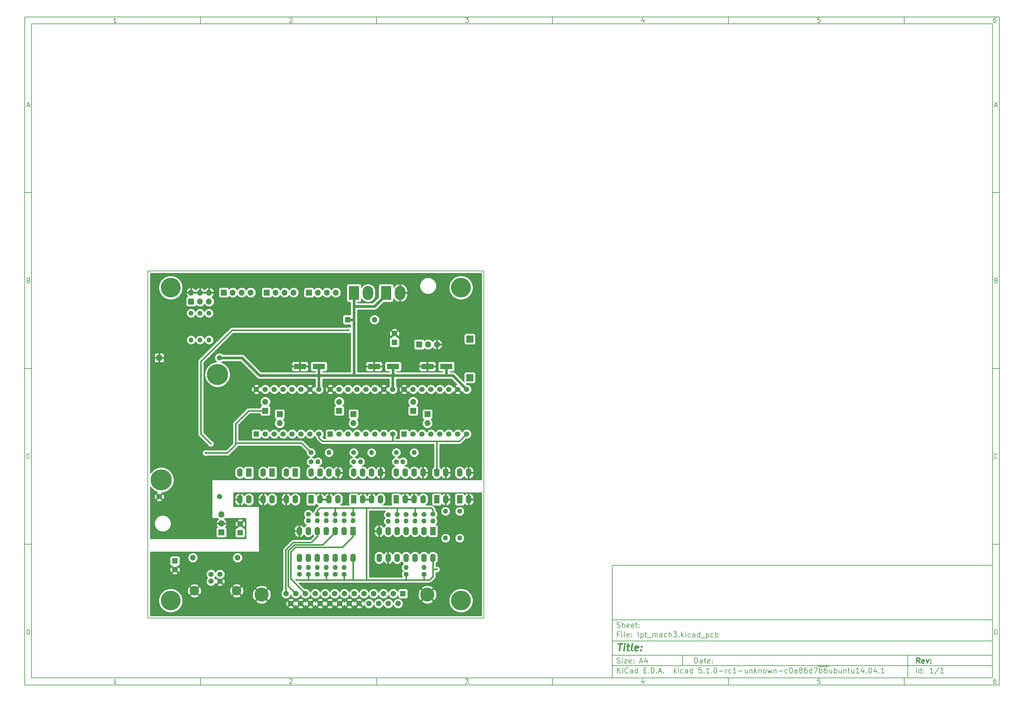
<source format=gtl>
G04 #@! TF.GenerationSoftware,KiCad,Pcbnew,5.1.0-rc1-unknown-c0a86d7~66~ubuntu14.04.1*
G04 #@! TF.CreationDate,2019-02-13T06:07:19+01:00
G04 #@! TF.ProjectId,lpt_mach3,6c70745f-6d61-4636-9833-2e6b69636164,rev?*
G04 #@! TF.SameCoordinates,Original*
G04 #@! TF.FileFunction,Copper,L1,Top*
G04 #@! TF.FilePolarity,Positive*
%FSLAX46Y46*%
G04 Gerber Fmt 4.6, Leading zero omitted, Abs format (unit mm)*
G04 Created by KiCad (PCBNEW 5.1.0-rc1-unknown-c0a86d7~66~ubuntu14.04.1) date 2019-02-13 06:07:19*
%MOMM*%
%LPD*%
G04 APERTURE LIST*
%ADD10C,0.100000*%
%ADD11C,0.150000*%
%ADD12C,0.300000*%
%ADD13C,0.400000*%
%ADD14R,1.600000X2.400000*%
%ADD15O,1.600000X2.400000*%
%ADD16R,1.700000X1.700000*%
%ADD17O,1.700000X1.700000*%
%ADD18R,1.524000X1.524000*%
%ADD19C,1.524000*%
%ADD20O,3.000000X4.000000*%
%ADD21R,3.000000X4.000000*%
%ADD22C,1.600000*%
%ADD23O,1.600000X1.600000*%
%ADD24C,1.520000*%
%ADD25C,2.700000*%
%ADD26R,1.600000X1.600000*%
%ADD27C,4.000000*%
%ADD28R,1.998980X1.998980*%
%ADD29R,1.800000X1.800000*%
%ADD30O,1.800000X1.800000*%
%ADD31R,3.500000X1.600000*%
%ADD32O,1.400000X1.400000*%
%ADD33C,1.400000*%
%ADD34C,6.000000*%
%ADD35C,5.600000*%
%ADD36C,0.600000*%
%ADD37C,0.800000*%
%ADD38C,0.254000*%
G04 APERTURE END LIST*
D10*
D11*
X177002200Y-166007200D02*
X177002200Y-198007200D01*
X285002200Y-198007200D01*
X285002200Y-166007200D01*
X177002200Y-166007200D01*
D10*
D11*
X10000000Y-10000000D02*
X10000000Y-200007200D01*
X287002200Y-200007200D01*
X287002200Y-10000000D01*
X10000000Y-10000000D01*
D10*
D11*
X12000000Y-12000000D02*
X12000000Y-198007200D01*
X285002200Y-198007200D01*
X285002200Y-12000000D01*
X12000000Y-12000000D01*
D10*
D11*
X60000000Y-12000000D02*
X60000000Y-10000000D01*
D10*
D11*
X110000000Y-12000000D02*
X110000000Y-10000000D01*
D10*
D11*
X160000000Y-12000000D02*
X160000000Y-10000000D01*
D10*
D11*
X210000000Y-12000000D02*
X210000000Y-10000000D01*
D10*
D11*
X260000000Y-12000000D02*
X260000000Y-10000000D01*
D10*
D11*
X36065476Y-11588095D02*
X35322619Y-11588095D01*
X35694047Y-11588095D02*
X35694047Y-10288095D01*
X35570238Y-10473809D01*
X35446428Y-10597619D01*
X35322619Y-10659523D01*
D10*
D11*
X85322619Y-10411904D02*
X85384523Y-10350000D01*
X85508333Y-10288095D01*
X85817857Y-10288095D01*
X85941666Y-10350000D01*
X86003571Y-10411904D01*
X86065476Y-10535714D01*
X86065476Y-10659523D01*
X86003571Y-10845238D01*
X85260714Y-11588095D01*
X86065476Y-11588095D01*
D10*
D11*
X135260714Y-10288095D02*
X136065476Y-10288095D01*
X135632142Y-10783333D01*
X135817857Y-10783333D01*
X135941666Y-10845238D01*
X136003571Y-10907142D01*
X136065476Y-11030952D01*
X136065476Y-11340476D01*
X136003571Y-11464285D01*
X135941666Y-11526190D01*
X135817857Y-11588095D01*
X135446428Y-11588095D01*
X135322619Y-11526190D01*
X135260714Y-11464285D01*
D10*
D11*
X185941666Y-10721428D02*
X185941666Y-11588095D01*
X185632142Y-10226190D02*
X185322619Y-11154761D01*
X186127380Y-11154761D01*
D10*
D11*
X236003571Y-10288095D02*
X235384523Y-10288095D01*
X235322619Y-10907142D01*
X235384523Y-10845238D01*
X235508333Y-10783333D01*
X235817857Y-10783333D01*
X235941666Y-10845238D01*
X236003571Y-10907142D01*
X236065476Y-11030952D01*
X236065476Y-11340476D01*
X236003571Y-11464285D01*
X235941666Y-11526190D01*
X235817857Y-11588095D01*
X235508333Y-11588095D01*
X235384523Y-11526190D01*
X235322619Y-11464285D01*
D10*
D11*
X285941666Y-10288095D02*
X285694047Y-10288095D01*
X285570238Y-10350000D01*
X285508333Y-10411904D01*
X285384523Y-10597619D01*
X285322619Y-10845238D01*
X285322619Y-11340476D01*
X285384523Y-11464285D01*
X285446428Y-11526190D01*
X285570238Y-11588095D01*
X285817857Y-11588095D01*
X285941666Y-11526190D01*
X286003571Y-11464285D01*
X286065476Y-11340476D01*
X286065476Y-11030952D01*
X286003571Y-10907142D01*
X285941666Y-10845238D01*
X285817857Y-10783333D01*
X285570238Y-10783333D01*
X285446428Y-10845238D01*
X285384523Y-10907142D01*
X285322619Y-11030952D01*
D10*
D11*
X60000000Y-198007200D02*
X60000000Y-200007200D01*
D10*
D11*
X110000000Y-198007200D02*
X110000000Y-200007200D01*
D10*
D11*
X160000000Y-198007200D02*
X160000000Y-200007200D01*
D10*
D11*
X210000000Y-198007200D02*
X210000000Y-200007200D01*
D10*
D11*
X260000000Y-198007200D02*
X260000000Y-200007200D01*
D10*
D11*
X36065476Y-199595295D02*
X35322619Y-199595295D01*
X35694047Y-199595295D02*
X35694047Y-198295295D01*
X35570238Y-198481009D01*
X35446428Y-198604819D01*
X35322619Y-198666723D01*
D10*
D11*
X85322619Y-198419104D02*
X85384523Y-198357200D01*
X85508333Y-198295295D01*
X85817857Y-198295295D01*
X85941666Y-198357200D01*
X86003571Y-198419104D01*
X86065476Y-198542914D01*
X86065476Y-198666723D01*
X86003571Y-198852438D01*
X85260714Y-199595295D01*
X86065476Y-199595295D01*
D10*
D11*
X135260714Y-198295295D02*
X136065476Y-198295295D01*
X135632142Y-198790533D01*
X135817857Y-198790533D01*
X135941666Y-198852438D01*
X136003571Y-198914342D01*
X136065476Y-199038152D01*
X136065476Y-199347676D01*
X136003571Y-199471485D01*
X135941666Y-199533390D01*
X135817857Y-199595295D01*
X135446428Y-199595295D01*
X135322619Y-199533390D01*
X135260714Y-199471485D01*
D10*
D11*
X185941666Y-198728628D02*
X185941666Y-199595295D01*
X185632142Y-198233390D02*
X185322619Y-199161961D01*
X186127380Y-199161961D01*
D10*
D11*
X236003571Y-198295295D02*
X235384523Y-198295295D01*
X235322619Y-198914342D01*
X235384523Y-198852438D01*
X235508333Y-198790533D01*
X235817857Y-198790533D01*
X235941666Y-198852438D01*
X236003571Y-198914342D01*
X236065476Y-199038152D01*
X236065476Y-199347676D01*
X236003571Y-199471485D01*
X235941666Y-199533390D01*
X235817857Y-199595295D01*
X235508333Y-199595295D01*
X235384523Y-199533390D01*
X235322619Y-199471485D01*
D10*
D11*
X285941666Y-198295295D02*
X285694047Y-198295295D01*
X285570238Y-198357200D01*
X285508333Y-198419104D01*
X285384523Y-198604819D01*
X285322619Y-198852438D01*
X285322619Y-199347676D01*
X285384523Y-199471485D01*
X285446428Y-199533390D01*
X285570238Y-199595295D01*
X285817857Y-199595295D01*
X285941666Y-199533390D01*
X286003571Y-199471485D01*
X286065476Y-199347676D01*
X286065476Y-199038152D01*
X286003571Y-198914342D01*
X285941666Y-198852438D01*
X285817857Y-198790533D01*
X285570238Y-198790533D01*
X285446428Y-198852438D01*
X285384523Y-198914342D01*
X285322619Y-199038152D01*
D10*
D11*
X10000000Y-60000000D02*
X12000000Y-60000000D01*
D10*
D11*
X10000000Y-110000000D02*
X12000000Y-110000000D01*
D10*
D11*
X10000000Y-160000000D02*
X12000000Y-160000000D01*
D10*
D11*
X10690476Y-35216666D02*
X11309523Y-35216666D01*
X10566666Y-35588095D02*
X11000000Y-34288095D01*
X11433333Y-35588095D01*
D10*
D11*
X11092857Y-84907142D02*
X11278571Y-84969047D01*
X11340476Y-85030952D01*
X11402380Y-85154761D01*
X11402380Y-85340476D01*
X11340476Y-85464285D01*
X11278571Y-85526190D01*
X11154761Y-85588095D01*
X10659523Y-85588095D01*
X10659523Y-84288095D01*
X11092857Y-84288095D01*
X11216666Y-84350000D01*
X11278571Y-84411904D01*
X11340476Y-84535714D01*
X11340476Y-84659523D01*
X11278571Y-84783333D01*
X11216666Y-84845238D01*
X11092857Y-84907142D01*
X10659523Y-84907142D01*
D10*
D11*
X11402380Y-135464285D02*
X11340476Y-135526190D01*
X11154761Y-135588095D01*
X11030952Y-135588095D01*
X10845238Y-135526190D01*
X10721428Y-135402380D01*
X10659523Y-135278571D01*
X10597619Y-135030952D01*
X10597619Y-134845238D01*
X10659523Y-134597619D01*
X10721428Y-134473809D01*
X10845238Y-134350000D01*
X11030952Y-134288095D01*
X11154761Y-134288095D01*
X11340476Y-134350000D01*
X11402380Y-134411904D01*
D10*
D11*
X10659523Y-185588095D02*
X10659523Y-184288095D01*
X10969047Y-184288095D01*
X11154761Y-184350000D01*
X11278571Y-184473809D01*
X11340476Y-184597619D01*
X11402380Y-184845238D01*
X11402380Y-185030952D01*
X11340476Y-185278571D01*
X11278571Y-185402380D01*
X11154761Y-185526190D01*
X10969047Y-185588095D01*
X10659523Y-185588095D01*
D10*
D11*
X287002200Y-60000000D02*
X285002200Y-60000000D01*
D10*
D11*
X287002200Y-110000000D02*
X285002200Y-110000000D01*
D10*
D11*
X287002200Y-160000000D02*
X285002200Y-160000000D01*
D10*
D11*
X285692676Y-35216666D02*
X286311723Y-35216666D01*
X285568866Y-35588095D02*
X286002200Y-34288095D01*
X286435533Y-35588095D01*
D10*
D11*
X286095057Y-84907142D02*
X286280771Y-84969047D01*
X286342676Y-85030952D01*
X286404580Y-85154761D01*
X286404580Y-85340476D01*
X286342676Y-85464285D01*
X286280771Y-85526190D01*
X286156961Y-85588095D01*
X285661723Y-85588095D01*
X285661723Y-84288095D01*
X286095057Y-84288095D01*
X286218866Y-84350000D01*
X286280771Y-84411904D01*
X286342676Y-84535714D01*
X286342676Y-84659523D01*
X286280771Y-84783333D01*
X286218866Y-84845238D01*
X286095057Y-84907142D01*
X285661723Y-84907142D01*
D10*
D11*
X286404580Y-135464285D02*
X286342676Y-135526190D01*
X286156961Y-135588095D01*
X286033152Y-135588095D01*
X285847438Y-135526190D01*
X285723628Y-135402380D01*
X285661723Y-135278571D01*
X285599819Y-135030952D01*
X285599819Y-134845238D01*
X285661723Y-134597619D01*
X285723628Y-134473809D01*
X285847438Y-134350000D01*
X286033152Y-134288095D01*
X286156961Y-134288095D01*
X286342676Y-134350000D01*
X286404580Y-134411904D01*
D10*
D11*
X285661723Y-185588095D02*
X285661723Y-184288095D01*
X285971247Y-184288095D01*
X286156961Y-184350000D01*
X286280771Y-184473809D01*
X286342676Y-184597619D01*
X286404580Y-184845238D01*
X286404580Y-185030952D01*
X286342676Y-185278571D01*
X286280771Y-185402380D01*
X286156961Y-185526190D01*
X285971247Y-185588095D01*
X285661723Y-185588095D01*
D10*
D11*
X200434342Y-193785771D02*
X200434342Y-192285771D01*
X200791485Y-192285771D01*
X201005771Y-192357200D01*
X201148628Y-192500057D01*
X201220057Y-192642914D01*
X201291485Y-192928628D01*
X201291485Y-193142914D01*
X201220057Y-193428628D01*
X201148628Y-193571485D01*
X201005771Y-193714342D01*
X200791485Y-193785771D01*
X200434342Y-193785771D01*
X202577200Y-193785771D02*
X202577200Y-193000057D01*
X202505771Y-192857200D01*
X202362914Y-192785771D01*
X202077200Y-192785771D01*
X201934342Y-192857200D01*
X202577200Y-193714342D02*
X202434342Y-193785771D01*
X202077200Y-193785771D01*
X201934342Y-193714342D01*
X201862914Y-193571485D01*
X201862914Y-193428628D01*
X201934342Y-193285771D01*
X202077200Y-193214342D01*
X202434342Y-193214342D01*
X202577200Y-193142914D01*
X203077200Y-192785771D02*
X203648628Y-192785771D01*
X203291485Y-192285771D02*
X203291485Y-193571485D01*
X203362914Y-193714342D01*
X203505771Y-193785771D01*
X203648628Y-193785771D01*
X204720057Y-193714342D02*
X204577200Y-193785771D01*
X204291485Y-193785771D01*
X204148628Y-193714342D01*
X204077200Y-193571485D01*
X204077200Y-193000057D01*
X204148628Y-192857200D01*
X204291485Y-192785771D01*
X204577200Y-192785771D01*
X204720057Y-192857200D01*
X204791485Y-193000057D01*
X204791485Y-193142914D01*
X204077200Y-193285771D01*
X205434342Y-193642914D02*
X205505771Y-193714342D01*
X205434342Y-193785771D01*
X205362914Y-193714342D01*
X205434342Y-193642914D01*
X205434342Y-193785771D01*
X205434342Y-192857200D02*
X205505771Y-192928628D01*
X205434342Y-193000057D01*
X205362914Y-192928628D01*
X205434342Y-192857200D01*
X205434342Y-193000057D01*
D10*
D11*
X177002200Y-194507200D02*
X285002200Y-194507200D01*
D10*
D11*
X178434342Y-196585771D02*
X178434342Y-195085771D01*
X179291485Y-196585771D02*
X178648628Y-195728628D01*
X179291485Y-195085771D02*
X178434342Y-195942914D01*
X179934342Y-196585771D02*
X179934342Y-195585771D01*
X179934342Y-195085771D02*
X179862914Y-195157200D01*
X179934342Y-195228628D01*
X180005771Y-195157200D01*
X179934342Y-195085771D01*
X179934342Y-195228628D01*
X181505771Y-196442914D02*
X181434342Y-196514342D01*
X181220057Y-196585771D01*
X181077200Y-196585771D01*
X180862914Y-196514342D01*
X180720057Y-196371485D01*
X180648628Y-196228628D01*
X180577200Y-195942914D01*
X180577200Y-195728628D01*
X180648628Y-195442914D01*
X180720057Y-195300057D01*
X180862914Y-195157200D01*
X181077200Y-195085771D01*
X181220057Y-195085771D01*
X181434342Y-195157200D01*
X181505771Y-195228628D01*
X182791485Y-196585771D02*
X182791485Y-195800057D01*
X182720057Y-195657200D01*
X182577200Y-195585771D01*
X182291485Y-195585771D01*
X182148628Y-195657200D01*
X182791485Y-196514342D02*
X182648628Y-196585771D01*
X182291485Y-196585771D01*
X182148628Y-196514342D01*
X182077200Y-196371485D01*
X182077200Y-196228628D01*
X182148628Y-196085771D01*
X182291485Y-196014342D01*
X182648628Y-196014342D01*
X182791485Y-195942914D01*
X184148628Y-196585771D02*
X184148628Y-195085771D01*
X184148628Y-196514342D02*
X184005771Y-196585771D01*
X183720057Y-196585771D01*
X183577200Y-196514342D01*
X183505771Y-196442914D01*
X183434342Y-196300057D01*
X183434342Y-195871485D01*
X183505771Y-195728628D01*
X183577200Y-195657200D01*
X183720057Y-195585771D01*
X184005771Y-195585771D01*
X184148628Y-195657200D01*
X186005771Y-195800057D02*
X186505771Y-195800057D01*
X186720057Y-196585771D02*
X186005771Y-196585771D01*
X186005771Y-195085771D01*
X186720057Y-195085771D01*
X187362914Y-196442914D02*
X187434342Y-196514342D01*
X187362914Y-196585771D01*
X187291485Y-196514342D01*
X187362914Y-196442914D01*
X187362914Y-196585771D01*
X188077200Y-196585771D02*
X188077200Y-195085771D01*
X188434342Y-195085771D01*
X188648628Y-195157200D01*
X188791485Y-195300057D01*
X188862914Y-195442914D01*
X188934342Y-195728628D01*
X188934342Y-195942914D01*
X188862914Y-196228628D01*
X188791485Y-196371485D01*
X188648628Y-196514342D01*
X188434342Y-196585771D01*
X188077200Y-196585771D01*
X189577200Y-196442914D02*
X189648628Y-196514342D01*
X189577200Y-196585771D01*
X189505771Y-196514342D01*
X189577200Y-196442914D01*
X189577200Y-196585771D01*
X190220057Y-196157200D02*
X190934342Y-196157200D01*
X190077200Y-196585771D02*
X190577200Y-195085771D01*
X191077200Y-196585771D01*
X191577200Y-196442914D02*
X191648628Y-196514342D01*
X191577200Y-196585771D01*
X191505771Y-196514342D01*
X191577200Y-196442914D01*
X191577200Y-196585771D01*
X194577200Y-196585771D02*
X194577200Y-195085771D01*
X194720057Y-196014342D02*
X195148628Y-196585771D01*
X195148628Y-195585771D02*
X194577200Y-196157200D01*
X195791485Y-196585771D02*
X195791485Y-195585771D01*
X195791485Y-195085771D02*
X195720057Y-195157200D01*
X195791485Y-195228628D01*
X195862914Y-195157200D01*
X195791485Y-195085771D01*
X195791485Y-195228628D01*
X197148628Y-196514342D02*
X197005771Y-196585771D01*
X196720057Y-196585771D01*
X196577200Y-196514342D01*
X196505771Y-196442914D01*
X196434342Y-196300057D01*
X196434342Y-195871485D01*
X196505771Y-195728628D01*
X196577200Y-195657200D01*
X196720057Y-195585771D01*
X197005771Y-195585771D01*
X197148628Y-195657200D01*
X198434342Y-196585771D02*
X198434342Y-195800057D01*
X198362914Y-195657200D01*
X198220057Y-195585771D01*
X197934342Y-195585771D01*
X197791485Y-195657200D01*
X198434342Y-196514342D02*
X198291485Y-196585771D01*
X197934342Y-196585771D01*
X197791485Y-196514342D01*
X197720057Y-196371485D01*
X197720057Y-196228628D01*
X197791485Y-196085771D01*
X197934342Y-196014342D01*
X198291485Y-196014342D01*
X198434342Y-195942914D01*
X199791485Y-196585771D02*
X199791485Y-195085771D01*
X199791485Y-196514342D02*
X199648628Y-196585771D01*
X199362914Y-196585771D01*
X199220057Y-196514342D01*
X199148628Y-196442914D01*
X199077200Y-196300057D01*
X199077200Y-195871485D01*
X199148628Y-195728628D01*
X199220057Y-195657200D01*
X199362914Y-195585771D01*
X199648628Y-195585771D01*
X199791485Y-195657200D01*
X202362914Y-195085771D02*
X201648628Y-195085771D01*
X201577200Y-195800057D01*
X201648628Y-195728628D01*
X201791485Y-195657200D01*
X202148628Y-195657200D01*
X202291485Y-195728628D01*
X202362914Y-195800057D01*
X202434342Y-195942914D01*
X202434342Y-196300057D01*
X202362914Y-196442914D01*
X202291485Y-196514342D01*
X202148628Y-196585771D01*
X201791485Y-196585771D01*
X201648628Y-196514342D01*
X201577200Y-196442914D01*
X203077200Y-196442914D02*
X203148628Y-196514342D01*
X203077200Y-196585771D01*
X203005771Y-196514342D01*
X203077200Y-196442914D01*
X203077200Y-196585771D01*
X204577200Y-196585771D02*
X203720057Y-196585771D01*
X204148628Y-196585771D02*
X204148628Y-195085771D01*
X204005771Y-195300057D01*
X203862914Y-195442914D01*
X203720057Y-195514342D01*
X205220057Y-196442914D02*
X205291485Y-196514342D01*
X205220057Y-196585771D01*
X205148628Y-196514342D01*
X205220057Y-196442914D01*
X205220057Y-196585771D01*
X206220057Y-195085771D02*
X206362914Y-195085771D01*
X206505771Y-195157200D01*
X206577200Y-195228628D01*
X206648628Y-195371485D01*
X206720057Y-195657200D01*
X206720057Y-196014342D01*
X206648628Y-196300057D01*
X206577200Y-196442914D01*
X206505771Y-196514342D01*
X206362914Y-196585771D01*
X206220057Y-196585771D01*
X206077200Y-196514342D01*
X206005771Y-196442914D01*
X205934342Y-196300057D01*
X205862914Y-196014342D01*
X205862914Y-195657200D01*
X205934342Y-195371485D01*
X206005771Y-195228628D01*
X206077200Y-195157200D01*
X206220057Y-195085771D01*
X207362914Y-196014342D02*
X208505771Y-196014342D01*
X209220057Y-196585771D02*
X209220057Y-195585771D01*
X209220057Y-195871485D02*
X209291485Y-195728628D01*
X209362914Y-195657200D01*
X209505771Y-195585771D01*
X209648628Y-195585771D01*
X210791485Y-196514342D02*
X210648628Y-196585771D01*
X210362914Y-196585771D01*
X210220057Y-196514342D01*
X210148628Y-196442914D01*
X210077200Y-196300057D01*
X210077200Y-195871485D01*
X210148628Y-195728628D01*
X210220057Y-195657200D01*
X210362914Y-195585771D01*
X210648628Y-195585771D01*
X210791485Y-195657200D01*
X212220057Y-196585771D02*
X211362914Y-196585771D01*
X211791485Y-196585771D02*
X211791485Y-195085771D01*
X211648628Y-195300057D01*
X211505771Y-195442914D01*
X211362914Y-195514342D01*
X212862914Y-196014342D02*
X214005771Y-196014342D01*
X215362914Y-195585771D02*
X215362914Y-196585771D01*
X214720057Y-195585771D02*
X214720057Y-196371485D01*
X214791485Y-196514342D01*
X214934342Y-196585771D01*
X215148628Y-196585771D01*
X215291485Y-196514342D01*
X215362914Y-196442914D01*
X216077200Y-195585771D02*
X216077200Y-196585771D01*
X216077200Y-195728628D02*
X216148628Y-195657200D01*
X216291485Y-195585771D01*
X216505771Y-195585771D01*
X216648628Y-195657200D01*
X216720057Y-195800057D01*
X216720057Y-196585771D01*
X217434342Y-196585771D02*
X217434342Y-195085771D01*
X217577200Y-196014342D02*
X218005771Y-196585771D01*
X218005771Y-195585771D02*
X217434342Y-196157200D01*
X218648628Y-195585771D02*
X218648628Y-196585771D01*
X218648628Y-195728628D02*
X218720057Y-195657200D01*
X218862914Y-195585771D01*
X219077200Y-195585771D01*
X219220057Y-195657200D01*
X219291485Y-195800057D01*
X219291485Y-196585771D01*
X220220057Y-196585771D02*
X220077200Y-196514342D01*
X220005771Y-196442914D01*
X219934342Y-196300057D01*
X219934342Y-195871485D01*
X220005771Y-195728628D01*
X220077200Y-195657200D01*
X220220057Y-195585771D01*
X220434342Y-195585771D01*
X220577200Y-195657200D01*
X220648628Y-195728628D01*
X220720057Y-195871485D01*
X220720057Y-196300057D01*
X220648628Y-196442914D01*
X220577200Y-196514342D01*
X220434342Y-196585771D01*
X220220057Y-196585771D01*
X221220057Y-195585771D02*
X221505771Y-196585771D01*
X221791485Y-195871485D01*
X222077200Y-196585771D01*
X222362914Y-195585771D01*
X222934342Y-195585771D02*
X222934342Y-196585771D01*
X222934342Y-195728628D02*
X223005771Y-195657200D01*
X223148628Y-195585771D01*
X223362914Y-195585771D01*
X223505771Y-195657200D01*
X223577200Y-195800057D01*
X223577200Y-196585771D01*
X224291485Y-196014342D02*
X225434342Y-196014342D01*
X226791485Y-196514342D02*
X226648628Y-196585771D01*
X226362914Y-196585771D01*
X226220057Y-196514342D01*
X226148628Y-196442914D01*
X226077200Y-196300057D01*
X226077200Y-195871485D01*
X226148628Y-195728628D01*
X226220057Y-195657200D01*
X226362914Y-195585771D01*
X226648628Y-195585771D01*
X226791485Y-195657200D01*
X227720057Y-195085771D02*
X227862914Y-195085771D01*
X228005771Y-195157200D01*
X228077200Y-195228628D01*
X228148628Y-195371485D01*
X228220057Y-195657200D01*
X228220057Y-196014342D01*
X228148628Y-196300057D01*
X228077200Y-196442914D01*
X228005771Y-196514342D01*
X227862914Y-196585771D01*
X227720057Y-196585771D01*
X227577200Y-196514342D01*
X227505771Y-196442914D01*
X227434342Y-196300057D01*
X227362914Y-196014342D01*
X227362914Y-195657200D01*
X227434342Y-195371485D01*
X227505771Y-195228628D01*
X227577200Y-195157200D01*
X227720057Y-195085771D01*
X229505771Y-196585771D02*
X229505771Y-195800057D01*
X229434342Y-195657200D01*
X229291485Y-195585771D01*
X229005771Y-195585771D01*
X228862914Y-195657200D01*
X229505771Y-196514342D02*
X229362914Y-196585771D01*
X229005771Y-196585771D01*
X228862914Y-196514342D01*
X228791485Y-196371485D01*
X228791485Y-196228628D01*
X228862914Y-196085771D01*
X229005771Y-196014342D01*
X229362914Y-196014342D01*
X229505771Y-195942914D01*
X230434342Y-195728628D02*
X230291485Y-195657200D01*
X230220057Y-195585771D01*
X230148628Y-195442914D01*
X230148628Y-195371485D01*
X230220057Y-195228628D01*
X230291485Y-195157200D01*
X230434342Y-195085771D01*
X230720057Y-195085771D01*
X230862914Y-195157200D01*
X230934342Y-195228628D01*
X231005771Y-195371485D01*
X231005771Y-195442914D01*
X230934342Y-195585771D01*
X230862914Y-195657200D01*
X230720057Y-195728628D01*
X230434342Y-195728628D01*
X230291485Y-195800057D01*
X230220057Y-195871485D01*
X230148628Y-196014342D01*
X230148628Y-196300057D01*
X230220057Y-196442914D01*
X230291485Y-196514342D01*
X230434342Y-196585771D01*
X230720057Y-196585771D01*
X230862914Y-196514342D01*
X230934342Y-196442914D01*
X231005771Y-196300057D01*
X231005771Y-196014342D01*
X230934342Y-195871485D01*
X230862914Y-195800057D01*
X230720057Y-195728628D01*
X232291485Y-195085771D02*
X232005771Y-195085771D01*
X231862914Y-195157200D01*
X231791485Y-195228628D01*
X231648628Y-195442914D01*
X231577200Y-195728628D01*
X231577200Y-196300057D01*
X231648628Y-196442914D01*
X231720057Y-196514342D01*
X231862914Y-196585771D01*
X232148628Y-196585771D01*
X232291485Y-196514342D01*
X232362914Y-196442914D01*
X232434342Y-196300057D01*
X232434342Y-195942914D01*
X232362914Y-195800057D01*
X232291485Y-195728628D01*
X232148628Y-195657200D01*
X231862914Y-195657200D01*
X231720057Y-195728628D01*
X231648628Y-195800057D01*
X231577200Y-195942914D01*
X233720057Y-196585771D02*
X233720057Y-195085771D01*
X233720057Y-196514342D02*
X233577200Y-196585771D01*
X233291485Y-196585771D01*
X233148628Y-196514342D01*
X233077200Y-196442914D01*
X233005771Y-196300057D01*
X233005771Y-195871485D01*
X233077200Y-195728628D01*
X233148628Y-195657200D01*
X233291485Y-195585771D01*
X233577200Y-195585771D01*
X233720057Y-195657200D01*
X234291485Y-195085771D02*
X235291485Y-195085771D01*
X234648628Y-196585771D01*
X235505771Y-194677200D02*
X236934342Y-194677200D01*
X236505771Y-195085771D02*
X236220057Y-195085771D01*
X236077200Y-195157200D01*
X236005771Y-195228628D01*
X235862914Y-195442914D01*
X235791485Y-195728628D01*
X235791485Y-196300057D01*
X235862914Y-196442914D01*
X235934342Y-196514342D01*
X236077200Y-196585771D01*
X236362914Y-196585771D01*
X236505771Y-196514342D01*
X236577200Y-196442914D01*
X236648628Y-196300057D01*
X236648628Y-195942914D01*
X236577200Y-195800057D01*
X236505771Y-195728628D01*
X236362914Y-195657200D01*
X236077200Y-195657200D01*
X235934342Y-195728628D01*
X235862914Y-195800057D01*
X235791485Y-195942914D01*
X236934342Y-194677200D02*
X238362914Y-194677200D01*
X237934342Y-195085771D02*
X237648628Y-195085771D01*
X237505771Y-195157200D01*
X237434342Y-195228628D01*
X237291485Y-195442914D01*
X237220057Y-195728628D01*
X237220057Y-196300057D01*
X237291485Y-196442914D01*
X237362914Y-196514342D01*
X237505771Y-196585771D01*
X237791485Y-196585771D01*
X237934342Y-196514342D01*
X238005771Y-196442914D01*
X238077200Y-196300057D01*
X238077200Y-195942914D01*
X238005771Y-195800057D01*
X237934342Y-195728628D01*
X237791485Y-195657200D01*
X237505771Y-195657200D01*
X237362914Y-195728628D01*
X237291485Y-195800057D01*
X237220057Y-195942914D01*
X239362914Y-195585771D02*
X239362914Y-196585771D01*
X238720057Y-195585771D02*
X238720057Y-196371485D01*
X238791485Y-196514342D01*
X238934342Y-196585771D01*
X239148628Y-196585771D01*
X239291485Y-196514342D01*
X239362914Y-196442914D01*
X240077200Y-196585771D02*
X240077200Y-195085771D01*
X240077200Y-195657200D02*
X240220057Y-195585771D01*
X240505771Y-195585771D01*
X240648628Y-195657200D01*
X240720057Y-195728628D01*
X240791485Y-195871485D01*
X240791485Y-196300057D01*
X240720057Y-196442914D01*
X240648628Y-196514342D01*
X240505771Y-196585771D01*
X240220057Y-196585771D01*
X240077200Y-196514342D01*
X242077200Y-195585771D02*
X242077200Y-196585771D01*
X241434342Y-195585771D02*
X241434342Y-196371485D01*
X241505771Y-196514342D01*
X241648628Y-196585771D01*
X241862914Y-196585771D01*
X242005771Y-196514342D01*
X242077200Y-196442914D01*
X242791485Y-195585771D02*
X242791485Y-196585771D01*
X242791485Y-195728628D02*
X242862914Y-195657200D01*
X243005771Y-195585771D01*
X243220057Y-195585771D01*
X243362914Y-195657200D01*
X243434342Y-195800057D01*
X243434342Y-196585771D01*
X243934342Y-195585771D02*
X244505771Y-195585771D01*
X244148628Y-195085771D02*
X244148628Y-196371485D01*
X244220057Y-196514342D01*
X244362914Y-196585771D01*
X244505771Y-196585771D01*
X245648628Y-195585771D02*
X245648628Y-196585771D01*
X245005771Y-195585771D02*
X245005771Y-196371485D01*
X245077200Y-196514342D01*
X245220057Y-196585771D01*
X245434342Y-196585771D01*
X245577200Y-196514342D01*
X245648628Y-196442914D01*
X247148628Y-196585771D02*
X246291485Y-196585771D01*
X246720057Y-196585771D02*
X246720057Y-195085771D01*
X246577200Y-195300057D01*
X246434342Y-195442914D01*
X246291485Y-195514342D01*
X248434342Y-195585771D02*
X248434342Y-196585771D01*
X248077200Y-195014342D02*
X247720057Y-196085771D01*
X248648628Y-196085771D01*
X249220057Y-196442914D02*
X249291485Y-196514342D01*
X249220057Y-196585771D01*
X249148628Y-196514342D01*
X249220057Y-196442914D01*
X249220057Y-196585771D01*
X250220057Y-195085771D02*
X250362914Y-195085771D01*
X250505771Y-195157200D01*
X250577200Y-195228628D01*
X250648628Y-195371485D01*
X250720057Y-195657200D01*
X250720057Y-196014342D01*
X250648628Y-196300057D01*
X250577200Y-196442914D01*
X250505771Y-196514342D01*
X250362914Y-196585771D01*
X250220057Y-196585771D01*
X250077200Y-196514342D01*
X250005771Y-196442914D01*
X249934342Y-196300057D01*
X249862914Y-196014342D01*
X249862914Y-195657200D01*
X249934342Y-195371485D01*
X250005771Y-195228628D01*
X250077200Y-195157200D01*
X250220057Y-195085771D01*
X252005771Y-195585771D02*
X252005771Y-196585771D01*
X251648628Y-195014342D02*
X251291485Y-196085771D01*
X252220057Y-196085771D01*
X252791485Y-196442914D02*
X252862914Y-196514342D01*
X252791485Y-196585771D01*
X252720057Y-196514342D01*
X252791485Y-196442914D01*
X252791485Y-196585771D01*
X254291485Y-196585771D02*
X253434342Y-196585771D01*
X253862914Y-196585771D02*
X253862914Y-195085771D01*
X253720057Y-195300057D01*
X253577200Y-195442914D01*
X253434342Y-195514342D01*
D10*
D11*
X177002200Y-191507200D02*
X285002200Y-191507200D01*
D10*
D12*
X264411485Y-193785771D02*
X263911485Y-193071485D01*
X263554342Y-193785771D02*
X263554342Y-192285771D01*
X264125771Y-192285771D01*
X264268628Y-192357200D01*
X264340057Y-192428628D01*
X264411485Y-192571485D01*
X264411485Y-192785771D01*
X264340057Y-192928628D01*
X264268628Y-193000057D01*
X264125771Y-193071485D01*
X263554342Y-193071485D01*
X265625771Y-193714342D02*
X265482914Y-193785771D01*
X265197200Y-193785771D01*
X265054342Y-193714342D01*
X264982914Y-193571485D01*
X264982914Y-193000057D01*
X265054342Y-192857200D01*
X265197200Y-192785771D01*
X265482914Y-192785771D01*
X265625771Y-192857200D01*
X265697200Y-193000057D01*
X265697200Y-193142914D01*
X264982914Y-193285771D01*
X266197200Y-192785771D02*
X266554342Y-193785771D01*
X266911485Y-192785771D01*
X267482914Y-193642914D02*
X267554342Y-193714342D01*
X267482914Y-193785771D01*
X267411485Y-193714342D01*
X267482914Y-193642914D01*
X267482914Y-193785771D01*
X267482914Y-192857200D02*
X267554342Y-192928628D01*
X267482914Y-193000057D01*
X267411485Y-192928628D01*
X267482914Y-192857200D01*
X267482914Y-193000057D01*
D10*
D11*
X178362914Y-193714342D02*
X178577200Y-193785771D01*
X178934342Y-193785771D01*
X179077200Y-193714342D01*
X179148628Y-193642914D01*
X179220057Y-193500057D01*
X179220057Y-193357200D01*
X179148628Y-193214342D01*
X179077200Y-193142914D01*
X178934342Y-193071485D01*
X178648628Y-193000057D01*
X178505771Y-192928628D01*
X178434342Y-192857200D01*
X178362914Y-192714342D01*
X178362914Y-192571485D01*
X178434342Y-192428628D01*
X178505771Y-192357200D01*
X178648628Y-192285771D01*
X179005771Y-192285771D01*
X179220057Y-192357200D01*
X179862914Y-193785771D02*
X179862914Y-192785771D01*
X179862914Y-192285771D02*
X179791485Y-192357200D01*
X179862914Y-192428628D01*
X179934342Y-192357200D01*
X179862914Y-192285771D01*
X179862914Y-192428628D01*
X180434342Y-192785771D02*
X181220057Y-192785771D01*
X180434342Y-193785771D01*
X181220057Y-193785771D01*
X182362914Y-193714342D02*
X182220057Y-193785771D01*
X181934342Y-193785771D01*
X181791485Y-193714342D01*
X181720057Y-193571485D01*
X181720057Y-193000057D01*
X181791485Y-192857200D01*
X181934342Y-192785771D01*
X182220057Y-192785771D01*
X182362914Y-192857200D01*
X182434342Y-193000057D01*
X182434342Y-193142914D01*
X181720057Y-193285771D01*
X183077200Y-193642914D02*
X183148628Y-193714342D01*
X183077200Y-193785771D01*
X183005771Y-193714342D01*
X183077200Y-193642914D01*
X183077200Y-193785771D01*
X183077200Y-192857200D02*
X183148628Y-192928628D01*
X183077200Y-193000057D01*
X183005771Y-192928628D01*
X183077200Y-192857200D01*
X183077200Y-193000057D01*
X184862914Y-193357200D02*
X185577200Y-193357200D01*
X184720057Y-193785771D02*
X185220057Y-192285771D01*
X185720057Y-193785771D01*
X186862914Y-192785771D02*
X186862914Y-193785771D01*
X186505771Y-192214342D02*
X186148628Y-193285771D01*
X187077200Y-193285771D01*
D10*
D11*
X263434342Y-196585771D02*
X263434342Y-195085771D01*
X264791485Y-196585771D02*
X264791485Y-195085771D01*
X264791485Y-196514342D02*
X264648628Y-196585771D01*
X264362914Y-196585771D01*
X264220057Y-196514342D01*
X264148628Y-196442914D01*
X264077200Y-196300057D01*
X264077200Y-195871485D01*
X264148628Y-195728628D01*
X264220057Y-195657200D01*
X264362914Y-195585771D01*
X264648628Y-195585771D01*
X264791485Y-195657200D01*
X265505771Y-196442914D02*
X265577200Y-196514342D01*
X265505771Y-196585771D01*
X265434342Y-196514342D01*
X265505771Y-196442914D01*
X265505771Y-196585771D01*
X265505771Y-195657200D02*
X265577200Y-195728628D01*
X265505771Y-195800057D01*
X265434342Y-195728628D01*
X265505771Y-195657200D01*
X265505771Y-195800057D01*
X268148628Y-196585771D02*
X267291485Y-196585771D01*
X267720057Y-196585771D02*
X267720057Y-195085771D01*
X267577200Y-195300057D01*
X267434342Y-195442914D01*
X267291485Y-195514342D01*
X269862914Y-195014342D02*
X268577200Y-196942914D01*
X271148628Y-196585771D02*
X270291485Y-196585771D01*
X270720057Y-196585771D02*
X270720057Y-195085771D01*
X270577200Y-195300057D01*
X270434342Y-195442914D01*
X270291485Y-195514342D01*
D10*
D11*
X177002200Y-187507200D02*
X285002200Y-187507200D01*
D10*
D13*
X178714580Y-188211961D02*
X179857438Y-188211961D01*
X179036009Y-190211961D02*
X179286009Y-188211961D01*
X180274104Y-190211961D02*
X180440771Y-188878628D01*
X180524104Y-188211961D02*
X180416961Y-188307200D01*
X180500295Y-188402438D01*
X180607438Y-188307200D01*
X180524104Y-188211961D01*
X180500295Y-188402438D01*
X181107438Y-188878628D02*
X181869342Y-188878628D01*
X181476485Y-188211961D02*
X181262200Y-189926247D01*
X181333628Y-190116723D01*
X181512200Y-190211961D01*
X181702676Y-190211961D01*
X182655057Y-190211961D02*
X182476485Y-190116723D01*
X182405057Y-189926247D01*
X182619342Y-188211961D01*
X184190771Y-190116723D02*
X183988390Y-190211961D01*
X183607438Y-190211961D01*
X183428866Y-190116723D01*
X183357438Y-189926247D01*
X183452676Y-189164342D01*
X183571723Y-188973866D01*
X183774104Y-188878628D01*
X184155057Y-188878628D01*
X184333628Y-188973866D01*
X184405057Y-189164342D01*
X184381247Y-189354819D01*
X183405057Y-189545295D01*
X185155057Y-190021485D02*
X185238390Y-190116723D01*
X185131247Y-190211961D01*
X185047914Y-190116723D01*
X185155057Y-190021485D01*
X185131247Y-190211961D01*
X185286009Y-188973866D02*
X185369342Y-189069104D01*
X185262200Y-189164342D01*
X185178866Y-189069104D01*
X185286009Y-188973866D01*
X185262200Y-189164342D01*
D10*
D11*
X178934342Y-185600057D02*
X178434342Y-185600057D01*
X178434342Y-186385771D02*
X178434342Y-184885771D01*
X179148628Y-184885771D01*
X179720057Y-186385771D02*
X179720057Y-185385771D01*
X179720057Y-184885771D02*
X179648628Y-184957200D01*
X179720057Y-185028628D01*
X179791485Y-184957200D01*
X179720057Y-184885771D01*
X179720057Y-185028628D01*
X180648628Y-186385771D02*
X180505771Y-186314342D01*
X180434342Y-186171485D01*
X180434342Y-184885771D01*
X181791485Y-186314342D02*
X181648628Y-186385771D01*
X181362914Y-186385771D01*
X181220057Y-186314342D01*
X181148628Y-186171485D01*
X181148628Y-185600057D01*
X181220057Y-185457200D01*
X181362914Y-185385771D01*
X181648628Y-185385771D01*
X181791485Y-185457200D01*
X181862914Y-185600057D01*
X181862914Y-185742914D01*
X181148628Y-185885771D01*
X182505771Y-186242914D02*
X182577200Y-186314342D01*
X182505771Y-186385771D01*
X182434342Y-186314342D01*
X182505771Y-186242914D01*
X182505771Y-186385771D01*
X182505771Y-185457200D02*
X182577200Y-185528628D01*
X182505771Y-185600057D01*
X182434342Y-185528628D01*
X182505771Y-185457200D01*
X182505771Y-185600057D01*
X184577200Y-186385771D02*
X184434342Y-186314342D01*
X184362914Y-186171485D01*
X184362914Y-184885771D01*
X185148628Y-185385771D02*
X185148628Y-186885771D01*
X185148628Y-185457200D02*
X185291485Y-185385771D01*
X185577200Y-185385771D01*
X185720057Y-185457200D01*
X185791485Y-185528628D01*
X185862914Y-185671485D01*
X185862914Y-186100057D01*
X185791485Y-186242914D01*
X185720057Y-186314342D01*
X185577200Y-186385771D01*
X185291485Y-186385771D01*
X185148628Y-186314342D01*
X186291485Y-185385771D02*
X186862914Y-185385771D01*
X186505771Y-184885771D02*
X186505771Y-186171485D01*
X186577200Y-186314342D01*
X186720057Y-186385771D01*
X186862914Y-186385771D01*
X187005771Y-186528628D02*
X188148628Y-186528628D01*
X188505771Y-186385771D02*
X188505771Y-185385771D01*
X188505771Y-185528628D02*
X188577200Y-185457200D01*
X188720057Y-185385771D01*
X188934342Y-185385771D01*
X189077200Y-185457200D01*
X189148628Y-185600057D01*
X189148628Y-186385771D01*
X189148628Y-185600057D02*
X189220057Y-185457200D01*
X189362914Y-185385771D01*
X189577200Y-185385771D01*
X189720057Y-185457200D01*
X189791485Y-185600057D01*
X189791485Y-186385771D01*
X191148628Y-186385771D02*
X191148628Y-185600057D01*
X191077200Y-185457200D01*
X190934342Y-185385771D01*
X190648628Y-185385771D01*
X190505771Y-185457200D01*
X191148628Y-186314342D02*
X191005771Y-186385771D01*
X190648628Y-186385771D01*
X190505771Y-186314342D01*
X190434342Y-186171485D01*
X190434342Y-186028628D01*
X190505771Y-185885771D01*
X190648628Y-185814342D01*
X191005771Y-185814342D01*
X191148628Y-185742914D01*
X192505771Y-186314342D02*
X192362914Y-186385771D01*
X192077200Y-186385771D01*
X191934342Y-186314342D01*
X191862914Y-186242914D01*
X191791485Y-186100057D01*
X191791485Y-185671485D01*
X191862914Y-185528628D01*
X191934342Y-185457200D01*
X192077200Y-185385771D01*
X192362914Y-185385771D01*
X192505771Y-185457200D01*
X193148628Y-186385771D02*
X193148628Y-184885771D01*
X193791485Y-186385771D02*
X193791485Y-185600057D01*
X193720057Y-185457200D01*
X193577200Y-185385771D01*
X193362914Y-185385771D01*
X193220057Y-185457200D01*
X193148628Y-185528628D01*
X194362914Y-184885771D02*
X195291485Y-184885771D01*
X194791485Y-185457200D01*
X195005771Y-185457200D01*
X195148628Y-185528628D01*
X195220057Y-185600057D01*
X195291485Y-185742914D01*
X195291485Y-186100057D01*
X195220057Y-186242914D01*
X195148628Y-186314342D01*
X195005771Y-186385771D01*
X194577200Y-186385771D01*
X194434342Y-186314342D01*
X194362914Y-186242914D01*
X195934342Y-186242914D02*
X196005771Y-186314342D01*
X195934342Y-186385771D01*
X195862914Y-186314342D01*
X195934342Y-186242914D01*
X195934342Y-186385771D01*
X196648628Y-186385771D02*
X196648628Y-184885771D01*
X196791485Y-185814342D02*
X197220057Y-186385771D01*
X197220057Y-185385771D02*
X196648628Y-185957200D01*
X197862914Y-186385771D02*
X197862914Y-185385771D01*
X197862914Y-184885771D02*
X197791485Y-184957200D01*
X197862914Y-185028628D01*
X197934342Y-184957200D01*
X197862914Y-184885771D01*
X197862914Y-185028628D01*
X199220057Y-186314342D02*
X199077200Y-186385771D01*
X198791485Y-186385771D01*
X198648628Y-186314342D01*
X198577200Y-186242914D01*
X198505771Y-186100057D01*
X198505771Y-185671485D01*
X198577200Y-185528628D01*
X198648628Y-185457200D01*
X198791485Y-185385771D01*
X199077200Y-185385771D01*
X199220057Y-185457200D01*
X200505771Y-186385771D02*
X200505771Y-185600057D01*
X200434342Y-185457200D01*
X200291485Y-185385771D01*
X200005771Y-185385771D01*
X199862914Y-185457200D01*
X200505771Y-186314342D02*
X200362914Y-186385771D01*
X200005771Y-186385771D01*
X199862914Y-186314342D01*
X199791485Y-186171485D01*
X199791485Y-186028628D01*
X199862914Y-185885771D01*
X200005771Y-185814342D01*
X200362914Y-185814342D01*
X200505771Y-185742914D01*
X201862914Y-186385771D02*
X201862914Y-184885771D01*
X201862914Y-186314342D02*
X201720057Y-186385771D01*
X201434342Y-186385771D01*
X201291485Y-186314342D01*
X201220057Y-186242914D01*
X201148628Y-186100057D01*
X201148628Y-185671485D01*
X201220057Y-185528628D01*
X201291485Y-185457200D01*
X201434342Y-185385771D01*
X201720057Y-185385771D01*
X201862914Y-185457200D01*
X202220057Y-186528628D02*
X203362914Y-186528628D01*
X203720057Y-185385771D02*
X203720057Y-186885771D01*
X203720057Y-185457200D02*
X203862914Y-185385771D01*
X204148628Y-185385771D01*
X204291485Y-185457200D01*
X204362914Y-185528628D01*
X204434342Y-185671485D01*
X204434342Y-186100057D01*
X204362914Y-186242914D01*
X204291485Y-186314342D01*
X204148628Y-186385771D01*
X203862914Y-186385771D01*
X203720057Y-186314342D01*
X205720057Y-186314342D02*
X205577200Y-186385771D01*
X205291485Y-186385771D01*
X205148628Y-186314342D01*
X205077200Y-186242914D01*
X205005771Y-186100057D01*
X205005771Y-185671485D01*
X205077200Y-185528628D01*
X205148628Y-185457200D01*
X205291485Y-185385771D01*
X205577200Y-185385771D01*
X205720057Y-185457200D01*
X206362914Y-186385771D02*
X206362914Y-184885771D01*
X206362914Y-185457200D02*
X206505771Y-185385771D01*
X206791485Y-185385771D01*
X206934342Y-185457200D01*
X207005771Y-185528628D01*
X207077200Y-185671485D01*
X207077200Y-186100057D01*
X207005771Y-186242914D01*
X206934342Y-186314342D01*
X206791485Y-186385771D01*
X206505771Y-186385771D01*
X206362914Y-186314342D01*
D10*
D11*
X177002200Y-181507200D02*
X285002200Y-181507200D01*
D10*
D11*
X178362914Y-183614342D02*
X178577200Y-183685771D01*
X178934342Y-183685771D01*
X179077200Y-183614342D01*
X179148628Y-183542914D01*
X179220057Y-183400057D01*
X179220057Y-183257200D01*
X179148628Y-183114342D01*
X179077200Y-183042914D01*
X178934342Y-182971485D01*
X178648628Y-182900057D01*
X178505771Y-182828628D01*
X178434342Y-182757200D01*
X178362914Y-182614342D01*
X178362914Y-182471485D01*
X178434342Y-182328628D01*
X178505771Y-182257200D01*
X178648628Y-182185771D01*
X179005771Y-182185771D01*
X179220057Y-182257200D01*
X179862914Y-183685771D02*
X179862914Y-182185771D01*
X180505771Y-183685771D02*
X180505771Y-182900057D01*
X180434342Y-182757200D01*
X180291485Y-182685771D01*
X180077200Y-182685771D01*
X179934342Y-182757200D01*
X179862914Y-182828628D01*
X181791485Y-183614342D02*
X181648628Y-183685771D01*
X181362914Y-183685771D01*
X181220057Y-183614342D01*
X181148628Y-183471485D01*
X181148628Y-182900057D01*
X181220057Y-182757200D01*
X181362914Y-182685771D01*
X181648628Y-182685771D01*
X181791485Y-182757200D01*
X181862914Y-182900057D01*
X181862914Y-183042914D01*
X181148628Y-183185771D01*
X183077200Y-183614342D02*
X182934342Y-183685771D01*
X182648628Y-183685771D01*
X182505771Y-183614342D01*
X182434342Y-183471485D01*
X182434342Y-182900057D01*
X182505771Y-182757200D01*
X182648628Y-182685771D01*
X182934342Y-182685771D01*
X183077200Y-182757200D01*
X183148628Y-182900057D01*
X183148628Y-183042914D01*
X182434342Y-183185771D01*
X183577200Y-182685771D02*
X184148628Y-182685771D01*
X183791485Y-182185771D02*
X183791485Y-183471485D01*
X183862914Y-183614342D01*
X184005771Y-183685771D01*
X184148628Y-183685771D01*
X184648628Y-183542914D02*
X184720057Y-183614342D01*
X184648628Y-183685771D01*
X184577200Y-183614342D01*
X184648628Y-183542914D01*
X184648628Y-183685771D01*
X184648628Y-182757200D02*
X184720057Y-182828628D01*
X184648628Y-182900057D01*
X184577200Y-182828628D01*
X184648628Y-182757200D01*
X184648628Y-182900057D01*
D10*
D11*
X197002200Y-191507200D02*
X197002200Y-194507200D01*
D10*
D11*
X261002200Y-191507200D02*
X261002200Y-198007200D01*
X45000000Y-82200000D02*
X140500000Y-82200000D01*
X45000000Y-181000000D02*
X45000000Y-82200000D01*
X140500000Y-181000000D02*
X45000000Y-181000000D01*
X140500000Y-82200000D02*
X140500000Y-181000000D01*
D14*
X103300000Y-156200000D03*
D15*
X88060000Y-163820000D03*
X100760000Y-156200000D03*
X90600000Y-163820000D03*
X98220000Y-156200000D03*
X93140000Y-163820000D03*
X95680000Y-156200000D03*
X95680000Y-163820000D03*
X93140000Y-156200000D03*
X98220000Y-163820000D03*
X90600000Y-156200000D03*
X100760000Y-163820000D03*
X88060000Y-156200000D03*
X103300000Y-163820000D03*
D16*
X57300000Y-90950000D03*
D17*
X57300000Y-88410000D03*
X59840000Y-90950000D03*
X59840000Y-88410000D03*
X62380000Y-90950000D03*
X62380000Y-88410000D03*
D18*
X117840000Y-128620000D03*
D19*
X120380000Y-128620000D03*
X122920000Y-128620000D03*
X125460000Y-128620000D03*
X128000000Y-128620000D03*
X130540000Y-128620000D03*
X133080000Y-128620000D03*
X135620000Y-128620000D03*
X135620000Y-115920000D03*
X133080000Y-115920000D03*
X130540000Y-115920000D03*
X128000000Y-115920000D03*
X125460000Y-115920000D03*
X122920000Y-115920000D03*
X120380000Y-115920000D03*
X117840000Y-115920000D03*
D20*
X116662400Y-88500000D03*
D21*
X112700000Y-88500000D03*
D22*
X70500000Y-163800000D03*
D23*
X57800000Y-163800000D03*
D16*
X90800000Y-88400000D03*
D17*
X93340000Y-88400000D03*
X95880000Y-88400000D03*
X98420000Y-88400000D03*
X86420000Y-88400000D03*
X83880000Y-88400000D03*
X81340000Y-88400000D03*
D16*
X78800000Y-88400000D03*
X66600000Y-88400000D03*
D17*
X69140000Y-88400000D03*
X71680000Y-88400000D03*
X74220000Y-88400000D03*
D24*
X62960000Y-168500000D03*
X65500000Y-168500000D03*
X65500000Y-170500000D03*
X62960000Y-170500000D03*
D25*
X58230000Y-173200000D03*
X70230000Y-173200000D03*
D26*
X117500000Y-174000000D03*
D22*
X114730000Y-174000000D03*
X111960000Y-174000000D03*
X109190000Y-174000000D03*
X106420000Y-174000000D03*
X103650000Y-174000000D03*
X100880000Y-174000000D03*
X98110000Y-174000000D03*
X95340000Y-174000000D03*
X92570000Y-174000000D03*
X89800000Y-174000000D03*
X87030000Y-174000000D03*
X84260000Y-174000000D03*
X116115000Y-176840000D03*
X113345000Y-176840000D03*
X110575000Y-176840000D03*
X107805000Y-176840000D03*
X105035000Y-176840000D03*
X102265000Y-176840000D03*
X99495000Y-176840000D03*
X96725000Y-176840000D03*
X93955000Y-176840000D03*
X91185000Y-176840000D03*
X88415000Y-176840000D03*
X85645000Y-176840000D03*
D27*
X77330000Y-174300000D03*
X124430000Y-174300000D03*
D28*
X136500000Y-101598360D03*
X136500000Y-112601640D03*
D29*
X65900000Y-156600000D03*
D30*
X65900000Y-154060000D03*
X65900000Y-151520000D03*
D14*
X126000000Y-156200000D03*
D15*
X110760000Y-163820000D03*
X123460000Y-156200000D03*
X113300000Y-163820000D03*
X120920000Y-156200000D03*
X115840000Y-163820000D03*
X118380000Y-156200000D03*
X118380000Y-163820000D03*
X115840000Y-156200000D03*
X120920000Y-163820000D03*
X113300000Y-156200000D03*
X123460000Y-163820000D03*
X110760000Y-156200000D03*
X126000000Y-163820000D03*
D14*
X127100000Y-147200000D03*
D15*
X129640000Y-139580000D03*
X129640000Y-147200000D03*
X127100000Y-139580000D03*
D14*
X133600000Y-147200000D03*
D15*
X136140000Y-139580000D03*
X136140000Y-147200000D03*
X133600000Y-139580000D03*
D14*
X73700000Y-139600000D03*
D15*
X71160000Y-147220000D03*
X71160000Y-139600000D03*
X73700000Y-147220000D03*
D14*
X80300000Y-139600000D03*
D15*
X77760000Y-147220000D03*
X77760000Y-139600000D03*
X80300000Y-147220000D03*
D14*
X86900000Y-139600000D03*
D15*
X84360000Y-147220000D03*
X84360000Y-139600000D03*
X86900000Y-147220000D03*
D21*
X103600000Y-88500000D03*
D20*
X107562400Y-88500000D03*
D18*
X96840000Y-128620000D03*
D19*
X99380000Y-128620000D03*
X101920000Y-128620000D03*
X104460000Y-128620000D03*
X107000000Y-128620000D03*
X109540000Y-128620000D03*
X112080000Y-128620000D03*
X114620000Y-128620000D03*
X114620000Y-115920000D03*
X112080000Y-115920000D03*
X109540000Y-115920000D03*
X107000000Y-115920000D03*
X104460000Y-115920000D03*
X101920000Y-115920000D03*
X99380000Y-115920000D03*
X96840000Y-115920000D03*
D18*
X75840000Y-128620000D03*
D19*
X78380000Y-128620000D03*
X80920000Y-128620000D03*
X83460000Y-128620000D03*
X86000000Y-128620000D03*
X88540000Y-128620000D03*
X91080000Y-128620000D03*
X93620000Y-128620000D03*
X93620000Y-115920000D03*
X91080000Y-115920000D03*
X88540000Y-115920000D03*
X86000000Y-115920000D03*
X83460000Y-115920000D03*
X80920000Y-115920000D03*
X78380000Y-115920000D03*
X75840000Y-115920000D03*
D29*
X122100000Y-103150000D03*
D30*
X124640000Y-103150000D03*
X127180000Y-103150000D03*
D14*
X115600000Y-147200000D03*
D15*
X123220000Y-139580000D03*
X118140000Y-147200000D03*
X120680000Y-139580000D03*
X120680000Y-147200000D03*
X118140000Y-139580000D03*
X123220000Y-147200000D03*
X115600000Y-139580000D03*
D14*
X91400000Y-147200000D03*
D15*
X99020000Y-139580000D03*
X93940000Y-147200000D03*
X96480000Y-139580000D03*
X96480000Y-147200000D03*
X93940000Y-139580000D03*
X99020000Y-147200000D03*
X91400000Y-139580000D03*
D31*
X129850000Y-109400000D03*
X124450000Y-109400000D03*
X114700000Y-109400000D03*
X109300000Y-109400000D03*
X93630000Y-109400000D03*
X88230000Y-109400000D03*
D16*
X78380000Y-122000000D03*
D17*
X78380000Y-119460000D03*
D16*
X120400000Y-122000000D03*
D17*
X120400000Y-119460000D03*
D16*
X99380000Y-122000000D03*
D17*
X99380000Y-119460000D03*
D26*
X52700000Y-164700000D03*
D22*
X52700000Y-167200000D03*
X71250000Y-154200000D03*
D26*
X71250000Y-156700000D03*
D32*
X123460000Y-153400000D03*
D33*
X123460000Y-151500000D03*
X118380000Y-151500000D03*
D32*
X118380000Y-153400000D03*
X88060000Y-166600000D03*
D33*
X88060000Y-168500000D03*
X93140000Y-168500000D03*
D32*
X93140000Y-166600000D03*
X98220000Y-166600000D03*
D33*
X98220000Y-168500000D03*
X113300000Y-151550000D03*
D32*
X113300000Y-153450000D03*
X100760000Y-153300000D03*
D33*
X100760000Y-151400000D03*
X95680000Y-151400000D03*
D32*
X95680000Y-153300000D03*
X90600000Y-153300000D03*
D33*
X90600000Y-151400000D03*
D19*
X48227500Y-146448500D03*
X65372500Y-146448500D03*
X65372500Y-106951500D03*
D18*
X48227500Y-106951500D03*
D34*
X48799000Y-141686000D03*
X64801000Y-111714000D03*
D32*
X126000000Y-153350000D03*
D33*
X126000000Y-151450000D03*
X120920000Y-151500000D03*
D32*
X120920000Y-153400000D03*
D33*
X118380000Y-168500000D03*
D32*
X118380000Y-166600000D03*
D33*
X115840000Y-151500000D03*
D32*
X115840000Y-153400000D03*
D33*
X103300000Y-151400000D03*
D32*
X103300000Y-153300000D03*
X98220000Y-153300000D03*
D33*
X98220000Y-151400000D03*
X100760000Y-168500000D03*
D32*
X100760000Y-166600000D03*
X90600000Y-166600000D03*
D33*
X90600000Y-168500000D03*
D32*
X95680000Y-166600000D03*
D33*
X95680000Y-168500000D03*
D32*
X93140000Y-153300000D03*
D33*
X93140000Y-151400000D03*
X123460000Y-168500000D03*
D32*
X123460000Y-166600000D03*
D33*
X115600000Y-136500000D03*
D32*
X117500000Y-136500000D03*
D33*
X115600000Y-133900000D03*
D32*
X120680000Y-133900000D03*
D33*
X103500000Y-136500000D03*
D32*
X105400000Y-136500000D03*
D33*
X103500000Y-133900000D03*
D32*
X108580000Y-133900000D03*
X93300000Y-136500000D03*
D33*
X91400000Y-136500000D03*
X91400000Y-133900000D03*
D32*
X96480000Y-133900000D03*
D33*
X59840000Y-94250000D03*
D32*
X59840000Y-101870000D03*
X62380000Y-101870000D03*
D33*
X62380000Y-94250000D03*
D32*
X57300000Y-101870000D03*
D33*
X57300000Y-94250000D03*
D23*
X109420000Y-96100000D03*
D26*
X101800000Y-96100000D03*
D15*
X103500000Y-139580000D03*
X111120000Y-147200000D03*
X106040000Y-139580000D03*
X108580000Y-147200000D03*
X108580000Y-139580000D03*
X106040000Y-147200000D03*
X111120000Y-139580000D03*
D14*
X103500000Y-147200000D03*
D17*
X103450000Y-125540000D03*
D16*
X103450000Y-123000000D03*
D17*
X82460000Y-125540000D03*
D16*
X82460000Y-123000000D03*
D17*
X124460000Y-125540000D03*
D16*
X124460000Y-123000000D03*
D22*
X115100000Y-100040000D03*
D26*
X115100000Y-102540000D03*
D35*
X134000000Y-176000000D03*
X51500000Y-176000000D03*
X134000000Y-87000000D03*
X51500000Y-87000000D03*
D32*
X129600000Y-158220000D03*
D33*
X129600000Y-150600000D03*
X133600000Y-150600000D03*
D32*
X133600000Y-158220000D03*
D36*
X78100000Y-134200000D03*
X72300000Y-134800000D03*
X86650000Y-133730000D03*
X127100000Y-167100000D03*
X87250000Y-170120000D03*
X61420000Y-134000000D03*
X62870000Y-131380000D03*
X102090000Y-99080000D03*
D13*
X103300000Y-157800000D02*
X100250000Y-160850000D01*
X103300000Y-156200000D02*
X103300000Y-157800000D01*
X100250000Y-160850000D02*
X86900000Y-160850000D01*
X86900000Y-160850000D02*
X85590000Y-162160000D01*
X85590000Y-169790000D02*
X89800000Y-174000000D01*
X85590000Y-162160000D02*
X85590000Y-169790000D01*
X87030000Y-174000000D02*
X84880000Y-171850000D01*
X84880000Y-161880038D02*
X86610038Y-160150000D01*
X84880000Y-171850000D02*
X84880000Y-161880038D01*
X98220000Y-156600000D02*
X98220000Y-156200000D01*
X94670000Y-160150000D02*
X98220000Y-156600000D01*
X86610038Y-160150000D02*
X94670000Y-160150000D01*
X93140000Y-157800000D02*
X91490000Y-159450000D01*
X93140000Y-156200000D02*
X93140000Y-157800000D01*
X91490000Y-159450000D02*
X86320000Y-159450000D01*
X86320000Y-159450000D02*
X84160000Y-161610000D01*
X84260000Y-172868630D02*
X84260000Y-174000000D01*
X84160000Y-172768630D02*
X84260000Y-172868630D01*
X84160000Y-161610000D02*
X84160000Y-172768630D01*
X93620000Y-129697630D02*
X94612370Y-130690000D01*
X93620000Y-128620000D02*
X93620000Y-129697630D01*
X133550000Y-130690000D02*
X135620000Y-128620000D01*
X127100000Y-130700000D02*
X127110000Y-130690000D01*
X127100000Y-139580000D02*
X127100000Y-130700000D01*
X127110000Y-130690000D02*
X133550000Y-130690000D01*
X114620000Y-129697630D02*
X114620000Y-130690000D01*
X114620000Y-128620000D02*
X114620000Y-129697630D01*
X114620000Y-130690000D02*
X127110000Y-130690000D01*
X94612370Y-130690000D02*
X114620000Y-130690000D01*
X93140000Y-150410051D02*
X93900051Y-149650000D01*
X93140000Y-151400000D02*
X93140000Y-150410051D01*
X98220000Y-149670000D02*
X98220000Y-151400000D01*
X98200000Y-149650000D02*
X98220000Y-149670000D01*
X93900051Y-149650000D02*
X98200000Y-149650000D01*
X98200000Y-149650000D02*
X102539949Y-149650000D01*
X126000000Y-150100000D02*
X126000000Y-151450000D01*
X125550000Y-149650000D02*
X126000000Y-150100000D01*
X115840000Y-149660000D02*
X115840000Y-151500000D01*
X115850000Y-149650000D02*
X115840000Y-149660000D01*
X120920000Y-149670000D02*
X120920000Y-151500000D01*
X120900000Y-149650000D02*
X120920000Y-149670000D01*
X115850000Y-149650000D02*
X120900000Y-149650000D01*
X120900000Y-149650000D02*
X125550000Y-149650000D01*
X103300000Y-151400000D02*
X103300000Y-150410051D01*
X103300000Y-150410051D02*
X103300000Y-149650000D01*
X102539949Y-149650000D02*
X103300000Y-149650000D01*
X126000000Y-167100000D02*
X127100000Y-167100000D01*
X126000000Y-163820000D02*
X126000000Y-167100000D01*
X126000000Y-167100000D02*
X126000000Y-169150000D01*
X95680000Y-170070000D02*
X95680000Y-168500000D01*
X95650000Y-170100000D02*
X95680000Y-170070000D01*
X100760000Y-170090000D02*
X100760000Y-168500000D01*
X100750000Y-170100000D02*
X100760000Y-170090000D01*
X102200000Y-170100000D02*
X100750000Y-170100000D01*
X100750000Y-170100000D02*
X95650000Y-170100000D01*
X125050000Y-170100000D02*
X125700000Y-169450000D01*
X126000000Y-169150000D02*
X125700000Y-169450000D01*
X123460000Y-170090000D02*
X123460000Y-168500000D01*
X123450000Y-170100000D02*
X123460000Y-170090000D01*
X123450000Y-170100000D02*
X125050000Y-170100000D01*
X118380000Y-170070000D02*
X118380000Y-168500000D01*
X118350000Y-170100000D02*
X118380000Y-170070000D01*
X118350000Y-170100000D02*
X123450000Y-170100000D01*
X103300000Y-170050000D02*
X103300000Y-163820000D01*
X103250000Y-170100000D02*
X103300000Y-170050000D01*
X102200000Y-170100000D02*
X103250000Y-170100000D01*
X107150000Y-170100000D02*
X118350000Y-170100000D01*
X103300000Y-149650000D02*
X107150000Y-149650000D01*
X107150000Y-149650000D02*
X107150000Y-170100000D01*
X103250000Y-170100000D02*
X107150000Y-170100000D01*
X107150000Y-149650000D02*
X115850000Y-149650000D01*
X87270000Y-170100000D02*
X87250000Y-170120000D01*
X95650000Y-170100000D02*
X92750000Y-170100000D01*
X90530000Y-170100000D02*
X90600000Y-170030000D01*
X92750000Y-170100000D02*
X90530000Y-170100000D01*
X90600000Y-170030000D02*
X90600000Y-168500000D01*
X90530000Y-170100000D02*
X87270000Y-170100000D01*
D37*
X131650000Y-111950000D02*
X130700000Y-111950000D01*
X135620000Y-115920000D02*
X131650000Y-111950000D01*
X103700000Y-111950000D02*
X103600000Y-111850000D01*
X103400000Y-96100000D02*
X103600000Y-96100000D01*
X101800000Y-96100000D02*
X103400000Y-96100000D01*
X103600000Y-111850000D02*
X103600000Y-96100000D01*
X129850000Y-109400000D02*
X129850000Y-111000000D01*
X129850000Y-111000000D02*
X129850000Y-111950000D01*
X130700000Y-111950000D02*
X129850000Y-111950000D01*
X114620000Y-112030000D02*
X114620000Y-115920000D01*
X114700000Y-111950000D02*
X114620000Y-112030000D01*
X129850000Y-111950000D02*
X114700000Y-111950000D01*
X114700000Y-111950000D02*
X103700000Y-111950000D01*
X114700000Y-111000000D02*
X114700000Y-111950000D01*
X114700000Y-109400000D02*
X114700000Y-111000000D01*
X71731500Y-106951500D02*
X65372500Y-106951500D01*
X76730000Y-111950000D02*
X71731500Y-106951500D01*
X93630000Y-111950000D02*
X93630000Y-109400000D01*
X103700000Y-111950000D02*
X93630000Y-111950000D01*
X93630000Y-111950000D02*
X76730000Y-111950000D01*
X93620000Y-111960000D02*
X93620000Y-115920000D01*
X93630000Y-111950000D02*
X93620000Y-111960000D01*
X112700000Y-89000000D02*
X112700000Y-88500000D01*
X109380000Y-92320000D02*
X112700000Y-89000000D01*
X103600000Y-92320000D02*
X109380000Y-92320000D01*
X103600000Y-96100000D02*
X103600000Y-92320000D01*
X103600000Y-92320000D02*
X103600000Y-88500000D01*
D13*
X67630000Y-134000000D02*
X69960000Y-131670000D01*
X61420000Y-134000000D02*
X67630000Y-134000000D01*
X73670000Y-122000000D02*
X78380000Y-122000000D01*
X69960000Y-125710000D02*
X73670000Y-122000000D01*
X88700000Y-131200000D02*
X91400000Y-133900000D01*
X69960000Y-131200000D02*
X88700000Y-131200000D01*
X69960000Y-131670000D02*
X69960000Y-131200000D01*
X69960000Y-131200000D02*
X69960000Y-125710000D01*
X62870000Y-131380000D02*
X60060000Y-128570000D01*
X60060000Y-128570000D02*
X60060000Y-107960000D01*
X68940000Y-99080000D02*
X102090000Y-99080000D01*
X60060000Y-107960000D02*
X68940000Y-99080000D01*
D38*
G36*
X139790001Y-145326502D02*
G01*
X139790001Y-180290000D01*
X45710000Y-180290000D01*
X45710000Y-175661682D01*
X48065000Y-175661682D01*
X48065000Y-176338318D01*
X48197006Y-177001952D01*
X48455943Y-177627082D01*
X48831862Y-178189685D01*
X49310315Y-178668138D01*
X49872918Y-179044057D01*
X50498048Y-179302994D01*
X51161682Y-179435000D01*
X51838318Y-179435000D01*
X52501952Y-179302994D01*
X53127082Y-179044057D01*
X53689685Y-178668138D01*
X54168138Y-178189685D01*
X54406666Y-177832702D01*
X84831903Y-177832702D01*
X84903486Y-178076671D01*
X85158996Y-178197571D01*
X85433184Y-178266300D01*
X85715512Y-178280217D01*
X85995130Y-178238787D01*
X86261292Y-178143603D01*
X86386514Y-178076671D01*
X86458097Y-177832702D01*
X87601903Y-177832702D01*
X87673486Y-178076671D01*
X87928996Y-178197571D01*
X88203184Y-178266300D01*
X88485512Y-178280217D01*
X88765130Y-178238787D01*
X89031292Y-178143603D01*
X89156514Y-178076671D01*
X89228097Y-177832702D01*
X90371903Y-177832702D01*
X90443486Y-178076671D01*
X90698996Y-178197571D01*
X90973184Y-178266300D01*
X91255512Y-178280217D01*
X91535130Y-178238787D01*
X91801292Y-178143603D01*
X91926514Y-178076671D01*
X91998097Y-177832702D01*
X93141903Y-177832702D01*
X93213486Y-178076671D01*
X93468996Y-178197571D01*
X93743184Y-178266300D01*
X94025512Y-178280217D01*
X94305130Y-178238787D01*
X94571292Y-178143603D01*
X94696514Y-178076671D01*
X94768097Y-177832702D01*
X95911903Y-177832702D01*
X95983486Y-178076671D01*
X96238996Y-178197571D01*
X96513184Y-178266300D01*
X96795512Y-178280217D01*
X97075130Y-178238787D01*
X97341292Y-178143603D01*
X97466514Y-178076671D01*
X97538097Y-177832702D01*
X98681903Y-177832702D01*
X98753486Y-178076671D01*
X99008996Y-178197571D01*
X99283184Y-178266300D01*
X99565512Y-178280217D01*
X99845130Y-178238787D01*
X100111292Y-178143603D01*
X100236514Y-178076671D01*
X100308097Y-177832702D01*
X101451903Y-177832702D01*
X101523486Y-178076671D01*
X101778996Y-178197571D01*
X102053184Y-178266300D01*
X102335512Y-178280217D01*
X102615130Y-178238787D01*
X102881292Y-178143603D01*
X103006514Y-178076671D01*
X103078097Y-177832702D01*
X104221903Y-177832702D01*
X104293486Y-178076671D01*
X104548996Y-178197571D01*
X104823184Y-178266300D01*
X105105512Y-178280217D01*
X105385130Y-178238787D01*
X105651292Y-178143603D01*
X105776514Y-178076671D01*
X105848097Y-177832702D01*
X105035000Y-177019605D01*
X104221903Y-177832702D01*
X103078097Y-177832702D01*
X102265000Y-177019605D01*
X101451903Y-177832702D01*
X100308097Y-177832702D01*
X99495000Y-177019605D01*
X98681903Y-177832702D01*
X97538097Y-177832702D01*
X96725000Y-177019605D01*
X95911903Y-177832702D01*
X94768097Y-177832702D01*
X93955000Y-177019605D01*
X93141903Y-177832702D01*
X91998097Y-177832702D01*
X91185000Y-177019605D01*
X90371903Y-177832702D01*
X89228097Y-177832702D01*
X88415000Y-177019605D01*
X87601903Y-177832702D01*
X86458097Y-177832702D01*
X85645000Y-177019605D01*
X84831903Y-177832702D01*
X54406666Y-177832702D01*
X54544057Y-177627082D01*
X54802994Y-177001952D01*
X54935000Y-176338318D01*
X54935000Y-176147499D01*
X75662106Y-176147499D01*
X75878228Y-176514258D01*
X76338105Y-176754938D01*
X76836098Y-176901275D01*
X77353071Y-176947648D01*
X77699173Y-176910512D01*
X84204783Y-176910512D01*
X84246213Y-177190130D01*
X84341397Y-177456292D01*
X84408329Y-177581514D01*
X84652298Y-177653097D01*
X85465395Y-176840000D01*
X85824605Y-176840000D01*
X86637702Y-177653097D01*
X86881671Y-177581514D01*
X87002571Y-177326004D01*
X87028216Y-177223695D01*
X87111397Y-177456292D01*
X87178329Y-177581514D01*
X87422298Y-177653097D01*
X88235395Y-176840000D01*
X88594605Y-176840000D01*
X89407702Y-177653097D01*
X89651671Y-177581514D01*
X89772571Y-177326004D01*
X89798216Y-177223695D01*
X89881397Y-177456292D01*
X89948329Y-177581514D01*
X90192298Y-177653097D01*
X91005395Y-176840000D01*
X91364605Y-176840000D01*
X92177702Y-177653097D01*
X92421671Y-177581514D01*
X92542571Y-177326004D01*
X92568216Y-177223695D01*
X92651397Y-177456292D01*
X92718329Y-177581514D01*
X92962298Y-177653097D01*
X93775395Y-176840000D01*
X94134605Y-176840000D01*
X94947702Y-177653097D01*
X95191671Y-177581514D01*
X95312571Y-177326004D01*
X95338216Y-177223695D01*
X95421397Y-177456292D01*
X95488329Y-177581514D01*
X95732298Y-177653097D01*
X96545395Y-176840000D01*
X96904605Y-176840000D01*
X97717702Y-177653097D01*
X97961671Y-177581514D01*
X98082571Y-177326004D01*
X98108216Y-177223695D01*
X98191397Y-177456292D01*
X98258329Y-177581514D01*
X98502298Y-177653097D01*
X99315395Y-176840000D01*
X99674605Y-176840000D01*
X100487702Y-177653097D01*
X100731671Y-177581514D01*
X100852571Y-177326004D01*
X100878216Y-177223695D01*
X100961397Y-177456292D01*
X101028329Y-177581514D01*
X101272298Y-177653097D01*
X102085395Y-176840000D01*
X102444605Y-176840000D01*
X103257702Y-177653097D01*
X103501671Y-177581514D01*
X103622571Y-177326004D01*
X103648216Y-177223695D01*
X103731397Y-177456292D01*
X103798329Y-177581514D01*
X104042298Y-177653097D01*
X104855395Y-176840000D01*
X105214605Y-176840000D01*
X106027702Y-177653097D01*
X106271671Y-177581514D01*
X106392571Y-177326004D01*
X106418212Y-177223711D01*
X106425147Y-177258574D01*
X106533320Y-177519727D01*
X106690363Y-177754759D01*
X106890241Y-177954637D01*
X107125273Y-178111680D01*
X107386426Y-178219853D01*
X107663665Y-178275000D01*
X107946335Y-178275000D01*
X108223574Y-178219853D01*
X108484727Y-178111680D01*
X108719759Y-177954637D01*
X108919637Y-177754759D01*
X109076680Y-177519727D01*
X109184853Y-177258574D01*
X109190000Y-177232699D01*
X109195147Y-177258574D01*
X109303320Y-177519727D01*
X109460363Y-177754759D01*
X109660241Y-177954637D01*
X109895273Y-178111680D01*
X110156426Y-178219853D01*
X110433665Y-178275000D01*
X110716335Y-178275000D01*
X110993574Y-178219853D01*
X111254727Y-178111680D01*
X111489759Y-177954637D01*
X111689637Y-177754759D01*
X111846680Y-177519727D01*
X111954853Y-177258574D01*
X111960000Y-177232699D01*
X111965147Y-177258574D01*
X112073320Y-177519727D01*
X112230363Y-177754759D01*
X112430241Y-177954637D01*
X112665273Y-178111680D01*
X112926426Y-178219853D01*
X113203665Y-178275000D01*
X113486335Y-178275000D01*
X113763574Y-178219853D01*
X114024727Y-178111680D01*
X114259759Y-177954637D01*
X114459637Y-177754759D01*
X114616680Y-177519727D01*
X114724853Y-177258574D01*
X114730000Y-177232699D01*
X114735147Y-177258574D01*
X114843320Y-177519727D01*
X115000363Y-177754759D01*
X115200241Y-177954637D01*
X115435273Y-178111680D01*
X115696426Y-178219853D01*
X115973665Y-178275000D01*
X116256335Y-178275000D01*
X116533574Y-178219853D01*
X116794727Y-178111680D01*
X117029759Y-177954637D01*
X117229637Y-177754759D01*
X117386680Y-177519727D01*
X117494853Y-177258574D01*
X117550000Y-176981335D01*
X117550000Y-176698665D01*
X117494853Y-176421426D01*
X117386680Y-176160273D01*
X117378145Y-176147499D01*
X122762106Y-176147499D01*
X122978228Y-176514258D01*
X123438105Y-176754938D01*
X123936098Y-176901275D01*
X124453071Y-176947648D01*
X124969159Y-176892273D01*
X125464526Y-176737279D01*
X125881772Y-176514258D01*
X126097894Y-176147499D01*
X124430000Y-174479605D01*
X122762106Y-176147499D01*
X117378145Y-176147499D01*
X117229637Y-175925241D01*
X117029759Y-175725363D01*
X116794727Y-175568320D01*
X116533574Y-175460147D01*
X116256335Y-175405000D01*
X115973665Y-175405000D01*
X115696426Y-175460147D01*
X115435273Y-175568320D01*
X115200241Y-175725363D01*
X115000363Y-175925241D01*
X114843320Y-176160273D01*
X114735147Y-176421426D01*
X114730000Y-176447301D01*
X114724853Y-176421426D01*
X114616680Y-176160273D01*
X114459637Y-175925241D01*
X114259759Y-175725363D01*
X114024727Y-175568320D01*
X113763574Y-175460147D01*
X113486335Y-175405000D01*
X113203665Y-175405000D01*
X112926426Y-175460147D01*
X112665273Y-175568320D01*
X112430241Y-175725363D01*
X112230363Y-175925241D01*
X112073320Y-176160273D01*
X111965147Y-176421426D01*
X111960000Y-176447301D01*
X111954853Y-176421426D01*
X111846680Y-176160273D01*
X111689637Y-175925241D01*
X111489759Y-175725363D01*
X111254727Y-175568320D01*
X110993574Y-175460147D01*
X110716335Y-175405000D01*
X110433665Y-175405000D01*
X110156426Y-175460147D01*
X109895273Y-175568320D01*
X109660241Y-175725363D01*
X109460363Y-175925241D01*
X109303320Y-176160273D01*
X109195147Y-176421426D01*
X109190000Y-176447301D01*
X109184853Y-176421426D01*
X109076680Y-176160273D01*
X108919637Y-175925241D01*
X108719759Y-175725363D01*
X108484727Y-175568320D01*
X108223574Y-175460147D01*
X107946335Y-175405000D01*
X107663665Y-175405000D01*
X107386426Y-175460147D01*
X107125273Y-175568320D01*
X106890241Y-175725363D01*
X106690363Y-175925241D01*
X106533320Y-176160273D01*
X106425147Y-176421426D01*
X106419487Y-176449882D01*
X106338603Y-176223708D01*
X106271671Y-176098486D01*
X106027702Y-176026903D01*
X105214605Y-176840000D01*
X104855395Y-176840000D01*
X104042298Y-176026903D01*
X103798329Y-176098486D01*
X103677429Y-176353996D01*
X103651784Y-176456305D01*
X103568603Y-176223708D01*
X103501671Y-176098486D01*
X103257702Y-176026903D01*
X102444605Y-176840000D01*
X102085395Y-176840000D01*
X101272298Y-176026903D01*
X101028329Y-176098486D01*
X100907429Y-176353996D01*
X100881784Y-176456305D01*
X100798603Y-176223708D01*
X100731671Y-176098486D01*
X100487702Y-176026903D01*
X99674605Y-176840000D01*
X99315395Y-176840000D01*
X98502298Y-176026903D01*
X98258329Y-176098486D01*
X98137429Y-176353996D01*
X98111784Y-176456305D01*
X98028603Y-176223708D01*
X97961671Y-176098486D01*
X97717702Y-176026903D01*
X96904605Y-176840000D01*
X96545395Y-176840000D01*
X95732298Y-176026903D01*
X95488329Y-176098486D01*
X95367429Y-176353996D01*
X95341784Y-176456305D01*
X95258603Y-176223708D01*
X95191671Y-176098486D01*
X94947702Y-176026903D01*
X94134605Y-176840000D01*
X93775395Y-176840000D01*
X92962298Y-176026903D01*
X92718329Y-176098486D01*
X92597429Y-176353996D01*
X92571784Y-176456305D01*
X92488603Y-176223708D01*
X92421671Y-176098486D01*
X92177702Y-176026903D01*
X91364605Y-176840000D01*
X91005395Y-176840000D01*
X90192298Y-176026903D01*
X89948329Y-176098486D01*
X89827429Y-176353996D01*
X89801784Y-176456305D01*
X89718603Y-176223708D01*
X89651671Y-176098486D01*
X89407702Y-176026903D01*
X88594605Y-176840000D01*
X88235395Y-176840000D01*
X87422298Y-176026903D01*
X87178329Y-176098486D01*
X87057429Y-176353996D01*
X87031784Y-176456305D01*
X86948603Y-176223708D01*
X86881671Y-176098486D01*
X86637702Y-176026903D01*
X85824605Y-176840000D01*
X85465395Y-176840000D01*
X84652298Y-176026903D01*
X84408329Y-176098486D01*
X84287429Y-176353996D01*
X84218700Y-176628184D01*
X84204783Y-176910512D01*
X77699173Y-176910512D01*
X77869159Y-176892273D01*
X78364526Y-176737279D01*
X78781772Y-176514258D01*
X78997894Y-176147499D01*
X77330000Y-174479605D01*
X75662106Y-176147499D01*
X54935000Y-176147499D01*
X54935000Y-175661682D01*
X54802994Y-174998048D01*
X54631838Y-174584838D01*
X57024767Y-174584838D01*
X57162724Y-174885044D01*
X57511967Y-175060882D01*
X57888804Y-175165207D01*
X58278753Y-175194009D01*
X58666828Y-175146184D01*
X59038116Y-175023568D01*
X59297276Y-174885044D01*
X59435233Y-174584838D01*
X69024767Y-174584838D01*
X69162724Y-174885044D01*
X69511967Y-175060882D01*
X69888804Y-175165207D01*
X70278753Y-175194009D01*
X70666828Y-175146184D01*
X71038116Y-175023568D01*
X71297276Y-174885044D01*
X71435233Y-174584838D01*
X70230000Y-173379605D01*
X69024767Y-174584838D01*
X59435233Y-174584838D01*
X58230000Y-173379605D01*
X57024767Y-174584838D01*
X54631838Y-174584838D01*
X54544057Y-174372918D01*
X54168138Y-173810315D01*
X53689685Y-173331862D01*
X53565304Y-173248753D01*
X56235991Y-173248753D01*
X56283816Y-173636828D01*
X56406432Y-174008116D01*
X56544956Y-174267276D01*
X56845162Y-174405233D01*
X58050395Y-173200000D01*
X58409605Y-173200000D01*
X59614838Y-174405233D01*
X59915044Y-174267276D01*
X60090882Y-173918033D01*
X60195207Y-173541196D01*
X60216807Y-173248753D01*
X68235991Y-173248753D01*
X68283816Y-173636828D01*
X68406432Y-174008116D01*
X68544956Y-174267276D01*
X68845162Y-174405233D01*
X70050395Y-173200000D01*
X70409605Y-173200000D01*
X71614838Y-174405233D01*
X71793629Y-174323071D01*
X74682352Y-174323071D01*
X74737727Y-174839159D01*
X74892721Y-175334526D01*
X75115742Y-175751772D01*
X75482501Y-175967894D01*
X77150395Y-174300000D01*
X77509605Y-174300000D01*
X79177499Y-175967894D01*
X79382150Y-175847298D01*
X84831903Y-175847298D01*
X85645000Y-176660395D01*
X86458097Y-175847298D01*
X87601903Y-175847298D01*
X88415000Y-176660395D01*
X89228097Y-175847298D01*
X90371903Y-175847298D01*
X91185000Y-176660395D01*
X91998097Y-175847298D01*
X93141903Y-175847298D01*
X93955000Y-176660395D01*
X94768097Y-175847298D01*
X95911903Y-175847298D01*
X96725000Y-176660395D01*
X97538097Y-175847298D01*
X98681903Y-175847298D01*
X99495000Y-176660395D01*
X100308097Y-175847298D01*
X101451903Y-175847298D01*
X102265000Y-176660395D01*
X103078097Y-175847298D01*
X104221903Y-175847298D01*
X105035000Y-176660395D01*
X105848097Y-175847298D01*
X105776514Y-175603329D01*
X105521004Y-175482429D01*
X105246816Y-175413700D01*
X104964488Y-175399783D01*
X104684870Y-175441213D01*
X104418708Y-175536397D01*
X104293486Y-175603329D01*
X104221903Y-175847298D01*
X103078097Y-175847298D01*
X103006514Y-175603329D01*
X102751004Y-175482429D01*
X102476816Y-175413700D01*
X102194488Y-175399783D01*
X101914870Y-175441213D01*
X101648708Y-175536397D01*
X101523486Y-175603329D01*
X101451903Y-175847298D01*
X100308097Y-175847298D01*
X100236514Y-175603329D01*
X99981004Y-175482429D01*
X99706816Y-175413700D01*
X99424488Y-175399783D01*
X99144870Y-175441213D01*
X98878708Y-175536397D01*
X98753486Y-175603329D01*
X98681903Y-175847298D01*
X97538097Y-175847298D01*
X97466514Y-175603329D01*
X97211004Y-175482429D01*
X96936816Y-175413700D01*
X96654488Y-175399783D01*
X96374870Y-175441213D01*
X96108708Y-175536397D01*
X95983486Y-175603329D01*
X95911903Y-175847298D01*
X94768097Y-175847298D01*
X94696514Y-175603329D01*
X94441004Y-175482429D01*
X94166816Y-175413700D01*
X93884488Y-175399783D01*
X93604870Y-175441213D01*
X93338708Y-175536397D01*
X93213486Y-175603329D01*
X93141903Y-175847298D01*
X91998097Y-175847298D01*
X91926514Y-175603329D01*
X91671004Y-175482429D01*
X91396816Y-175413700D01*
X91114488Y-175399783D01*
X90834870Y-175441213D01*
X90568708Y-175536397D01*
X90443486Y-175603329D01*
X90371903Y-175847298D01*
X89228097Y-175847298D01*
X89156514Y-175603329D01*
X88901004Y-175482429D01*
X88626816Y-175413700D01*
X88344488Y-175399783D01*
X88064870Y-175441213D01*
X87798708Y-175536397D01*
X87673486Y-175603329D01*
X87601903Y-175847298D01*
X86458097Y-175847298D01*
X86386514Y-175603329D01*
X86131004Y-175482429D01*
X85856816Y-175413700D01*
X85574488Y-175399783D01*
X85294870Y-175441213D01*
X85028708Y-175536397D01*
X84903486Y-175603329D01*
X84831903Y-175847298D01*
X79382150Y-175847298D01*
X79544258Y-175751772D01*
X79784938Y-175291895D01*
X79931275Y-174793902D01*
X79977648Y-174276929D01*
X79932770Y-173858665D01*
X82825000Y-173858665D01*
X82825000Y-174141335D01*
X82880147Y-174418574D01*
X82988320Y-174679727D01*
X83145363Y-174914759D01*
X83345241Y-175114637D01*
X83580273Y-175271680D01*
X83841426Y-175379853D01*
X84118665Y-175435000D01*
X84401335Y-175435000D01*
X84678574Y-175379853D01*
X84939727Y-175271680D01*
X85174759Y-175114637D01*
X85374637Y-174914759D01*
X85531680Y-174679727D01*
X85639853Y-174418574D01*
X85645000Y-174392699D01*
X85650147Y-174418574D01*
X85758320Y-174679727D01*
X85915363Y-174914759D01*
X86115241Y-175114637D01*
X86350273Y-175271680D01*
X86611426Y-175379853D01*
X86888665Y-175435000D01*
X87171335Y-175435000D01*
X87448574Y-175379853D01*
X87709727Y-175271680D01*
X87944759Y-175114637D01*
X88144637Y-174914759D01*
X88301680Y-174679727D01*
X88409853Y-174418574D01*
X88415000Y-174392699D01*
X88420147Y-174418574D01*
X88528320Y-174679727D01*
X88685363Y-174914759D01*
X88885241Y-175114637D01*
X89120273Y-175271680D01*
X89381426Y-175379853D01*
X89658665Y-175435000D01*
X89941335Y-175435000D01*
X90218574Y-175379853D01*
X90479727Y-175271680D01*
X90714759Y-175114637D01*
X90914637Y-174914759D01*
X91071680Y-174679727D01*
X91179853Y-174418574D01*
X91185000Y-174392699D01*
X91190147Y-174418574D01*
X91298320Y-174679727D01*
X91455363Y-174914759D01*
X91655241Y-175114637D01*
X91890273Y-175271680D01*
X92151426Y-175379853D01*
X92428665Y-175435000D01*
X92711335Y-175435000D01*
X92988574Y-175379853D01*
X93249727Y-175271680D01*
X93484759Y-175114637D01*
X93684637Y-174914759D01*
X93841680Y-174679727D01*
X93949853Y-174418574D01*
X93955000Y-174392699D01*
X93960147Y-174418574D01*
X94068320Y-174679727D01*
X94225363Y-174914759D01*
X94425241Y-175114637D01*
X94660273Y-175271680D01*
X94921426Y-175379853D01*
X95198665Y-175435000D01*
X95481335Y-175435000D01*
X95758574Y-175379853D01*
X96019727Y-175271680D01*
X96254759Y-175114637D01*
X96454637Y-174914759D01*
X96611680Y-174679727D01*
X96719853Y-174418574D01*
X96725000Y-174392699D01*
X96730147Y-174418574D01*
X96838320Y-174679727D01*
X96995363Y-174914759D01*
X97195241Y-175114637D01*
X97430273Y-175271680D01*
X97691426Y-175379853D01*
X97968665Y-175435000D01*
X98251335Y-175435000D01*
X98528574Y-175379853D01*
X98789727Y-175271680D01*
X99024759Y-175114637D01*
X99224637Y-174914759D01*
X99381680Y-174679727D01*
X99489853Y-174418574D01*
X99495000Y-174392699D01*
X99500147Y-174418574D01*
X99608320Y-174679727D01*
X99765363Y-174914759D01*
X99965241Y-175114637D01*
X100200273Y-175271680D01*
X100461426Y-175379853D01*
X100738665Y-175435000D01*
X101021335Y-175435000D01*
X101298574Y-175379853D01*
X101559727Y-175271680D01*
X101794759Y-175114637D01*
X101994637Y-174914759D01*
X102151680Y-174679727D01*
X102259853Y-174418574D01*
X102265000Y-174392699D01*
X102270147Y-174418574D01*
X102378320Y-174679727D01*
X102535363Y-174914759D01*
X102735241Y-175114637D01*
X102970273Y-175271680D01*
X103231426Y-175379853D01*
X103508665Y-175435000D01*
X103791335Y-175435000D01*
X104068574Y-175379853D01*
X104329727Y-175271680D01*
X104564759Y-175114637D01*
X104764637Y-174914759D01*
X104921680Y-174679727D01*
X105029853Y-174418574D01*
X105035000Y-174392699D01*
X105040147Y-174418574D01*
X105148320Y-174679727D01*
X105305363Y-174914759D01*
X105505241Y-175114637D01*
X105740273Y-175271680D01*
X106001426Y-175379853D01*
X106278665Y-175435000D01*
X106561335Y-175435000D01*
X106838574Y-175379853D01*
X107099727Y-175271680D01*
X107334759Y-175114637D01*
X107534637Y-174914759D01*
X107691680Y-174679727D01*
X107799853Y-174418574D01*
X107805000Y-174392699D01*
X107810147Y-174418574D01*
X107918320Y-174679727D01*
X108075363Y-174914759D01*
X108275241Y-175114637D01*
X108510273Y-175271680D01*
X108771426Y-175379853D01*
X109048665Y-175435000D01*
X109331335Y-175435000D01*
X109608574Y-175379853D01*
X109869727Y-175271680D01*
X110104759Y-175114637D01*
X110304637Y-174914759D01*
X110461680Y-174679727D01*
X110569853Y-174418574D01*
X110575000Y-174392699D01*
X110580147Y-174418574D01*
X110688320Y-174679727D01*
X110845363Y-174914759D01*
X111045241Y-175114637D01*
X111280273Y-175271680D01*
X111541426Y-175379853D01*
X111818665Y-175435000D01*
X112101335Y-175435000D01*
X112378574Y-175379853D01*
X112639727Y-175271680D01*
X112874759Y-175114637D01*
X113074637Y-174914759D01*
X113231680Y-174679727D01*
X113339853Y-174418574D01*
X113345000Y-174392699D01*
X113350147Y-174418574D01*
X113458320Y-174679727D01*
X113615363Y-174914759D01*
X113815241Y-175114637D01*
X114050273Y-175271680D01*
X114311426Y-175379853D01*
X114588665Y-175435000D01*
X114871335Y-175435000D01*
X115148574Y-175379853D01*
X115409727Y-175271680D01*
X115644759Y-175114637D01*
X115844637Y-174914759D01*
X116001680Y-174679727D01*
X116061928Y-174534275D01*
X116061928Y-174800000D01*
X116074188Y-174924482D01*
X116110498Y-175044180D01*
X116169463Y-175154494D01*
X116248815Y-175251185D01*
X116345506Y-175330537D01*
X116455820Y-175389502D01*
X116575518Y-175425812D01*
X116700000Y-175438072D01*
X118300000Y-175438072D01*
X118424482Y-175425812D01*
X118544180Y-175389502D01*
X118654494Y-175330537D01*
X118751185Y-175251185D01*
X118830537Y-175154494D01*
X118889502Y-175044180D01*
X118925812Y-174924482D01*
X118938072Y-174800000D01*
X118938072Y-174323071D01*
X121782352Y-174323071D01*
X121837727Y-174839159D01*
X121992721Y-175334526D01*
X122215742Y-175751772D01*
X122582501Y-175967894D01*
X124250395Y-174300000D01*
X124609605Y-174300000D01*
X126277499Y-175967894D01*
X126644258Y-175751772D01*
X126691407Y-175661682D01*
X130565000Y-175661682D01*
X130565000Y-176338318D01*
X130697006Y-177001952D01*
X130955943Y-177627082D01*
X131331862Y-178189685D01*
X131810315Y-178668138D01*
X132372918Y-179044057D01*
X132998048Y-179302994D01*
X133661682Y-179435000D01*
X134338318Y-179435000D01*
X135001952Y-179302994D01*
X135627082Y-179044057D01*
X136189685Y-178668138D01*
X136668138Y-178189685D01*
X137044057Y-177627082D01*
X137302994Y-177001952D01*
X137435000Y-176338318D01*
X137435000Y-175661682D01*
X137302994Y-174998048D01*
X137044057Y-174372918D01*
X136668138Y-173810315D01*
X136189685Y-173331862D01*
X135627082Y-172955943D01*
X135001952Y-172697006D01*
X134338318Y-172565000D01*
X133661682Y-172565000D01*
X132998048Y-172697006D01*
X132372918Y-172955943D01*
X131810315Y-173331862D01*
X131331862Y-173810315D01*
X130955943Y-174372918D01*
X130697006Y-174998048D01*
X130565000Y-175661682D01*
X126691407Y-175661682D01*
X126884938Y-175291895D01*
X127031275Y-174793902D01*
X127077648Y-174276929D01*
X127022273Y-173760841D01*
X126867279Y-173265474D01*
X126644258Y-172848228D01*
X126277499Y-172632106D01*
X124609605Y-174300000D01*
X124250395Y-174300000D01*
X122582501Y-172632106D01*
X122215742Y-172848228D01*
X121975062Y-173308105D01*
X121828725Y-173806098D01*
X121782352Y-174323071D01*
X118938072Y-174323071D01*
X118938072Y-173200000D01*
X118925812Y-173075518D01*
X118889502Y-172955820D01*
X118830537Y-172845506D01*
X118751185Y-172748815D01*
X118654494Y-172669463D01*
X118544180Y-172610498D01*
X118424482Y-172574188D01*
X118300000Y-172561928D01*
X116700000Y-172561928D01*
X116575518Y-172574188D01*
X116455820Y-172610498D01*
X116345506Y-172669463D01*
X116248815Y-172748815D01*
X116169463Y-172845506D01*
X116110498Y-172955820D01*
X116074188Y-173075518D01*
X116061928Y-173200000D01*
X116061928Y-173465725D01*
X116001680Y-173320273D01*
X115844637Y-173085241D01*
X115644759Y-172885363D01*
X115409727Y-172728320D01*
X115148574Y-172620147D01*
X114871335Y-172565000D01*
X114588665Y-172565000D01*
X114311426Y-172620147D01*
X114050273Y-172728320D01*
X113815241Y-172885363D01*
X113615363Y-173085241D01*
X113458320Y-173320273D01*
X113350147Y-173581426D01*
X113345000Y-173607301D01*
X113339853Y-173581426D01*
X113231680Y-173320273D01*
X113074637Y-173085241D01*
X112874759Y-172885363D01*
X112639727Y-172728320D01*
X112378574Y-172620147D01*
X112101335Y-172565000D01*
X111818665Y-172565000D01*
X111541426Y-172620147D01*
X111280273Y-172728320D01*
X111045241Y-172885363D01*
X110845363Y-173085241D01*
X110688320Y-173320273D01*
X110580147Y-173581426D01*
X110575000Y-173607301D01*
X110569853Y-173581426D01*
X110461680Y-173320273D01*
X110304637Y-173085241D01*
X110104759Y-172885363D01*
X109869727Y-172728320D01*
X109608574Y-172620147D01*
X109331335Y-172565000D01*
X109048665Y-172565000D01*
X108771426Y-172620147D01*
X108510273Y-172728320D01*
X108275241Y-172885363D01*
X108075363Y-173085241D01*
X107918320Y-173320273D01*
X107810147Y-173581426D01*
X107805000Y-173607301D01*
X107799853Y-173581426D01*
X107691680Y-173320273D01*
X107534637Y-173085241D01*
X107334759Y-172885363D01*
X107099727Y-172728320D01*
X106838574Y-172620147D01*
X106561335Y-172565000D01*
X106278665Y-172565000D01*
X106001426Y-172620147D01*
X105740273Y-172728320D01*
X105505241Y-172885363D01*
X105305363Y-173085241D01*
X105148320Y-173320273D01*
X105040147Y-173581426D01*
X105035000Y-173607301D01*
X105029853Y-173581426D01*
X104921680Y-173320273D01*
X104764637Y-173085241D01*
X104564759Y-172885363D01*
X104329727Y-172728320D01*
X104068574Y-172620147D01*
X103791335Y-172565000D01*
X103508665Y-172565000D01*
X103231426Y-172620147D01*
X102970273Y-172728320D01*
X102735241Y-172885363D01*
X102535363Y-173085241D01*
X102378320Y-173320273D01*
X102270147Y-173581426D01*
X102265000Y-173607301D01*
X102259853Y-173581426D01*
X102151680Y-173320273D01*
X101994637Y-173085241D01*
X101794759Y-172885363D01*
X101559727Y-172728320D01*
X101298574Y-172620147D01*
X101021335Y-172565000D01*
X100738665Y-172565000D01*
X100461426Y-172620147D01*
X100200273Y-172728320D01*
X99965241Y-172885363D01*
X99765363Y-173085241D01*
X99608320Y-173320273D01*
X99500147Y-173581426D01*
X99495000Y-173607301D01*
X99489853Y-173581426D01*
X99381680Y-173320273D01*
X99224637Y-173085241D01*
X99024759Y-172885363D01*
X98789727Y-172728320D01*
X98528574Y-172620147D01*
X98251335Y-172565000D01*
X97968665Y-172565000D01*
X97691426Y-172620147D01*
X97430273Y-172728320D01*
X97195241Y-172885363D01*
X96995363Y-173085241D01*
X96838320Y-173320273D01*
X96730147Y-173581426D01*
X96725000Y-173607301D01*
X96719853Y-173581426D01*
X96611680Y-173320273D01*
X96454637Y-173085241D01*
X96254759Y-172885363D01*
X96019727Y-172728320D01*
X95758574Y-172620147D01*
X95481335Y-172565000D01*
X95198665Y-172565000D01*
X94921426Y-172620147D01*
X94660273Y-172728320D01*
X94425241Y-172885363D01*
X94225363Y-173085241D01*
X94068320Y-173320273D01*
X93960147Y-173581426D01*
X93955000Y-173607301D01*
X93949853Y-173581426D01*
X93841680Y-173320273D01*
X93684637Y-173085241D01*
X93484759Y-172885363D01*
X93249727Y-172728320D01*
X92988574Y-172620147D01*
X92711335Y-172565000D01*
X92428665Y-172565000D01*
X92151426Y-172620147D01*
X91890273Y-172728320D01*
X91655241Y-172885363D01*
X91455363Y-173085241D01*
X91298320Y-173320273D01*
X91190147Y-173581426D01*
X91185000Y-173607301D01*
X91179853Y-173581426D01*
X91071680Y-173320273D01*
X90914637Y-173085241D01*
X90714759Y-172885363D01*
X90479727Y-172728320D01*
X90218574Y-172620147D01*
X89941335Y-172565000D01*
X89658665Y-172565000D01*
X89564582Y-172583714D01*
X89433369Y-172452501D01*
X122762106Y-172452501D01*
X124430000Y-174120395D01*
X126097894Y-172452501D01*
X125881772Y-172085742D01*
X125421895Y-171845062D01*
X124923902Y-171698725D01*
X124406929Y-171652352D01*
X123890841Y-171707727D01*
X123395474Y-171862721D01*
X122978228Y-172085742D01*
X122762106Y-172452501D01*
X89433369Y-172452501D01*
X87915867Y-170935000D01*
X90488982Y-170935000D01*
X90530000Y-170939040D01*
X90571018Y-170935000D01*
X95608982Y-170935000D01*
X95650000Y-170939040D01*
X95691018Y-170935000D01*
X100708982Y-170935000D01*
X100750000Y-170939040D01*
X100791018Y-170935000D01*
X103208982Y-170935000D01*
X103250000Y-170939040D01*
X103291018Y-170935000D01*
X107108982Y-170935000D01*
X107150000Y-170939040D01*
X107191019Y-170935000D01*
X118308982Y-170935000D01*
X118350000Y-170939040D01*
X118391018Y-170935000D01*
X123408982Y-170935000D01*
X123450000Y-170939040D01*
X123491018Y-170935000D01*
X125008982Y-170935000D01*
X125050000Y-170939040D01*
X125091018Y-170935000D01*
X125091019Y-170935000D01*
X125213689Y-170922918D01*
X125371087Y-170875172D01*
X125516146Y-170797636D01*
X125643291Y-170693291D01*
X125669445Y-170661422D01*
X126319439Y-170011430D01*
X126319448Y-170011419D01*
X126561421Y-169769446D01*
X126593291Y-169743291D01*
X126697636Y-169616146D01*
X126775172Y-169471087D01*
X126822918Y-169313689D01*
X126826523Y-169277083D01*
X126839040Y-169150001D01*
X126835000Y-169108982D01*
X126835000Y-168000605D01*
X127007911Y-168035000D01*
X127192089Y-168035000D01*
X127372729Y-167999068D01*
X127542889Y-167928586D01*
X127696028Y-167826262D01*
X127826262Y-167696028D01*
X127928586Y-167542889D01*
X127999068Y-167372729D01*
X128035000Y-167192089D01*
X128035000Y-167007911D01*
X127999068Y-166827271D01*
X127928586Y-166657111D01*
X127826262Y-166503972D01*
X127696028Y-166373738D01*
X127542889Y-166271414D01*
X127372729Y-166200932D01*
X127192089Y-166165000D01*
X127007911Y-166165000D01*
X126835000Y-166199395D01*
X126835000Y-165391111D01*
X127019607Y-165239608D01*
X127198932Y-165021101D01*
X127332182Y-164771808D01*
X127414236Y-164501309D01*
X127435000Y-164290492D01*
X127435000Y-163349509D01*
X127414236Y-163138691D01*
X127332182Y-162868192D01*
X127198932Y-162618899D01*
X127019608Y-162400392D01*
X126801101Y-162221068D01*
X126551808Y-162087818D01*
X126281309Y-162005764D01*
X126000000Y-161978057D01*
X125718692Y-162005764D01*
X125448193Y-162087818D01*
X125198900Y-162221068D01*
X124980393Y-162400392D01*
X124801068Y-162618899D01*
X124730000Y-162751858D01*
X124658932Y-162618899D01*
X124479608Y-162400392D01*
X124261101Y-162221068D01*
X124011808Y-162087818D01*
X123741309Y-162005764D01*
X123460000Y-161978057D01*
X123178692Y-162005764D01*
X122908193Y-162087818D01*
X122658900Y-162221068D01*
X122440393Y-162400392D01*
X122261068Y-162618899D01*
X122190000Y-162751858D01*
X122118932Y-162618899D01*
X121939608Y-162400392D01*
X121721101Y-162221068D01*
X121471808Y-162087818D01*
X121201309Y-162005764D01*
X120920000Y-161978057D01*
X120638692Y-162005764D01*
X120368193Y-162087818D01*
X120118900Y-162221068D01*
X119900393Y-162400392D01*
X119721068Y-162618899D01*
X119650000Y-162751858D01*
X119578932Y-162618899D01*
X119399608Y-162400392D01*
X119181101Y-162221068D01*
X118931808Y-162087818D01*
X118661309Y-162005764D01*
X118380000Y-161978057D01*
X118098692Y-162005764D01*
X117828193Y-162087818D01*
X117578900Y-162221068D01*
X117360393Y-162400392D01*
X117181068Y-162618899D01*
X117110000Y-162751858D01*
X117038932Y-162618899D01*
X116859608Y-162400392D01*
X116641101Y-162221068D01*
X116391808Y-162087818D01*
X116121309Y-162005764D01*
X115840000Y-161978057D01*
X115558692Y-162005764D01*
X115288193Y-162087818D01*
X115038900Y-162221068D01*
X114820393Y-162400392D01*
X114641068Y-162618899D01*
X114572735Y-162746741D01*
X114422601Y-162517161D01*
X114224895Y-162315500D01*
X113991646Y-162156285D01*
X113731818Y-162045633D01*
X113649039Y-162028096D01*
X113427000Y-162150085D01*
X113427000Y-163693000D01*
X113447000Y-163693000D01*
X113447000Y-163947000D01*
X113427000Y-163947000D01*
X113427000Y-165489915D01*
X113649039Y-165611904D01*
X113731818Y-165594367D01*
X113991646Y-165483715D01*
X114224895Y-165324500D01*
X114422601Y-165122839D01*
X114572735Y-164893258D01*
X114641068Y-165021100D01*
X114820392Y-165239607D01*
X115038899Y-165418932D01*
X115288192Y-165552182D01*
X115558691Y-165634236D01*
X115840000Y-165661943D01*
X116121308Y-165634236D01*
X116391807Y-165552182D01*
X116641100Y-165418932D01*
X116859607Y-165239608D01*
X117038932Y-165021101D01*
X117110000Y-164888142D01*
X117181068Y-165021100D01*
X117360392Y-165239607D01*
X117578899Y-165418932D01*
X117668257Y-165466695D01*
X117634725Y-165484618D01*
X117431445Y-165651445D01*
X117264618Y-165854725D01*
X117140653Y-166086646D01*
X117064317Y-166338294D01*
X117038541Y-166600000D01*
X117064317Y-166861706D01*
X117140653Y-167113354D01*
X117264618Y-167345275D01*
X117431445Y-167548555D01*
X117438050Y-167553975D01*
X117343038Y-167648987D01*
X117196939Y-167867641D01*
X117096304Y-168110595D01*
X117045000Y-168368514D01*
X117045000Y-168631486D01*
X117096304Y-168889405D01*
X117196939Y-169132359D01*
X117285566Y-169265000D01*
X107985000Y-169265000D01*
X107985000Y-163349508D01*
X109325000Y-163349508D01*
X109325000Y-164290491D01*
X109345764Y-164501308D01*
X109427818Y-164771807D01*
X109561068Y-165021100D01*
X109740392Y-165239607D01*
X109958899Y-165418932D01*
X110208192Y-165552182D01*
X110478691Y-165634236D01*
X110760000Y-165661943D01*
X111041308Y-165634236D01*
X111311807Y-165552182D01*
X111561100Y-165418932D01*
X111779607Y-165239608D01*
X111958932Y-165021101D01*
X112027265Y-164893259D01*
X112177399Y-165122839D01*
X112375105Y-165324500D01*
X112608354Y-165483715D01*
X112868182Y-165594367D01*
X112950961Y-165611904D01*
X113173000Y-165489915D01*
X113173000Y-163947000D01*
X113153000Y-163947000D01*
X113153000Y-163693000D01*
X113173000Y-163693000D01*
X113173000Y-162150085D01*
X112950961Y-162028096D01*
X112868182Y-162045633D01*
X112608354Y-162156285D01*
X112375105Y-162315500D01*
X112177399Y-162517161D01*
X112027265Y-162746741D01*
X111958932Y-162618899D01*
X111779608Y-162400392D01*
X111561101Y-162221068D01*
X111311808Y-162087818D01*
X111041309Y-162005764D01*
X110760000Y-161978057D01*
X110478692Y-162005764D01*
X110208193Y-162087818D01*
X109958900Y-162221068D01*
X109740393Y-162400392D01*
X109561068Y-162618899D01*
X109427818Y-162868192D01*
X109345764Y-163138691D01*
X109325000Y-163349508D01*
X107985000Y-163349508D01*
X107985000Y-158220000D01*
X128258541Y-158220000D01*
X128284317Y-158481706D01*
X128360653Y-158733354D01*
X128484618Y-158965275D01*
X128651445Y-159168555D01*
X128854725Y-159335382D01*
X129086646Y-159459347D01*
X129338294Y-159535683D01*
X129534421Y-159555000D01*
X129665579Y-159555000D01*
X129861706Y-159535683D01*
X130113354Y-159459347D01*
X130345275Y-159335382D01*
X130548555Y-159168555D01*
X130715382Y-158965275D01*
X130839347Y-158733354D01*
X130915683Y-158481706D01*
X130941459Y-158220000D01*
X132258541Y-158220000D01*
X132284317Y-158481706D01*
X132360653Y-158733354D01*
X132484618Y-158965275D01*
X132651445Y-159168555D01*
X132854725Y-159335382D01*
X133086646Y-159459347D01*
X133338294Y-159535683D01*
X133534421Y-159555000D01*
X133665579Y-159555000D01*
X133861706Y-159535683D01*
X134113354Y-159459347D01*
X134345275Y-159335382D01*
X134548555Y-159168555D01*
X134715382Y-158965275D01*
X134839347Y-158733354D01*
X134915683Y-158481706D01*
X134941459Y-158220000D01*
X134915683Y-157958294D01*
X134839347Y-157706646D01*
X134715382Y-157474725D01*
X134548555Y-157271445D01*
X134345275Y-157104618D01*
X134113354Y-156980653D01*
X133861706Y-156904317D01*
X133665579Y-156885000D01*
X133534421Y-156885000D01*
X133338294Y-156904317D01*
X133086646Y-156980653D01*
X132854725Y-157104618D01*
X132651445Y-157271445D01*
X132484618Y-157474725D01*
X132360653Y-157706646D01*
X132284317Y-157958294D01*
X132258541Y-158220000D01*
X130941459Y-158220000D01*
X130915683Y-157958294D01*
X130839347Y-157706646D01*
X130715382Y-157474725D01*
X130548555Y-157271445D01*
X130345275Y-157104618D01*
X130113354Y-156980653D01*
X129861706Y-156904317D01*
X129665579Y-156885000D01*
X129534421Y-156885000D01*
X129338294Y-156904317D01*
X129086646Y-156980653D01*
X128854725Y-157104618D01*
X128651445Y-157271445D01*
X128484618Y-157474725D01*
X128360653Y-157706646D01*
X128284317Y-157958294D01*
X128258541Y-158220000D01*
X107985000Y-158220000D01*
X107985000Y-156327000D01*
X109325000Y-156327000D01*
X109325000Y-156727000D01*
X109377350Y-157004514D01*
X109482834Y-157266483D01*
X109637399Y-157502839D01*
X109835105Y-157704500D01*
X110068354Y-157863715D01*
X110328182Y-157974367D01*
X110410961Y-157991904D01*
X110633000Y-157869915D01*
X110633000Y-156327000D01*
X109325000Y-156327000D01*
X107985000Y-156327000D01*
X107985000Y-155673000D01*
X109325000Y-155673000D01*
X109325000Y-156073000D01*
X110633000Y-156073000D01*
X110633000Y-154530085D01*
X110410961Y-154408096D01*
X110328182Y-154425633D01*
X110068354Y-154536285D01*
X109835105Y-154695500D01*
X109637399Y-154897161D01*
X109482834Y-155133517D01*
X109377350Y-155395486D01*
X109325000Y-155673000D01*
X107985000Y-155673000D01*
X107985000Y-150485000D01*
X112490949Y-150485000D01*
X112448987Y-150513038D01*
X112263038Y-150698987D01*
X112116939Y-150917641D01*
X112016304Y-151160595D01*
X111965000Y-151418514D01*
X111965000Y-151681486D01*
X112016304Y-151939405D01*
X112116939Y-152182359D01*
X112263038Y-152401013D01*
X112358050Y-152496025D01*
X112351445Y-152501445D01*
X112184618Y-152704725D01*
X112060653Y-152936646D01*
X111984317Y-153188294D01*
X111958541Y-153450000D01*
X111984317Y-153711706D01*
X112060653Y-153963354D01*
X112184618Y-154195275D01*
X112351445Y-154398555D01*
X112554725Y-154565382D01*
X112560194Y-154568305D01*
X112498900Y-154601068D01*
X112280393Y-154780392D01*
X112101068Y-154998899D01*
X112032735Y-155126741D01*
X111882601Y-154897161D01*
X111684895Y-154695500D01*
X111451646Y-154536285D01*
X111191818Y-154425633D01*
X111109039Y-154408096D01*
X110887000Y-154530085D01*
X110887000Y-156073000D01*
X110907000Y-156073000D01*
X110907000Y-156327000D01*
X110887000Y-156327000D01*
X110887000Y-157869915D01*
X111109039Y-157991904D01*
X111191818Y-157974367D01*
X111451646Y-157863715D01*
X111684895Y-157704500D01*
X111882601Y-157502839D01*
X112032735Y-157273258D01*
X112101068Y-157401100D01*
X112280392Y-157619607D01*
X112498899Y-157798932D01*
X112748192Y-157932182D01*
X113018691Y-158014236D01*
X113300000Y-158041943D01*
X113581308Y-158014236D01*
X113851807Y-157932182D01*
X114101100Y-157798932D01*
X114319607Y-157619608D01*
X114498932Y-157401101D01*
X114570000Y-157268142D01*
X114641068Y-157401100D01*
X114820392Y-157619607D01*
X115038899Y-157798932D01*
X115288192Y-157932182D01*
X115558691Y-158014236D01*
X115840000Y-158041943D01*
X116121308Y-158014236D01*
X116391807Y-157932182D01*
X116641100Y-157798932D01*
X116859607Y-157619608D01*
X117038932Y-157401101D01*
X117110000Y-157268142D01*
X117181068Y-157401100D01*
X117360392Y-157619607D01*
X117578899Y-157798932D01*
X117828192Y-157932182D01*
X118098691Y-158014236D01*
X118380000Y-158041943D01*
X118661308Y-158014236D01*
X118931807Y-157932182D01*
X119181100Y-157798932D01*
X119399607Y-157619608D01*
X119578932Y-157401101D01*
X119650000Y-157268142D01*
X119721068Y-157401100D01*
X119900392Y-157619607D01*
X120118899Y-157798932D01*
X120368192Y-157932182D01*
X120638691Y-158014236D01*
X120920000Y-158041943D01*
X121201308Y-158014236D01*
X121471807Y-157932182D01*
X121721100Y-157798932D01*
X121939607Y-157619608D01*
X122118932Y-157401101D01*
X122190000Y-157268142D01*
X122261068Y-157401100D01*
X122440392Y-157619607D01*
X122658899Y-157798932D01*
X122908192Y-157932182D01*
X123178691Y-158014236D01*
X123460000Y-158041943D01*
X123741308Y-158014236D01*
X124011807Y-157932182D01*
X124261100Y-157798932D01*
X124479607Y-157619608D01*
X124572419Y-157506517D01*
X124574188Y-157524482D01*
X124610498Y-157644180D01*
X124669463Y-157754494D01*
X124748815Y-157851185D01*
X124845506Y-157930537D01*
X124955820Y-157989502D01*
X125075518Y-158025812D01*
X125200000Y-158038072D01*
X126800000Y-158038072D01*
X126924482Y-158025812D01*
X127044180Y-157989502D01*
X127154494Y-157930537D01*
X127251185Y-157851185D01*
X127330537Y-157754494D01*
X127389502Y-157644180D01*
X127425812Y-157524482D01*
X127438072Y-157400000D01*
X127438072Y-155000000D01*
X127425812Y-154875518D01*
X127389502Y-154755820D01*
X127330537Y-154645506D01*
X127251185Y-154548815D01*
X127154494Y-154469463D01*
X127044180Y-154410498D01*
X126924482Y-154374188D01*
X126863691Y-154368201D01*
X126948555Y-154298555D01*
X127115382Y-154095275D01*
X127239347Y-153863354D01*
X127315683Y-153611706D01*
X127341459Y-153350000D01*
X127315683Y-153088294D01*
X127239347Y-152836646D01*
X127115382Y-152604725D01*
X126948555Y-152401445D01*
X126941950Y-152396025D01*
X127036962Y-152301013D01*
X127183061Y-152082359D01*
X127283696Y-151839405D01*
X127335000Y-151581486D01*
X127335000Y-151318514D01*
X127283696Y-151060595D01*
X127183061Y-150817641D01*
X127036962Y-150598987D01*
X126906489Y-150468514D01*
X128265000Y-150468514D01*
X128265000Y-150731486D01*
X128316304Y-150989405D01*
X128416939Y-151232359D01*
X128563038Y-151451013D01*
X128748987Y-151636962D01*
X128967641Y-151783061D01*
X129210595Y-151883696D01*
X129468514Y-151935000D01*
X129731486Y-151935000D01*
X129989405Y-151883696D01*
X130232359Y-151783061D01*
X130451013Y-151636962D01*
X130636962Y-151451013D01*
X130783061Y-151232359D01*
X130883696Y-150989405D01*
X130935000Y-150731486D01*
X130935000Y-150468514D01*
X132265000Y-150468514D01*
X132265000Y-150731486D01*
X132316304Y-150989405D01*
X132416939Y-151232359D01*
X132563038Y-151451013D01*
X132748987Y-151636962D01*
X132967641Y-151783061D01*
X133210595Y-151883696D01*
X133468514Y-151935000D01*
X133731486Y-151935000D01*
X133989405Y-151883696D01*
X134232359Y-151783061D01*
X134451013Y-151636962D01*
X134636962Y-151451013D01*
X134783061Y-151232359D01*
X134883696Y-150989405D01*
X134935000Y-150731486D01*
X134935000Y-150468514D01*
X134883696Y-150210595D01*
X134783061Y-149967641D01*
X134636962Y-149748987D01*
X134451013Y-149563038D01*
X134232359Y-149416939D01*
X133989405Y-149316304D01*
X133731486Y-149265000D01*
X133468514Y-149265000D01*
X133210595Y-149316304D01*
X132967641Y-149416939D01*
X132748987Y-149563038D01*
X132563038Y-149748987D01*
X132416939Y-149967641D01*
X132316304Y-150210595D01*
X132265000Y-150468514D01*
X130935000Y-150468514D01*
X130883696Y-150210595D01*
X130783061Y-149967641D01*
X130636962Y-149748987D01*
X130451013Y-149563038D01*
X130232359Y-149416939D01*
X129989405Y-149316304D01*
X129731486Y-149265000D01*
X129468514Y-149265000D01*
X129210595Y-149316304D01*
X128967641Y-149416939D01*
X128748987Y-149563038D01*
X128563038Y-149748987D01*
X128416939Y-149967641D01*
X128316304Y-150210595D01*
X128265000Y-150468514D01*
X126906489Y-150468514D01*
X126851013Y-150413038D01*
X126835000Y-150402339D01*
X126835000Y-150141018D01*
X126839040Y-150099999D01*
X126822918Y-149936311D01*
X126775172Y-149778913D01*
X126711611Y-149660000D01*
X126697636Y-149633854D01*
X126593291Y-149506709D01*
X126561422Y-149480555D01*
X126169446Y-149088579D01*
X126143291Y-149056709D01*
X126064670Y-148992187D01*
X126175518Y-149025812D01*
X126300000Y-149038072D01*
X127900000Y-149038072D01*
X128024482Y-149025812D01*
X128144180Y-148989502D01*
X128254494Y-148930537D01*
X128351185Y-148851185D01*
X128430537Y-148754494D01*
X128489502Y-148644180D01*
X128525812Y-148524482D01*
X128526981Y-148512613D01*
X128715105Y-148704500D01*
X128948354Y-148863715D01*
X129208182Y-148974367D01*
X129290961Y-148991904D01*
X129513000Y-148869915D01*
X129513000Y-147327000D01*
X129767000Y-147327000D01*
X129767000Y-148869915D01*
X129989039Y-148991904D01*
X130071818Y-148974367D01*
X130331646Y-148863715D01*
X130564895Y-148704500D01*
X130762601Y-148502839D01*
X130917166Y-148266483D01*
X131022650Y-148004514D01*
X131075000Y-147727000D01*
X131075000Y-147327000D01*
X129767000Y-147327000D01*
X129513000Y-147327000D01*
X129493000Y-147327000D01*
X129493000Y-147073000D01*
X129513000Y-147073000D01*
X129513000Y-145530085D01*
X129767000Y-145530085D01*
X129767000Y-147073000D01*
X131075000Y-147073000D01*
X131075000Y-146673000D01*
X131022650Y-146395486D01*
X130917166Y-146133517D01*
X130829853Y-146000000D01*
X132161928Y-146000000D01*
X132161928Y-148400000D01*
X132174188Y-148524482D01*
X132210498Y-148644180D01*
X132269463Y-148754494D01*
X132348815Y-148851185D01*
X132445506Y-148930537D01*
X132555820Y-148989502D01*
X132675518Y-149025812D01*
X132800000Y-149038072D01*
X134400000Y-149038072D01*
X134524482Y-149025812D01*
X134644180Y-148989502D01*
X134754494Y-148930537D01*
X134851185Y-148851185D01*
X134930537Y-148754494D01*
X134989502Y-148644180D01*
X135025812Y-148524482D01*
X135026981Y-148512613D01*
X135215105Y-148704500D01*
X135448354Y-148863715D01*
X135708182Y-148974367D01*
X135790961Y-148991904D01*
X136013000Y-148869915D01*
X136013000Y-147327000D01*
X136267000Y-147327000D01*
X136267000Y-148869915D01*
X136489039Y-148991904D01*
X136571818Y-148974367D01*
X136831646Y-148863715D01*
X137064895Y-148704500D01*
X137262601Y-148502839D01*
X137417166Y-148266483D01*
X137522650Y-148004514D01*
X137575000Y-147727000D01*
X137575000Y-147327000D01*
X136267000Y-147327000D01*
X136013000Y-147327000D01*
X135993000Y-147327000D01*
X135993000Y-147073000D01*
X136013000Y-147073000D01*
X136013000Y-145530085D01*
X136267000Y-145530085D01*
X136267000Y-147073000D01*
X137575000Y-147073000D01*
X137575000Y-146673000D01*
X137522650Y-146395486D01*
X137417166Y-146133517D01*
X137262601Y-145897161D01*
X137064895Y-145695500D01*
X136831646Y-145536285D01*
X136571818Y-145425633D01*
X136489039Y-145408096D01*
X136267000Y-145530085D01*
X136013000Y-145530085D01*
X135790961Y-145408096D01*
X135708182Y-145425633D01*
X135448354Y-145536285D01*
X135215105Y-145695500D01*
X135026981Y-145887387D01*
X135025812Y-145875518D01*
X134989502Y-145755820D01*
X134930537Y-145645506D01*
X134851185Y-145548815D01*
X134754494Y-145469463D01*
X134644180Y-145410498D01*
X134524482Y-145374188D01*
X134400000Y-145361928D01*
X132800000Y-145361928D01*
X132675518Y-145374188D01*
X132555820Y-145410498D01*
X132445506Y-145469463D01*
X132348815Y-145548815D01*
X132269463Y-145645506D01*
X132210498Y-145755820D01*
X132174188Y-145875518D01*
X132161928Y-146000000D01*
X130829853Y-146000000D01*
X130762601Y-145897161D01*
X130564895Y-145695500D01*
X130331646Y-145536285D01*
X130071818Y-145425633D01*
X129989039Y-145408096D01*
X129767000Y-145530085D01*
X129513000Y-145530085D01*
X129290961Y-145408096D01*
X129208182Y-145425633D01*
X128948354Y-145536285D01*
X128715105Y-145695500D01*
X128526981Y-145887387D01*
X128525812Y-145875518D01*
X128489502Y-145755820D01*
X128430537Y-145645506D01*
X128351185Y-145548815D01*
X128254494Y-145469463D01*
X128144180Y-145410498D01*
X128024482Y-145374188D01*
X127900000Y-145361928D01*
X126300000Y-145361928D01*
X126175518Y-145374188D01*
X126055820Y-145410498D01*
X125945506Y-145469463D01*
X125848815Y-145548815D01*
X125769463Y-145645506D01*
X125710498Y-145755820D01*
X125674188Y-145875518D01*
X125661928Y-146000000D01*
X125661928Y-148400000D01*
X125674188Y-148524482D01*
X125710498Y-148644180D01*
X125769463Y-148754494D01*
X125848815Y-148851185D01*
X125889835Y-148884849D01*
X125871087Y-148874828D01*
X125713689Y-148827082D01*
X125591019Y-148815000D01*
X125591018Y-148815000D01*
X125550000Y-148810960D01*
X125508982Y-148815000D01*
X123991040Y-148815000D01*
X124021101Y-148798932D01*
X124239608Y-148619608D01*
X124418932Y-148401101D01*
X124552182Y-148151808D01*
X124634236Y-147881309D01*
X124655000Y-147670491D01*
X124655000Y-146729508D01*
X124634236Y-146518691D01*
X124552182Y-146248192D01*
X124418932Y-145998899D01*
X124239607Y-145780392D01*
X124021100Y-145601068D01*
X123771807Y-145467818D01*
X123501308Y-145385764D01*
X123220000Y-145358057D01*
X122938691Y-145385764D01*
X122668192Y-145467818D01*
X122418899Y-145601068D01*
X122200392Y-145780393D01*
X122021068Y-145998900D01*
X121952735Y-146126742D01*
X121802601Y-145897161D01*
X121604895Y-145695500D01*
X121371646Y-145536285D01*
X121111818Y-145425633D01*
X121029039Y-145408096D01*
X120807000Y-145530085D01*
X120807000Y-147073000D01*
X120827000Y-147073000D01*
X120827000Y-147327000D01*
X120807000Y-147327000D01*
X120807000Y-147347000D01*
X120553000Y-147347000D01*
X120553000Y-147327000D01*
X118267000Y-147327000D01*
X118267000Y-147347000D01*
X118013000Y-147347000D01*
X118013000Y-147327000D01*
X117993000Y-147327000D01*
X117993000Y-147073000D01*
X118013000Y-147073000D01*
X118013000Y-145530085D01*
X118267000Y-145530085D01*
X118267000Y-147073000D01*
X120553000Y-147073000D01*
X120553000Y-145530085D01*
X120330961Y-145408096D01*
X120248182Y-145425633D01*
X119988354Y-145536285D01*
X119755105Y-145695500D01*
X119557399Y-145897161D01*
X119410000Y-146122559D01*
X119262601Y-145897161D01*
X119064895Y-145695500D01*
X118831646Y-145536285D01*
X118571818Y-145425633D01*
X118489039Y-145408096D01*
X118267000Y-145530085D01*
X118013000Y-145530085D01*
X117790961Y-145408096D01*
X117708182Y-145425633D01*
X117448354Y-145536285D01*
X117215105Y-145695500D01*
X117026981Y-145887387D01*
X117025812Y-145875518D01*
X116989502Y-145755820D01*
X116930537Y-145645506D01*
X116851185Y-145548815D01*
X116754494Y-145469463D01*
X116644180Y-145410498D01*
X116524482Y-145374188D01*
X116400000Y-145361928D01*
X114800000Y-145361928D01*
X114675518Y-145374188D01*
X114555820Y-145410498D01*
X114445506Y-145469463D01*
X114348815Y-145548815D01*
X114269463Y-145645506D01*
X114210498Y-145755820D01*
X114174188Y-145875518D01*
X114161928Y-146000000D01*
X114161928Y-148400000D01*
X114174188Y-148524482D01*
X114210498Y-148644180D01*
X114269463Y-148754494D01*
X114319119Y-148815000D01*
X111891040Y-148815000D01*
X111921101Y-148798932D01*
X112139608Y-148619608D01*
X112318932Y-148401101D01*
X112452182Y-148151808D01*
X112534236Y-147881309D01*
X112555000Y-147670491D01*
X112555000Y-146729508D01*
X112534236Y-146518691D01*
X112452182Y-146248192D01*
X112318932Y-145998899D01*
X112139607Y-145780392D01*
X111921100Y-145601068D01*
X111671807Y-145467818D01*
X111401308Y-145385764D01*
X111120000Y-145358057D01*
X110838691Y-145385764D01*
X110568192Y-145467818D01*
X110318899Y-145601068D01*
X110100392Y-145780393D01*
X109921068Y-145998900D01*
X109852735Y-146126742D01*
X109702601Y-145897161D01*
X109504895Y-145695500D01*
X109271646Y-145536285D01*
X109011818Y-145425633D01*
X108929039Y-145408096D01*
X108707000Y-145530085D01*
X108707000Y-147073000D01*
X108727000Y-147073000D01*
X108727000Y-147327000D01*
X108707000Y-147327000D01*
X108707000Y-147347000D01*
X108453000Y-147347000D01*
X108453000Y-147327000D01*
X106167000Y-147327000D01*
X106167000Y-147347000D01*
X105913000Y-147347000D01*
X105913000Y-147327000D01*
X105893000Y-147327000D01*
X105893000Y-147073000D01*
X105913000Y-147073000D01*
X105913000Y-145530085D01*
X106167000Y-145530085D01*
X106167000Y-147073000D01*
X108453000Y-147073000D01*
X108453000Y-145530085D01*
X108230961Y-145408096D01*
X108148182Y-145425633D01*
X107888354Y-145536285D01*
X107655105Y-145695500D01*
X107457399Y-145897161D01*
X107310000Y-146122559D01*
X107162601Y-145897161D01*
X106964895Y-145695500D01*
X106731646Y-145536285D01*
X106471818Y-145425633D01*
X106389039Y-145408096D01*
X106167000Y-145530085D01*
X105913000Y-145530085D01*
X105690961Y-145408096D01*
X105608182Y-145425633D01*
X105348354Y-145536285D01*
X105115105Y-145695500D01*
X104926981Y-145887387D01*
X104925812Y-145875518D01*
X104889502Y-145755820D01*
X104830537Y-145645506D01*
X104751185Y-145548815D01*
X104654494Y-145469463D01*
X104544180Y-145410498D01*
X104424482Y-145374188D01*
X104300000Y-145361928D01*
X102700000Y-145361928D01*
X102575518Y-145374188D01*
X102455820Y-145410498D01*
X102345506Y-145469463D01*
X102248815Y-145548815D01*
X102169463Y-145645506D01*
X102110498Y-145755820D01*
X102074188Y-145875518D01*
X102061928Y-146000000D01*
X102061928Y-148400000D01*
X102074188Y-148524482D01*
X102110498Y-148644180D01*
X102169463Y-148754494D01*
X102219119Y-148815000D01*
X99791040Y-148815000D01*
X99821101Y-148798932D01*
X100039608Y-148619608D01*
X100218932Y-148401101D01*
X100352182Y-148151808D01*
X100434236Y-147881309D01*
X100455000Y-147670491D01*
X100455000Y-146729508D01*
X100434236Y-146518691D01*
X100352182Y-146248192D01*
X100218932Y-145998899D01*
X100039607Y-145780392D01*
X99821100Y-145601068D01*
X99571807Y-145467818D01*
X99301308Y-145385764D01*
X99020000Y-145358057D01*
X98738691Y-145385764D01*
X98468192Y-145467818D01*
X98218899Y-145601068D01*
X98000392Y-145780393D01*
X97821068Y-145998900D01*
X97752735Y-146126742D01*
X97602601Y-145897161D01*
X97404895Y-145695500D01*
X97171646Y-145536285D01*
X96911818Y-145425633D01*
X96829039Y-145408096D01*
X96607000Y-145530085D01*
X96607000Y-147073000D01*
X96627000Y-147073000D01*
X96627000Y-147327000D01*
X96607000Y-147327000D01*
X96607000Y-147347000D01*
X96353000Y-147347000D01*
X96353000Y-147327000D01*
X94067000Y-147327000D01*
X94067000Y-147347000D01*
X93813000Y-147347000D01*
X93813000Y-147327000D01*
X93793000Y-147327000D01*
X93793000Y-147073000D01*
X93813000Y-147073000D01*
X93813000Y-145530085D01*
X94067000Y-145530085D01*
X94067000Y-147073000D01*
X96353000Y-147073000D01*
X96353000Y-145530085D01*
X96130961Y-145408096D01*
X96048182Y-145425633D01*
X95788354Y-145536285D01*
X95555105Y-145695500D01*
X95357399Y-145897161D01*
X95210000Y-146122559D01*
X95062601Y-145897161D01*
X94864895Y-145695500D01*
X94631646Y-145536285D01*
X94371818Y-145425633D01*
X94289039Y-145408096D01*
X94067000Y-145530085D01*
X93813000Y-145530085D01*
X93590961Y-145408096D01*
X93508182Y-145425633D01*
X93248354Y-145536285D01*
X93015105Y-145695500D01*
X92826981Y-145887387D01*
X92825812Y-145875518D01*
X92789502Y-145755820D01*
X92730537Y-145645506D01*
X92651185Y-145548815D01*
X92554494Y-145469463D01*
X92444180Y-145410498D01*
X92324482Y-145374188D01*
X92200000Y-145361928D01*
X90600000Y-145361928D01*
X90475518Y-145374188D01*
X90355820Y-145410498D01*
X90245506Y-145469463D01*
X90148815Y-145548815D01*
X90069463Y-145645506D01*
X90010498Y-145755820D01*
X89974188Y-145875518D01*
X89961928Y-146000000D01*
X89961928Y-148400000D01*
X89974188Y-148524482D01*
X90010498Y-148644180D01*
X90069463Y-148754494D01*
X90148815Y-148851185D01*
X90245506Y-148930537D01*
X90355820Y-148989502D01*
X90475518Y-149025812D01*
X90600000Y-149038072D01*
X92200000Y-149038072D01*
X92324482Y-149025812D01*
X92444180Y-148989502D01*
X92554494Y-148930537D01*
X92651185Y-148851185D01*
X92730537Y-148754494D01*
X92789502Y-148644180D01*
X92825812Y-148524482D01*
X92826981Y-148512613D01*
X93015105Y-148704500D01*
X93248354Y-148863715D01*
X93443931Y-148947005D01*
X93433905Y-148952364D01*
X93306760Y-149056709D01*
X93280609Y-149088574D01*
X92578574Y-149790610D01*
X92546710Y-149816760D01*
X92520562Y-149848622D01*
X92442364Y-149943906D01*
X92364828Y-150088965D01*
X92317082Y-150246363D01*
X92306760Y-150351162D01*
X92288987Y-150363038D01*
X92103038Y-150548987D01*
X91956939Y-150767641D01*
X91870000Y-150977530D01*
X91783061Y-150767641D01*
X91636962Y-150548987D01*
X91451013Y-150363038D01*
X91232359Y-150216939D01*
X90989405Y-150116304D01*
X90731486Y-150065000D01*
X90468514Y-150065000D01*
X90210595Y-150116304D01*
X89967641Y-150216939D01*
X89748987Y-150363038D01*
X89563038Y-150548987D01*
X89416939Y-150767641D01*
X89316304Y-151010595D01*
X89265000Y-151268514D01*
X89265000Y-151531486D01*
X89316304Y-151789405D01*
X89416939Y-152032359D01*
X89563038Y-152251013D01*
X89658050Y-152346025D01*
X89651445Y-152351445D01*
X89484618Y-152554725D01*
X89360653Y-152786646D01*
X89284317Y-153038294D01*
X89258541Y-153300000D01*
X89284317Y-153561706D01*
X89360653Y-153813354D01*
X89484618Y-154045275D01*
X89651445Y-154248555D01*
X89854725Y-154415382D01*
X90000509Y-154493306D01*
X89798900Y-154601068D01*
X89580393Y-154780392D01*
X89401068Y-154998899D01*
X89332735Y-155126741D01*
X89182601Y-154897161D01*
X88984895Y-154695500D01*
X88751646Y-154536285D01*
X88491818Y-154425633D01*
X88409039Y-154408096D01*
X88187000Y-154530085D01*
X88187000Y-156073000D01*
X88207000Y-156073000D01*
X88207000Y-156327000D01*
X88187000Y-156327000D01*
X88187000Y-157869915D01*
X88409039Y-157991904D01*
X88491818Y-157974367D01*
X88751646Y-157863715D01*
X88984895Y-157704500D01*
X89182601Y-157502839D01*
X89332735Y-157273258D01*
X89401068Y-157401100D01*
X89580392Y-157619607D01*
X89798899Y-157798932D01*
X90048192Y-157932182D01*
X90318691Y-158014236D01*
X90600000Y-158041943D01*
X90881308Y-158014236D01*
X91151807Y-157932182D01*
X91401100Y-157798932D01*
X91619607Y-157619608D01*
X91798932Y-157401101D01*
X91870000Y-157268142D01*
X91941068Y-157401100D01*
X92120392Y-157619607D01*
X92130901Y-157628231D01*
X91144133Y-158615000D01*
X86361007Y-158615000D01*
X86319999Y-158610961D01*
X86278991Y-158615000D01*
X86278981Y-158615000D01*
X86156311Y-158627082D01*
X85998913Y-158674828D01*
X85853854Y-158752364D01*
X85726709Y-158856709D01*
X85700561Y-158888571D01*
X83598579Y-160990554D01*
X83566709Y-161016709D01*
X83462365Y-161143854D01*
X83462364Y-161143855D01*
X83384828Y-161288914D01*
X83337082Y-161446312D01*
X83320960Y-161610000D01*
X83325000Y-161651019D01*
X83325001Y-172727601D01*
X83320960Y-172768630D01*
X83333603Y-172897001D01*
X83145363Y-173085241D01*
X82988320Y-173320273D01*
X82880147Y-173581426D01*
X82825000Y-173858665D01*
X79932770Y-173858665D01*
X79922273Y-173760841D01*
X79767279Y-173265474D01*
X79544258Y-172848228D01*
X79177499Y-172632106D01*
X77509605Y-174300000D01*
X77150395Y-174300000D01*
X75482501Y-172632106D01*
X75115742Y-172848228D01*
X74875062Y-173308105D01*
X74728725Y-173806098D01*
X74682352Y-174323071D01*
X71793629Y-174323071D01*
X71915044Y-174267276D01*
X72090882Y-173918033D01*
X72195207Y-173541196D01*
X72224009Y-173151247D01*
X72176184Y-172763172D01*
X72073587Y-172452501D01*
X75662106Y-172452501D01*
X77330000Y-174120395D01*
X78997894Y-172452501D01*
X78781772Y-172085742D01*
X78321895Y-171845062D01*
X77823902Y-171698725D01*
X77306929Y-171652352D01*
X76790841Y-171707727D01*
X76295474Y-171862721D01*
X75878228Y-172085742D01*
X75662106Y-172452501D01*
X72073587Y-172452501D01*
X72053568Y-172391884D01*
X71915044Y-172132724D01*
X71614838Y-171994767D01*
X70409605Y-173200000D01*
X70050395Y-173200000D01*
X68845162Y-171994767D01*
X68544956Y-172132724D01*
X68369118Y-172481967D01*
X68264793Y-172858804D01*
X68235991Y-173248753D01*
X60216807Y-173248753D01*
X60224009Y-173151247D01*
X60176184Y-172763172D01*
X60053568Y-172391884D01*
X59915044Y-172132724D01*
X59614838Y-171994767D01*
X58409605Y-173200000D01*
X58050395Y-173200000D01*
X56845162Y-171994767D01*
X56544956Y-172132724D01*
X56369118Y-172481967D01*
X56264793Y-172858804D01*
X56235991Y-173248753D01*
X53565304Y-173248753D01*
X53127082Y-172955943D01*
X52501952Y-172697006D01*
X51838318Y-172565000D01*
X51161682Y-172565000D01*
X50498048Y-172697006D01*
X49872918Y-172955943D01*
X49310315Y-173331862D01*
X48831862Y-173810315D01*
X48455943Y-174372918D01*
X48197006Y-174998048D01*
X48065000Y-175661682D01*
X45710000Y-175661682D01*
X45710000Y-171815162D01*
X57024767Y-171815162D01*
X58230000Y-173020395D01*
X59435233Y-171815162D01*
X59297276Y-171514956D01*
X58948033Y-171339118D01*
X58571196Y-171234793D01*
X58181247Y-171205991D01*
X57793172Y-171253816D01*
X57421884Y-171376432D01*
X57162724Y-171514956D01*
X57024767Y-171815162D01*
X45710000Y-171815162D01*
X45710000Y-168192702D01*
X51886903Y-168192702D01*
X51958486Y-168436671D01*
X52213996Y-168557571D01*
X52488184Y-168626300D01*
X52770512Y-168640217D01*
X53050130Y-168598787D01*
X53316292Y-168503603D01*
X53441514Y-168436671D01*
X53463246Y-168362604D01*
X61565000Y-168362604D01*
X61565000Y-168637396D01*
X61618609Y-168906907D01*
X61723767Y-169160780D01*
X61876433Y-169389261D01*
X61987172Y-169500000D01*
X61876433Y-169610739D01*
X61723767Y-169839220D01*
X61618609Y-170093093D01*
X61565000Y-170362604D01*
X61565000Y-170637396D01*
X61618609Y-170906907D01*
X61723767Y-171160780D01*
X61876433Y-171389261D01*
X62070739Y-171583567D01*
X62299220Y-171736233D01*
X62553093Y-171841391D01*
X62822604Y-171895000D01*
X63097396Y-171895000D01*
X63366907Y-171841391D01*
X63620780Y-171736233D01*
X63849261Y-171583567D01*
X63968691Y-171464137D01*
X64715469Y-171464137D01*
X64782206Y-171704025D01*
X65030892Y-171820924D01*
X65297606Y-171887061D01*
X65572097Y-171899895D01*
X65843817Y-171858931D01*
X65965236Y-171815162D01*
X69024767Y-171815162D01*
X70230000Y-173020395D01*
X71435233Y-171815162D01*
X71297276Y-171514956D01*
X70948033Y-171339118D01*
X70571196Y-171234793D01*
X70181247Y-171205991D01*
X69793172Y-171253816D01*
X69421884Y-171376432D01*
X69162724Y-171514956D01*
X69024767Y-171815162D01*
X65965236Y-171815162D01*
X66102326Y-171765744D01*
X66217794Y-171704025D01*
X66284531Y-171464137D01*
X65500000Y-170679605D01*
X64715469Y-171464137D01*
X63968691Y-171464137D01*
X64043567Y-171389261D01*
X64196233Y-171160780D01*
X64227830Y-171084499D01*
X64234256Y-171102326D01*
X64295975Y-171217794D01*
X64535863Y-171284531D01*
X65320395Y-170500000D01*
X65679605Y-170500000D01*
X66464137Y-171284531D01*
X66704025Y-171217794D01*
X66820924Y-170969108D01*
X66887061Y-170702394D01*
X66899895Y-170427903D01*
X66858931Y-170156183D01*
X66765744Y-169897674D01*
X66704025Y-169782206D01*
X66464137Y-169715469D01*
X65679605Y-170500000D01*
X65320395Y-170500000D01*
X64535863Y-169715469D01*
X64295975Y-169782206D01*
X64230400Y-169921707D01*
X64196233Y-169839220D01*
X64043567Y-169610739D01*
X63932828Y-169500000D01*
X64043567Y-169389261D01*
X64196233Y-169160780D01*
X64230000Y-169079260D01*
X64263767Y-169160780D01*
X64416433Y-169389261D01*
X64610739Y-169583567D01*
X64839220Y-169736233D01*
X64970017Y-169790411D01*
X65500000Y-170320395D01*
X66029983Y-169790411D01*
X66160780Y-169736233D01*
X66389261Y-169583567D01*
X66583567Y-169389261D01*
X66736233Y-169160780D01*
X66841391Y-168906907D01*
X66895000Y-168637396D01*
X66895000Y-168362604D01*
X66841391Y-168093093D01*
X66736233Y-167839220D01*
X66583567Y-167610739D01*
X66389261Y-167416433D01*
X66160780Y-167263767D01*
X65906907Y-167158609D01*
X65637396Y-167105000D01*
X65362604Y-167105000D01*
X65093093Y-167158609D01*
X64839220Y-167263767D01*
X64610739Y-167416433D01*
X64416433Y-167610739D01*
X64263767Y-167839220D01*
X64230000Y-167920740D01*
X64196233Y-167839220D01*
X64043567Y-167610739D01*
X63849261Y-167416433D01*
X63620780Y-167263767D01*
X63366907Y-167158609D01*
X63097396Y-167105000D01*
X62822604Y-167105000D01*
X62553093Y-167158609D01*
X62299220Y-167263767D01*
X62070739Y-167416433D01*
X61876433Y-167610739D01*
X61723767Y-167839220D01*
X61618609Y-168093093D01*
X61565000Y-168362604D01*
X53463246Y-168362604D01*
X53513097Y-168192702D01*
X52700000Y-167379605D01*
X51886903Y-168192702D01*
X45710000Y-168192702D01*
X45710000Y-167270512D01*
X51259783Y-167270512D01*
X51301213Y-167550130D01*
X51396397Y-167816292D01*
X51463329Y-167941514D01*
X51707298Y-168013097D01*
X52520395Y-167200000D01*
X52879605Y-167200000D01*
X53692702Y-168013097D01*
X53936671Y-167941514D01*
X54057571Y-167686004D01*
X54126300Y-167411816D01*
X54140217Y-167129488D01*
X54098787Y-166849870D01*
X54003603Y-166583708D01*
X53936671Y-166458486D01*
X53692702Y-166386903D01*
X52879605Y-167200000D01*
X52520395Y-167200000D01*
X51707298Y-166386903D01*
X51463329Y-166458486D01*
X51342429Y-166713996D01*
X51273700Y-166988184D01*
X51259783Y-167270512D01*
X45710000Y-167270512D01*
X45710000Y-163900000D01*
X51261928Y-163900000D01*
X51261928Y-165500000D01*
X51274188Y-165624482D01*
X51310498Y-165744180D01*
X51369463Y-165854494D01*
X51448815Y-165951185D01*
X51545506Y-166030537D01*
X51655820Y-166089502D01*
X51775518Y-166125812D01*
X51900000Y-166138072D01*
X51907215Y-166138072D01*
X51886903Y-166207298D01*
X52700000Y-167020395D01*
X53513097Y-166207298D01*
X53492785Y-166138072D01*
X53500000Y-166138072D01*
X53624482Y-166125812D01*
X53744180Y-166089502D01*
X53854494Y-166030537D01*
X53951185Y-165951185D01*
X54030537Y-165854494D01*
X54089502Y-165744180D01*
X54125812Y-165624482D01*
X54138072Y-165500000D01*
X54138072Y-163900000D01*
X54128224Y-163800000D01*
X56358057Y-163800000D01*
X56385764Y-164081309D01*
X56467818Y-164351808D01*
X56601068Y-164601101D01*
X56780392Y-164819608D01*
X56998899Y-164998932D01*
X57248192Y-165132182D01*
X57518691Y-165214236D01*
X57729508Y-165235000D01*
X57870492Y-165235000D01*
X58081309Y-165214236D01*
X58351808Y-165132182D01*
X58601101Y-164998932D01*
X58819608Y-164819608D01*
X58998932Y-164601101D01*
X59132182Y-164351808D01*
X59214236Y-164081309D01*
X59241943Y-163800000D01*
X59228023Y-163658665D01*
X69065000Y-163658665D01*
X69065000Y-163941335D01*
X69120147Y-164218574D01*
X69228320Y-164479727D01*
X69385363Y-164714759D01*
X69585241Y-164914637D01*
X69820273Y-165071680D01*
X70081426Y-165179853D01*
X70358665Y-165235000D01*
X70641335Y-165235000D01*
X70918574Y-165179853D01*
X71179727Y-165071680D01*
X71414759Y-164914637D01*
X71614637Y-164714759D01*
X71771680Y-164479727D01*
X71879853Y-164218574D01*
X71935000Y-163941335D01*
X71935000Y-163658665D01*
X71879853Y-163381426D01*
X71771680Y-163120273D01*
X71614637Y-162885241D01*
X71414759Y-162685363D01*
X71179727Y-162528320D01*
X70918574Y-162420147D01*
X70641335Y-162365000D01*
X70358665Y-162365000D01*
X70081426Y-162420147D01*
X69820273Y-162528320D01*
X69585241Y-162685363D01*
X69385363Y-162885241D01*
X69228320Y-163120273D01*
X69120147Y-163381426D01*
X69065000Y-163658665D01*
X59228023Y-163658665D01*
X59214236Y-163518691D01*
X59132182Y-163248192D01*
X58998932Y-162998899D01*
X58819608Y-162780392D01*
X58601101Y-162601068D01*
X58351808Y-162467818D01*
X58081309Y-162385764D01*
X57870492Y-162365000D01*
X57729508Y-162365000D01*
X57518691Y-162385764D01*
X57248192Y-162467818D01*
X56998899Y-162601068D01*
X56780392Y-162780392D01*
X56601068Y-162998899D01*
X56467818Y-163248192D01*
X56385764Y-163518691D01*
X56358057Y-163800000D01*
X54128224Y-163800000D01*
X54125812Y-163775518D01*
X54089502Y-163655820D01*
X54030537Y-163545506D01*
X53951185Y-163448815D01*
X53854494Y-163369463D01*
X53744180Y-163310498D01*
X53624482Y-163274188D01*
X53500000Y-163261928D01*
X51900000Y-163261928D01*
X51775518Y-163274188D01*
X51655820Y-163310498D01*
X51545506Y-163369463D01*
X51448815Y-163448815D01*
X51369463Y-163545506D01*
X51310498Y-163655820D01*
X51274188Y-163775518D01*
X51261928Y-163900000D01*
X45710000Y-163900000D01*
X45710000Y-162127000D01*
X76550000Y-162127000D01*
X76574776Y-162124560D01*
X76598601Y-162117333D01*
X76620557Y-162105597D01*
X76639803Y-162089803D01*
X76655597Y-162070557D01*
X76667333Y-162048601D01*
X76674560Y-162024776D01*
X76677000Y-162000000D01*
X76677000Y-156327000D01*
X86625000Y-156327000D01*
X86625000Y-156727000D01*
X86677350Y-157004514D01*
X86782834Y-157266483D01*
X86937399Y-157502839D01*
X87135105Y-157704500D01*
X87368354Y-157863715D01*
X87628182Y-157974367D01*
X87710961Y-157991904D01*
X87933000Y-157869915D01*
X87933000Y-156327000D01*
X86625000Y-156327000D01*
X76677000Y-156327000D01*
X76677000Y-155673000D01*
X86625000Y-155673000D01*
X86625000Y-156073000D01*
X87933000Y-156073000D01*
X87933000Y-154530085D01*
X87710961Y-154408096D01*
X87628182Y-154425633D01*
X87368354Y-154536285D01*
X87135105Y-154695500D01*
X86937399Y-154897161D01*
X86782834Y-155133517D01*
X86677350Y-155395486D01*
X86625000Y-155673000D01*
X76677000Y-155673000D01*
X76677000Y-149350000D01*
X76674560Y-149325224D01*
X76667333Y-149301399D01*
X76655597Y-149279443D01*
X76639803Y-149260197D01*
X76620557Y-149244403D01*
X76598601Y-149232667D01*
X76574776Y-149225440D01*
X76550000Y-149223000D01*
X69377000Y-149223000D01*
X69377000Y-147347000D01*
X69725000Y-147347000D01*
X69725000Y-147747000D01*
X69777350Y-148024514D01*
X69882834Y-148286483D01*
X70037399Y-148522839D01*
X70235105Y-148724500D01*
X70468354Y-148883715D01*
X70728182Y-148994367D01*
X70810961Y-149011904D01*
X71033000Y-148889915D01*
X71033000Y-147347000D01*
X69725000Y-147347000D01*
X69377000Y-147347000D01*
X69377000Y-146693000D01*
X69725000Y-146693000D01*
X69725000Y-147093000D01*
X71033000Y-147093000D01*
X71033000Y-145550085D01*
X71287000Y-145550085D01*
X71287000Y-147093000D01*
X71307000Y-147093000D01*
X71307000Y-147347000D01*
X71287000Y-147347000D01*
X71287000Y-148889915D01*
X71509039Y-149011904D01*
X71591818Y-148994367D01*
X71851646Y-148883715D01*
X72084895Y-148724500D01*
X72282601Y-148522839D01*
X72432735Y-148293258D01*
X72501068Y-148421100D01*
X72680392Y-148639607D01*
X72898899Y-148818932D01*
X73148192Y-148952182D01*
X73418691Y-149034236D01*
X73700000Y-149061943D01*
X73981308Y-149034236D01*
X74251807Y-148952182D01*
X74501100Y-148818932D01*
X74719607Y-148639608D01*
X74898932Y-148421101D01*
X75032182Y-148171808D01*
X75114236Y-147901309D01*
X75135000Y-147690492D01*
X75135000Y-147347000D01*
X76325000Y-147347000D01*
X76325000Y-147747000D01*
X76377350Y-148024514D01*
X76482834Y-148286483D01*
X76637399Y-148522839D01*
X76835105Y-148724500D01*
X77068354Y-148883715D01*
X77328182Y-148994367D01*
X77410961Y-149011904D01*
X77633000Y-148889915D01*
X77633000Y-147347000D01*
X76325000Y-147347000D01*
X75135000Y-147347000D01*
X75135000Y-146749509D01*
X75129435Y-146693000D01*
X76325000Y-146693000D01*
X76325000Y-147093000D01*
X77633000Y-147093000D01*
X77633000Y-145550085D01*
X77887000Y-145550085D01*
X77887000Y-147093000D01*
X77907000Y-147093000D01*
X77907000Y-147347000D01*
X77887000Y-147347000D01*
X77887000Y-148889915D01*
X78109039Y-149011904D01*
X78191818Y-148994367D01*
X78451646Y-148883715D01*
X78684895Y-148724500D01*
X78882601Y-148522839D01*
X79032735Y-148293258D01*
X79101068Y-148421100D01*
X79280392Y-148639607D01*
X79498899Y-148818932D01*
X79748192Y-148952182D01*
X80018691Y-149034236D01*
X80300000Y-149061943D01*
X80581308Y-149034236D01*
X80851807Y-148952182D01*
X81101100Y-148818932D01*
X81319607Y-148639608D01*
X81498932Y-148421101D01*
X81632182Y-148171808D01*
X81714236Y-147901309D01*
X81735000Y-147690492D01*
X81735000Y-147347000D01*
X82925000Y-147347000D01*
X82925000Y-147747000D01*
X82977350Y-148024514D01*
X83082834Y-148286483D01*
X83237399Y-148522839D01*
X83435105Y-148724500D01*
X83668354Y-148883715D01*
X83928182Y-148994367D01*
X84010961Y-149011904D01*
X84233000Y-148889915D01*
X84233000Y-147347000D01*
X82925000Y-147347000D01*
X81735000Y-147347000D01*
X81735000Y-146749509D01*
X81729435Y-146693000D01*
X82925000Y-146693000D01*
X82925000Y-147093000D01*
X84233000Y-147093000D01*
X84233000Y-145550085D01*
X84487000Y-145550085D01*
X84487000Y-147093000D01*
X84507000Y-147093000D01*
X84507000Y-147347000D01*
X84487000Y-147347000D01*
X84487000Y-148889915D01*
X84709039Y-149011904D01*
X84791818Y-148994367D01*
X85051646Y-148883715D01*
X85284895Y-148724500D01*
X85482601Y-148522839D01*
X85632735Y-148293258D01*
X85701068Y-148421100D01*
X85880392Y-148639607D01*
X86098899Y-148818932D01*
X86348192Y-148952182D01*
X86618691Y-149034236D01*
X86900000Y-149061943D01*
X87181308Y-149034236D01*
X87451807Y-148952182D01*
X87701100Y-148818932D01*
X87919607Y-148639608D01*
X88098932Y-148421101D01*
X88232182Y-148171808D01*
X88314236Y-147901309D01*
X88335000Y-147690492D01*
X88335000Y-146749509D01*
X88314236Y-146538691D01*
X88232182Y-146268192D01*
X88098932Y-146018899D01*
X87919608Y-145800392D01*
X87701101Y-145621068D01*
X87451808Y-145487818D01*
X87181309Y-145405764D01*
X86900000Y-145378057D01*
X86618692Y-145405764D01*
X86348193Y-145487818D01*
X86098900Y-145621068D01*
X85880393Y-145800392D01*
X85701068Y-146018899D01*
X85632735Y-146146741D01*
X85482601Y-145917161D01*
X85284895Y-145715500D01*
X85051646Y-145556285D01*
X84791818Y-145445633D01*
X84709039Y-145428096D01*
X84487000Y-145550085D01*
X84233000Y-145550085D01*
X84010961Y-145428096D01*
X83928182Y-145445633D01*
X83668354Y-145556285D01*
X83435105Y-145715500D01*
X83237399Y-145917161D01*
X83082834Y-146153517D01*
X82977350Y-146415486D01*
X82925000Y-146693000D01*
X81729435Y-146693000D01*
X81714236Y-146538691D01*
X81632182Y-146268192D01*
X81498932Y-146018899D01*
X81319608Y-145800392D01*
X81101101Y-145621068D01*
X80851808Y-145487818D01*
X80581309Y-145405764D01*
X80300000Y-145378057D01*
X80018692Y-145405764D01*
X79748193Y-145487818D01*
X79498900Y-145621068D01*
X79280393Y-145800392D01*
X79101068Y-146018899D01*
X79032735Y-146146741D01*
X78882601Y-145917161D01*
X78684895Y-145715500D01*
X78451646Y-145556285D01*
X78191818Y-145445633D01*
X78109039Y-145428096D01*
X77887000Y-145550085D01*
X77633000Y-145550085D01*
X77410961Y-145428096D01*
X77328182Y-145445633D01*
X77068354Y-145556285D01*
X76835105Y-145715500D01*
X76637399Y-145917161D01*
X76482834Y-146153517D01*
X76377350Y-146415486D01*
X76325000Y-146693000D01*
X75129435Y-146693000D01*
X75114236Y-146538691D01*
X75032182Y-146268192D01*
X74898932Y-146018899D01*
X74719608Y-145800392D01*
X74501101Y-145621068D01*
X74251808Y-145487818D01*
X73981309Y-145405764D01*
X73700000Y-145378057D01*
X73418692Y-145405764D01*
X73148193Y-145487818D01*
X72898900Y-145621068D01*
X72680393Y-145800392D01*
X72501068Y-146018899D01*
X72432735Y-146146741D01*
X72282601Y-145917161D01*
X72084895Y-145715500D01*
X71851646Y-145556285D01*
X71591818Y-145445633D01*
X71509039Y-145428096D01*
X71287000Y-145550085D01*
X71033000Y-145550085D01*
X70810961Y-145428096D01*
X70728182Y-145445633D01*
X70468354Y-145556285D01*
X70235105Y-145715500D01*
X70037399Y-145917161D01*
X69882834Y-146153517D01*
X69777350Y-146415486D01*
X69725000Y-146693000D01*
X69377000Y-146693000D01*
X69377000Y-145277089D01*
X139790001Y-145326502D01*
X139790001Y-145326502D01*
G37*
X139790001Y-145326502D02*
X139790001Y-180290000D01*
X45710000Y-180290000D01*
X45710000Y-175661682D01*
X48065000Y-175661682D01*
X48065000Y-176338318D01*
X48197006Y-177001952D01*
X48455943Y-177627082D01*
X48831862Y-178189685D01*
X49310315Y-178668138D01*
X49872918Y-179044057D01*
X50498048Y-179302994D01*
X51161682Y-179435000D01*
X51838318Y-179435000D01*
X52501952Y-179302994D01*
X53127082Y-179044057D01*
X53689685Y-178668138D01*
X54168138Y-178189685D01*
X54406666Y-177832702D01*
X84831903Y-177832702D01*
X84903486Y-178076671D01*
X85158996Y-178197571D01*
X85433184Y-178266300D01*
X85715512Y-178280217D01*
X85995130Y-178238787D01*
X86261292Y-178143603D01*
X86386514Y-178076671D01*
X86458097Y-177832702D01*
X87601903Y-177832702D01*
X87673486Y-178076671D01*
X87928996Y-178197571D01*
X88203184Y-178266300D01*
X88485512Y-178280217D01*
X88765130Y-178238787D01*
X89031292Y-178143603D01*
X89156514Y-178076671D01*
X89228097Y-177832702D01*
X90371903Y-177832702D01*
X90443486Y-178076671D01*
X90698996Y-178197571D01*
X90973184Y-178266300D01*
X91255512Y-178280217D01*
X91535130Y-178238787D01*
X91801292Y-178143603D01*
X91926514Y-178076671D01*
X91998097Y-177832702D01*
X93141903Y-177832702D01*
X93213486Y-178076671D01*
X93468996Y-178197571D01*
X93743184Y-178266300D01*
X94025512Y-178280217D01*
X94305130Y-178238787D01*
X94571292Y-178143603D01*
X94696514Y-178076671D01*
X94768097Y-177832702D01*
X95911903Y-177832702D01*
X95983486Y-178076671D01*
X96238996Y-178197571D01*
X96513184Y-178266300D01*
X96795512Y-178280217D01*
X97075130Y-178238787D01*
X97341292Y-178143603D01*
X97466514Y-178076671D01*
X97538097Y-177832702D01*
X98681903Y-177832702D01*
X98753486Y-178076671D01*
X99008996Y-178197571D01*
X99283184Y-178266300D01*
X99565512Y-178280217D01*
X99845130Y-178238787D01*
X100111292Y-178143603D01*
X100236514Y-178076671D01*
X100308097Y-177832702D01*
X101451903Y-177832702D01*
X101523486Y-178076671D01*
X101778996Y-178197571D01*
X102053184Y-178266300D01*
X102335512Y-178280217D01*
X102615130Y-178238787D01*
X102881292Y-178143603D01*
X103006514Y-178076671D01*
X103078097Y-177832702D01*
X104221903Y-177832702D01*
X104293486Y-178076671D01*
X104548996Y-178197571D01*
X104823184Y-178266300D01*
X105105512Y-178280217D01*
X105385130Y-178238787D01*
X105651292Y-178143603D01*
X105776514Y-178076671D01*
X105848097Y-177832702D01*
X105035000Y-177019605D01*
X104221903Y-177832702D01*
X103078097Y-177832702D01*
X102265000Y-177019605D01*
X101451903Y-177832702D01*
X100308097Y-177832702D01*
X99495000Y-177019605D01*
X98681903Y-177832702D01*
X97538097Y-177832702D01*
X96725000Y-177019605D01*
X95911903Y-177832702D01*
X94768097Y-177832702D01*
X93955000Y-177019605D01*
X93141903Y-177832702D01*
X91998097Y-177832702D01*
X91185000Y-177019605D01*
X90371903Y-177832702D01*
X89228097Y-177832702D01*
X88415000Y-177019605D01*
X87601903Y-177832702D01*
X86458097Y-177832702D01*
X85645000Y-177019605D01*
X84831903Y-177832702D01*
X54406666Y-177832702D01*
X54544057Y-177627082D01*
X54802994Y-177001952D01*
X54935000Y-176338318D01*
X54935000Y-176147499D01*
X75662106Y-176147499D01*
X75878228Y-176514258D01*
X76338105Y-176754938D01*
X76836098Y-176901275D01*
X77353071Y-176947648D01*
X77699173Y-176910512D01*
X84204783Y-176910512D01*
X84246213Y-177190130D01*
X84341397Y-177456292D01*
X84408329Y-177581514D01*
X84652298Y-177653097D01*
X85465395Y-176840000D01*
X85824605Y-176840000D01*
X86637702Y-177653097D01*
X86881671Y-177581514D01*
X87002571Y-177326004D01*
X87028216Y-177223695D01*
X87111397Y-177456292D01*
X87178329Y-177581514D01*
X87422298Y-177653097D01*
X88235395Y-176840000D01*
X88594605Y-176840000D01*
X89407702Y-177653097D01*
X89651671Y-177581514D01*
X89772571Y-177326004D01*
X89798216Y-177223695D01*
X89881397Y-177456292D01*
X89948329Y-177581514D01*
X90192298Y-177653097D01*
X91005395Y-176840000D01*
X91364605Y-176840000D01*
X92177702Y-177653097D01*
X92421671Y-177581514D01*
X92542571Y-177326004D01*
X92568216Y-177223695D01*
X92651397Y-177456292D01*
X92718329Y-177581514D01*
X92962298Y-177653097D01*
X93775395Y-176840000D01*
X94134605Y-176840000D01*
X94947702Y-177653097D01*
X95191671Y-177581514D01*
X95312571Y-177326004D01*
X95338216Y-177223695D01*
X95421397Y-177456292D01*
X95488329Y-177581514D01*
X95732298Y-177653097D01*
X96545395Y-176840000D01*
X96904605Y-176840000D01*
X97717702Y-177653097D01*
X97961671Y-177581514D01*
X98082571Y-177326004D01*
X98108216Y-177223695D01*
X98191397Y-177456292D01*
X98258329Y-177581514D01*
X98502298Y-177653097D01*
X99315395Y-176840000D01*
X99674605Y-176840000D01*
X100487702Y-177653097D01*
X100731671Y-177581514D01*
X100852571Y-177326004D01*
X100878216Y-177223695D01*
X100961397Y-177456292D01*
X101028329Y-177581514D01*
X101272298Y-177653097D01*
X102085395Y-176840000D01*
X102444605Y-176840000D01*
X103257702Y-177653097D01*
X103501671Y-177581514D01*
X103622571Y-177326004D01*
X103648216Y-177223695D01*
X103731397Y-177456292D01*
X103798329Y-177581514D01*
X104042298Y-177653097D01*
X104855395Y-176840000D01*
X105214605Y-176840000D01*
X106027702Y-177653097D01*
X106271671Y-177581514D01*
X106392571Y-177326004D01*
X106418212Y-177223711D01*
X106425147Y-177258574D01*
X106533320Y-177519727D01*
X106690363Y-177754759D01*
X106890241Y-177954637D01*
X107125273Y-178111680D01*
X107386426Y-178219853D01*
X107663665Y-178275000D01*
X107946335Y-178275000D01*
X108223574Y-178219853D01*
X108484727Y-178111680D01*
X108719759Y-177954637D01*
X108919637Y-177754759D01*
X109076680Y-177519727D01*
X109184853Y-177258574D01*
X109190000Y-177232699D01*
X109195147Y-177258574D01*
X109303320Y-177519727D01*
X109460363Y-177754759D01*
X109660241Y-177954637D01*
X109895273Y-178111680D01*
X110156426Y-178219853D01*
X110433665Y-178275000D01*
X110716335Y-178275000D01*
X110993574Y-178219853D01*
X111254727Y-178111680D01*
X111489759Y-177954637D01*
X111689637Y-177754759D01*
X111846680Y-177519727D01*
X111954853Y-177258574D01*
X111960000Y-177232699D01*
X111965147Y-177258574D01*
X112073320Y-177519727D01*
X112230363Y-177754759D01*
X112430241Y-177954637D01*
X112665273Y-178111680D01*
X112926426Y-178219853D01*
X113203665Y-178275000D01*
X113486335Y-178275000D01*
X113763574Y-178219853D01*
X114024727Y-178111680D01*
X114259759Y-177954637D01*
X114459637Y-177754759D01*
X114616680Y-177519727D01*
X114724853Y-177258574D01*
X114730000Y-177232699D01*
X114735147Y-177258574D01*
X114843320Y-177519727D01*
X115000363Y-177754759D01*
X115200241Y-177954637D01*
X115435273Y-178111680D01*
X115696426Y-178219853D01*
X115973665Y-178275000D01*
X116256335Y-178275000D01*
X116533574Y-178219853D01*
X116794727Y-178111680D01*
X117029759Y-177954637D01*
X117229637Y-177754759D01*
X117386680Y-177519727D01*
X117494853Y-177258574D01*
X117550000Y-176981335D01*
X117550000Y-176698665D01*
X117494853Y-176421426D01*
X117386680Y-176160273D01*
X117378145Y-176147499D01*
X122762106Y-176147499D01*
X122978228Y-176514258D01*
X123438105Y-176754938D01*
X123936098Y-176901275D01*
X124453071Y-176947648D01*
X124969159Y-176892273D01*
X125464526Y-176737279D01*
X125881772Y-176514258D01*
X126097894Y-176147499D01*
X124430000Y-174479605D01*
X122762106Y-176147499D01*
X117378145Y-176147499D01*
X117229637Y-175925241D01*
X117029759Y-175725363D01*
X116794727Y-175568320D01*
X116533574Y-175460147D01*
X116256335Y-175405000D01*
X115973665Y-175405000D01*
X115696426Y-175460147D01*
X115435273Y-175568320D01*
X115200241Y-175725363D01*
X115000363Y-175925241D01*
X114843320Y-176160273D01*
X114735147Y-176421426D01*
X114730000Y-176447301D01*
X114724853Y-176421426D01*
X114616680Y-176160273D01*
X114459637Y-175925241D01*
X114259759Y-175725363D01*
X114024727Y-175568320D01*
X113763574Y-175460147D01*
X113486335Y-175405000D01*
X113203665Y-175405000D01*
X112926426Y-175460147D01*
X112665273Y-175568320D01*
X112430241Y-175725363D01*
X112230363Y-175925241D01*
X112073320Y-176160273D01*
X111965147Y-176421426D01*
X111960000Y-176447301D01*
X111954853Y-176421426D01*
X111846680Y-176160273D01*
X111689637Y-175925241D01*
X111489759Y-175725363D01*
X111254727Y-175568320D01*
X110993574Y-175460147D01*
X110716335Y-175405000D01*
X110433665Y-175405000D01*
X110156426Y-175460147D01*
X109895273Y-175568320D01*
X109660241Y-175725363D01*
X109460363Y-175925241D01*
X109303320Y-176160273D01*
X109195147Y-176421426D01*
X109190000Y-176447301D01*
X109184853Y-176421426D01*
X109076680Y-176160273D01*
X108919637Y-175925241D01*
X108719759Y-175725363D01*
X108484727Y-175568320D01*
X108223574Y-175460147D01*
X107946335Y-175405000D01*
X107663665Y-175405000D01*
X107386426Y-175460147D01*
X107125273Y-175568320D01*
X106890241Y-175725363D01*
X106690363Y-175925241D01*
X106533320Y-176160273D01*
X106425147Y-176421426D01*
X106419487Y-176449882D01*
X106338603Y-176223708D01*
X106271671Y-176098486D01*
X106027702Y-176026903D01*
X105214605Y-176840000D01*
X104855395Y-176840000D01*
X104042298Y-176026903D01*
X103798329Y-176098486D01*
X103677429Y-176353996D01*
X103651784Y-176456305D01*
X103568603Y-176223708D01*
X103501671Y-176098486D01*
X103257702Y-176026903D01*
X102444605Y-176840000D01*
X102085395Y-176840000D01*
X101272298Y-176026903D01*
X101028329Y-176098486D01*
X100907429Y-176353996D01*
X100881784Y-176456305D01*
X100798603Y-176223708D01*
X100731671Y-176098486D01*
X100487702Y-176026903D01*
X99674605Y-176840000D01*
X99315395Y-176840000D01*
X98502298Y-176026903D01*
X98258329Y-176098486D01*
X98137429Y-176353996D01*
X98111784Y-176456305D01*
X98028603Y-176223708D01*
X97961671Y-176098486D01*
X97717702Y-176026903D01*
X96904605Y-176840000D01*
X96545395Y-176840000D01*
X95732298Y-176026903D01*
X95488329Y-176098486D01*
X95367429Y-176353996D01*
X95341784Y-176456305D01*
X95258603Y-176223708D01*
X95191671Y-176098486D01*
X94947702Y-176026903D01*
X94134605Y-176840000D01*
X93775395Y-176840000D01*
X92962298Y-176026903D01*
X92718329Y-176098486D01*
X92597429Y-176353996D01*
X92571784Y-176456305D01*
X92488603Y-176223708D01*
X92421671Y-176098486D01*
X92177702Y-176026903D01*
X91364605Y-176840000D01*
X91005395Y-176840000D01*
X90192298Y-176026903D01*
X89948329Y-176098486D01*
X89827429Y-176353996D01*
X89801784Y-176456305D01*
X89718603Y-176223708D01*
X89651671Y-176098486D01*
X89407702Y-176026903D01*
X88594605Y-176840000D01*
X88235395Y-176840000D01*
X87422298Y-176026903D01*
X87178329Y-176098486D01*
X87057429Y-176353996D01*
X87031784Y-176456305D01*
X86948603Y-176223708D01*
X86881671Y-176098486D01*
X86637702Y-176026903D01*
X85824605Y-176840000D01*
X85465395Y-176840000D01*
X84652298Y-176026903D01*
X84408329Y-176098486D01*
X84287429Y-176353996D01*
X84218700Y-176628184D01*
X84204783Y-176910512D01*
X77699173Y-176910512D01*
X77869159Y-176892273D01*
X78364526Y-176737279D01*
X78781772Y-176514258D01*
X78997894Y-176147499D01*
X77330000Y-174479605D01*
X75662106Y-176147499D01*
X54935000Y-176147499D01*
X54935000Y-175661682D01*
X54802994Y-174998048D01*
X54631838Y-174584838D01*
X57024767Y-174584838D01*
X57162724Y-174885044D01*
X57511967Y-175060882D01*
X57888804Y-175165207D01*
X58278753Y-175194009D01*
X58666828Y-175146184D01*
X59038116Y-175023568D01*
X59297276Y-174885044D01*
X59435233Y-174584838D01*
X69024767Y-174584838D01*
X69162724Y-174885044D01*
X69511967Y-175060882D01*
X69888804Y-175165207D01*
X70278753Y-175194009D01*
X70666828Y-175146184D01*
X71038116Y-175023568D01*
X71297276Y-174885044D01*
X71435233Y-174584838D01*
X70230000Y-173379605D01*
X69024767Y-174584838D01*
X59435233Y-174584838D01*
X58230000Y-173379605D01*
X57024767Y-174584838D01*
X54631838Y-174584838D01*
X54544057Y-174372918D01*
X54168138Y-173810315D01*
X53689685Y-173331862D01*
X53565304Y-173248753D01*
X56235991Y-173248753D01*
X56283816Y-173636828D01*
X56406432Y-174008116D01*
X56544956Y-174267276D01*
X56845162Y-174405233D01*
X58050395Y-173200000D01*
X58409605Y-173200000D01*
X59614838Y-174405233D01*
X59915044Y-174267276D01*
X60090882Y-173918033D01*
X60195207Y-173541196D01*
X60216807Y-173248753D01*
X68235991Y-173248753D01*
X68283816Y-173636828D01*
X68406432Y-174008116D01*
X68544956Y-174267276D01*
X68845162Y-174405233D01*
X70050395Y-173200000D01*
X70409605Y-173200000D01*
X71614838Y-174405233D01*
X71793629Y-174323071D01*
X74682352Y-174323071D01*
X74737727Y-174839159D01*
X74892721Y-175334526D01*
X75115742Y-175751772D01*
X75482501Y-175967894D01*
X77150395Y-174300000D01*
X77509605Y-174300000D01*
X79177499Y-175967894D01*
X79382150Y-175847298D01*
X84831903Y-175847298D01*
X85645000Y-176660395D01*
X86458097Y-175847298D01*
X87601903Y-175847298D01*
X88415000Y-176660395D01*
X89228097Y-175847298D01*
X90371903Y-175847298D01*
X91185000Y-176660395D01*
X91998097Y-175847298D01*
X93141903Y-175847298D01*
X93955000Y-176660395D01*
X94768097Y-175847298D01*
X95911903Y-175847298D01*
X96725000Y-176660395D01*
X97538097Y-175847298D01*
X98681903Y-175847298D01*
X99495000Y-176660395D01*
X100308097Y-175847298D01*
X101451903Y-175847298D01*
X102265000Y-176660395D01*
X103078097Y-175847298D01*
X104221903Y-175847298D01*
X105035000Y-176660395D01*
X105848097Y-175847298D01*
X105776514Y-175603329D01*
X105521004Y-175482429D01*
X105246816Y-175413700D01*
X104964488Y-175399783D01*
X104684870Y-175441213D01*
X104418708Y-175536397D01*
X104293486Y-175603329D01*
X104221903Y-175847298D01*
X103078097Y-175847298D01*
X103006514Y-175603329D01*
X102751004Y-175482429D01*
X102476816Y-175413700D01*
X102194488Y-175399783D01*
X101914870Y-175441213D01*
X101648708Y-175536397D01*
X101523486Y-175603329D01*
X101451903Y-175847298D01*
X100308097Y-175847298D01*
X100236514Y-175603329D01*
X99981004Y-175482429D01*
X99706816Y-175413700D01*
X99424488Y-175399783D01*
X99144870Y-175441213D01*
X98878708Y-175536397D01*
X98753486Y-175603329D01*
X98681903Y-175847298D01*
X97538097Y-175847298D01*
X97466514Y-175603329D01*
X97211004Y-175482429D01*
X96936816Y-175413700D01*
X96654488Y-175399783D01*
X96374870Y-175441213D01*
X96108708Y-175536397D01*
X95983486Y-175603329D01*
X95911903Y-175847298D01*
X94768097Y-175847298D01*
X94696514Y-175603329D01*
X94441004Y-175482429D01*
X94166816Y-175413700D01*
X93884488Y-175399783D01*
X93604870Y-175441213D01*
X93338708Y-175536397D01*
X93213486Y-175603329D01*
X93141903Y-175847298D01*
X91998097Y-175847298D01*
X91926514Y-175603329D01*
X91671004Y-175482429D01*
X91396816Y-175413700D01*
X91114488Y-175399783D01*
X90834870Y-175441213D01*
X90568708Y-175536397D01*
X90443486Y-175603329D01*
X90371903Y-175847298D01*
X89228097Y-175847298D01*
X89156514Y-175603329D01*
X88901004Y-175482429D01*
X88626816Y-175413700D01*
X88344488Y-175399783D01*
X88064870Y-175441213D01*
X87798708Y-175536397D01*
X87673486Y-175603329D01*
X87601903Y-175847298D01*
X86458097Y-175847298D01*
X86386514Y-175603329D01*
X86131004Y-175482429D01*
X85856816Y-175413700D01*
X85574488Y-175399783D01*
X85294870Y-175441213D01*
X85028708Y-175536397D01*
X84903486Y-175603329D01*
X84831903Y-175847298D01*
X79382150Y-175847298D01*
X79544258Y-175751772D01*
X79784938Y-175291895D01*
X79931275Y-174793902D01*
X79977648Y-174276929D01*
X79932770Y-173858665D01*
X82825000Y-173858665D01*
X82825000Y-174141335D01*
X82880147Y-174418574D01*
X82988320Y-174679727D01*
X83145363Y-174914759D01*
X83345241Y-175114637D01*
X83580273Y-175271680D01*
X83841426Y-175379853D01*
X84118665Y-175435000D01*
X84401335Y-175435000D01*
X84678574Y-175379853D01*
X84939727Y-175271680D01*
X85174759Y-175114637D01*
X85374637Y-174914759D01*
X85531680Y-174679727D01*
X85639853Y-174418574D01*
X85645000Y-174392699D01*
X85650147Y-174418574D01*
X85758320Y-174679727D01*
X85915363Y-174914759D01*
X86115241Y-175114637D01*
X86350273Y-175271680D01*
X86611426Y-175379853D01*
X86888665Y-175435000D01*
X87171335Y-175435000D01*
X87448574Y-175379853D01*
X87709727Y-175271680D01*
X87944759Y-175114637D01*
X88144637Y-174914759D01*
X88301680Y-174679727D01*
X88409853Y-174418574D01*
X88415000Y-174392699D01*
X88420147Y-174418574D01*
X88528320Y-174679727D01*
X88685363Y-174914759D01*
X88885241Y-175114637D01*
X89120273Y-175271680D01*
X89381426Y-175379853D01*
X89658665Y-175435000D01*
X89941335Y-175435000D01*
X90218574Y-175379853D01*
X90479727Y-175271680D01*
X90714759Y-175114637D01*
X90914637Y-174914759D01*
X91071680Y-174679727D01*
X91179853Y-174418574D01*
X91185000Y-174392699D01*
X91190147Y-174418574D01*
X91298320Y-174679727D01*
X91455363Y-174914759D01*
X91655241Y-175114637D01*
X91890273Y-175271680D01*
X92151426Y-175379853D01*
X92428665Y-175435000D01*
X92711335Y-175435000D01*
X92988574Y-175379853D01*
X93249727Y-175271680D01*
X93484759Y-175114637D01*
X93684637Y-174914759D01*
X93841680Y-174679727D01*
X93949853Y-174418574D01*
X93955000Y-174392699D01*
X93960147Y-174418574D01*
X94068320Y-174679727D01*
X94225363Y-174914759D01*
X94425241Y-175114637D01*
X94660273Y-175271680D01*
X94921426Y-175379853D01*
X95198665Y-175435000D01*
X95481335Y-175435000D01*
X95758574Y-175379853D01*
X96019727Y-175271680D01*
X96254759Y-175114637D01*
X96454637Y-174914759D01*
X96611680Y-174679727D01*
X96719853Y-174418574D01*
X96725000Y-174392699D01*
X96730147Y-174418574D01*
X96838320Y-174679727D01*
X96995363Y-174914759D01*
X97195241Y-175114637D01*
X97430273Y-175271680D01*
X97691426Y-175379853D01*
X97968665Y-175435000D01*
X98251335Y-175435000D01*
X98528574Y-175379853D01*
X98789727Y-175271680D01*
X99024759Y-175114637D01*
X99224637Y-174914759D01*
X99381680Y-174679727D01*
X99489853Y-174418574D01*
X99495000Y-174392699D01*
X99500147Y-174418574D01*
X99608320Y-174679727D01*
X99765363Y-174914759D01*
X99965241Y-175114637D01*
X100200273Y-175271680D01*
X100461426Y-175379853D01*
X100738665Y-175435000D01*
X101021335Y-175435000D01*
X101298574Y-175379853D01*
X101559727Y-175271680D01*
X101794759Y-175114637D01*
X101994637Y-174914759D01*
X102151680Y-174679727D01*
X102259853Y-174418574D01*
X102265000Y-174392699D01*
X102270147Y-174418574D01*
X102378320Y-174679727D01*
X102535363Y-174914759D01*
X102735241Y-175114637D01*
X102970273Y-175271680D01*
X103231426Y-175379853D01*
X103508665Y-175435000D01*
X103791335Y-175435000D01*
X104068574Y-175379853D01*
X104329727Y-175271680D01*
X104564759Y-175114637D01*
X104764637Y-174914759D01*
X104921680Y-174679727D01*
X105029853Y-174418574D01*
X105035000Y-174392699D01*
X105040147Y-174418574D01*
X105148320Y-174679727D01*
X105305363Y-174914759D01*
X105505241Y-175114637D01*
X105740273Y-175271680D01*
X106001426Y-175379853D01*
X106278665Y-175435000D01*
X106561335Y-175435000D01*
X106838574Y-175379853D01*
X107099727Y-175271680D01*
X107334759Y-175114637D01*
X107534637Y-174914759D01*
X107691680Y-174679727D01*
X107799853Y-174418574D01*
X107805000Y-174392699D01*
X107810147Y-174418574D01*
X107918320Y-174679727D01*
X108075363Y-174914759D01*
X108275241Y-175114637D01*
X108510273Y-175271680D01*
X108771426Y-175379853D01*
X109048665Y-175435000D01*
X109331335Y-175435000D01*
X109608574Y-175379853D01*
X109869727Y-175271680D01*
X110104759Y-175114637D01*
X110304637Y-174914759D01*
X110461680Y-174679727D01*
X110569853Y-174418574D01*
X110575000Y-174392699D01*
X110580147Y-174418574D01*
X110688320Y-174679727D01*
X110845363Y-174914759D01*
X111045241Y-175114637D01*
X111280273Y-175271680D01*
X111541426Y-175379853D01*
X111818665Y-175435000D01*
X112101335Y-175435000D01*
X112378574Y-175379853D01*
X112639727Y-175271680D01*
X112874759Y-175114637D01*
X113074637Y-174914759D01*
X113231680Y-174679727D01*
X113339853Y-174418574D01*
X113345000Y-174392699D01*
X113350147Y-174418574D01*
X113458320Y-174679727D01*
X113615363Y-174914759D01*
X113815241Y-175114637D01*
X114050273Y-175271680D01*
X114311426Y-175379853D01*
X114588665Y-175435000D01*
X114871335Y-175435000D01*
X115148574Y-175379853D01*
X115409727Y-175271680D01*
X115644759Y-175114637D01*
X115844637Y-174914759D01*
X116001680Y-174679727D01*
X116061928Y-174534275D01*
X116061928Y-174800000D01*
X116074188Y-174924482D01*
X116110498Y-175044180D01*
X116169463Y-175154494D01*
X116248815Y-175251185D01*
X116345506Y-175330537D01*
X116455820Y-175389502D01*
X116575518Y-175425812D01*
X116700000Y-175438072D01*
X118300000Y-175438072D01*
X118424482Y-175425812D01*
X118544180Y-175389502D01*
X118654494Y-175330537D01*
X118751185Y-175251185D01*
X118830537Y-175154494D01*
X118889502Y-175044180D01*
X118925812Y-174924482D01*
X118938072Y-174800000D01*
X118938072Y-174323071D01*
X121782352Y-174323071D01*
X121837727Y-174839159D01*
X121992721Y-175334526D01*
X122215742Y-175751772D01*
X122582501Y-175967894D01*
X124250395Y-174300000D01*
X124609605Y-174300000D01*
X126277499Y-175967894D01*
X126644258Y-175751772D01*
X126691407Y-175661682D01*
X130565000Y-175661682D01*
X130565000Y-176338318D01*
X130697006Y-177001952D01*
X130955943Y-177627082D01*
X131331862Y-178189685D01*
X131810315Y-178668138D01*
X132372918Y-179044057D01*
X132998048Y-179302994D01*
X133661682Y-179435000D01*
X134338318Y-179435000D01*
X135001952Y-179302994D01*
X135627082Y-179044057D01*
X136189685Y-178668138D01*
X136668138Y-178189685D01*
X137044057Y-177627082D01*
X137302994Y-177001952D01*
X137435000Y-176338318D01*
X137435000Y-175661682D01*
X137302994Y-174998048D01*
X137044057Y-174372918D01*
X136668138Y-173810315D01*
X136189685Y-173331862D01*
X135627082Y-172955943D01*
X135001952Y-172697006D01*
X134338318Y-172565000D01*
X133661682Y-172565000D01*
X132998048Y-172697006D01*
X132372918Y-172955943D01*
X131810315Y-173331862D01*
X131331862Y-173810315D01*
X130955943Y-174372918D01*
X130697006Y-174998048D01*
X130565000Y-175661682D01*
X126691407Y-175661682D01*
X126884938Y-175291895D01*
X127031275Y-174793902D01*
X127077648Y-174276929D01*
X127022273Y-173760841D01*
X126867279Y-173265474D01*
X126644258Y-172848228D01*
X126277499Y-172632106D01*
X124609605Y-174300000D01*
X124250395Y-174300000D01*
X122582501Y-172632106D01*
X122215742Y-172848228D01*
X121975062Y-173308105D01*
X121828725Y-173806098D01*
X121782352Y-174323071D01*
X118938072Y-174323071D01*
X118938072Y-173200000D01*
X118925812Y-173075518D01*
X118889502Y-172955820D01*
X118830537Y-172845506D01*
X118751185Y-172748815D01*
X118654494Y-172669463D01*
X118544180Y-172610498D01*
X118424482Y-172574188D01*
X118300000Y-172561928D01*
X116700000Y-172561928D01*
X116575518Y-172574188D01*
X116455820Y-172610498D01*
X116345506Y-172669463D01*
X116248815Y-172748815D01*
X116169463Y-172845506D01*
X116110498Y-172955820D01*
X116074188Y-173075518D01*
X116061928Y-173200000D01*
X116061928Y-173465725D01*
X116001680Y-173320273D01*
X115844637Y-173085241D01*
X115644759Y-172885363D01*
X115409727Y-172728320D01*
X115148574Y-172620147D01*
X114871335Y-172565000D01*
X114588665Y-172565000D01*
X114311426Y-172620147D01*
X114050273Y-172728320D01*
X113815241Y-172885363D01*
X113615363Y-173085241D01*
X113458320Y-173320273D01*
X113350147Y-173581426D01*
X113345000Y-173607301D01*
X113339853Y-173581426D01*
X113231680Y-173320273D01*
X113074637Y-173085241D01*
X112874759Y-172885363D01*
X112639727Y-172728320D01*
X112378574Y-172620147D01*
X112101335Y-172565000D01*
X111818665Y-172565000D01*
X111541426Y-172620147D01*
X111280273Y-172728320D01*
X111045241Y-172885363D01*
X110845363Y-173085241D01*
X110688320Y-173320273D01*
X110580147Y-173581426D01*
X110575000Y-173607301D01*
X110569853Y-173581426D01*
X110461680Y-173320273D01*
X110304637Y-173085241D01*
X110104759Y-172885363D01*
X109869727Y-172728320D01*
X109608574Y-172620147D01*
X109331335Y-172565000D01*
X109048665Y-172565000D01*
X108771426Y-172620147D01*
X108510273Y-172728320D01*
X108275241Y-172885363D01*
X108075363Y-173085241D01*
X107918320Y-173320273D01*
X107810147Y-173581426D01*
X107805000Y-173607301D01*
X107799853Y-173581426D01*
X107691680Y-173320273D01*
X107534637Y-173085241D01*
X107334759Y-172885363D01*
X107099727Y-172728320D01*
X106838574Y-172620147D01*
X106561335Y-172565000D01*
X106278665Y-172565000D01*
X106001426Y-172620147D01*
X105740273Y-172728320D01*
X105505241Y-172885363D01*
X105305363Y-173085241D01*
X105148320Y-173320273D01*
X105040147Y-173581426D01*
X105035000Y-173607301D01*
X105029853Y-173581426D01*
X104921680Y-173320273D01*
X104764637Y-173085241D01*
X104564759Y-172885363D01*
X104329727Y-172728320D01*
X104068574Y-172620147D01*
X103791335Y-172565000D01*
X103508665Y-172565000D01*
X103231426Y-172620147D01*
X102970273Y-172728320D01*
X102735241Y-172885363D01*
X102535363Y-173085241D01*
X102378320Y-173320273D01*
X102270147Y-173581426D01*
X102265000Y-173607301D01*
X102259853Y-173581426D01*
X102151680Y-173320273D01*
X101994637Y-173085241D01*
X101794759Y-172885363D01*
X101559727Y-172728320D01*
X101298574Y-172620147D01*
X101021335Y-172565000D01*
X100738665Y-172565000D01*
X100461426Y-172620147D01*
X100200273Y-172728320D01*
X99965241Y-172885363D01*
X99765363Y-173085241D01*
X99608320Y-173320273D01*
X99500147Y-173581426D01*
X99495000Y-173607301D01*
X99489853Y-173581426D01*
X99381680Y-173320273D01*
X99224637Y-173085241D01*
X99024759Y-172885363D01*
X98789727Y-172728320D01*
X98528574Y-172620147D01*
X98251335Y-172565000D01*
X97968665Y-172565000D01*
X97691426Y-172620147D01*
X97430273Y-172728320D01*
X97195241Y-172885363D01*
X96995363Y-173085241D01*
X96838320Y-173320273D01*
X96730147Y-173581426D01*
X96725000Y-173607301D01*
X96719853Y-173581426D01*
X96611680Y-173320273D01*
X96454637Y-173085241D01*
X96254759Y-172885363D01*
X96019727Y-172728320D01*
X95758574Y-172620147D01*
X95481335Y-172565000D01*
X95198665Y-172565000D01*
X94921426Y-172620147D01*
X94660273Y-172728320D01*
X94425241Y-172885363D01*
X94225363Y-173085241D01*
X94068320Y-173320273D01*
X93960147Y-173581426D01*
X93955000Y-173607301D01*
X93949853Y-173581426D01*
X93841680Y-173320273D01*
X93684637Y-173085241D01*
X93484759Y-172885363D01*
X93249727Y-172728320D01*
X92988574Y-172620147D01*
X92711335Y-172565000D01*
X92428665Y-172565000D01*
X92151426Y-172620147D01*
X91890273Y-172728320D01*
X91655241Y-172885363D01*
X91455363Y-173085241D01*
X91298320Y-173320273D01*
X91190147Y-173581426D01*
X91185000Y-173607301D01*
X91179853Y-173581426D01*
X91071680Y-173320273D01*
X90914637Y-173085241D01*
X90714759Y-172885363D01*
X90479727Y-172728320D01*
X90218574Y-172620147D01*
X89941335Y-172565000D01*
X89658665Y-172565000D01*
X89564582Y-172583714D01*
X89433369Y-172452501D01*
X122762106Y-172452501D01*
X124430000Y-174120395D01*
X126097894Y-172452501D01*
X125881772Y-172085742D01*
X125421895Y-171845062D01*
X124923902Y-171698725D01*
X124406929Y-171652352D01*
X123890841Y-171707727D01*
X123395474Y-171862721D01*
X122978228Y-172085742D01*
X122762106Y-172452501D01*
X89433369Y-172452501D01*
X87915867Y-170935000D01*
X90488982Y-170935000D01*
X90530000Y-170939040D01*
X90571018Y-170935000D01*
X95608982Y-170935000D01*
X95650000Y-170939040D01*
X95691018Y-170935000D01*
X100708982Y-170935000D01*
X100750000Y-170939040D01*
X100791018Y-170935000D01*
X103208982Y-170935000D01*
X103250000Y-170939040D01*
X103291018Y-170935000D01*
X107108982Y-170935000D01*
X107150000Y-170939040D01*
X107191019Y-170935000D01*
X118308982Y-170935000D01*
X118350000Y-170939040D01*
X118391018Y-170935000D01*
X123408982Y-170935000D01*
X123450000Y-170939040D01*
X123491018Y-170935000D01*
X125008982Y-170935000D01*
X125050000Y-170939040D01*
X125091018Y-170935000D01*
X125091019Y-170935000D01*
X125213689Y-170922918D01*
X125371087Y-170875172D01*
X125516146Y-170797636D01*
X125643291Y-170693291D01*
X125669445Y-170661422D01*
X126319439Y-170011430D01*
X126319448Y-170011419D01*
X126561421Y-169769446D01*
X126593291Y-169743291D01*
X126697636Y-169616146D01*
X126775172Y-169471087D01*
X126822918Y-169313689D01*
X126826523Y-169277083D01*
X126839040Y-169150001D01*
X126835000Y-169108982D01*
X126835000Y-168000605D01*
X127007911Y-168035000D01*
X127192089Y-168035000D01*
X127372729Y-167999068D01*
X127542889Y-167928586D01*
X127696028Y-167826262D01*
X127826262Y-167696028D01*
X127928586Y-167542889D01*
X127999068Y-167372729D01*
X128035000Y-167192089D01*
X128035000Y-167007911D01*
X127999068Y-166827271D01*
X127928586Y-166657111D01*
X127826262Y-166503972D01*
X127696028Y-166373738D01*
X127542889Y-166271414D01*
X127372729Y-166200932D01*
X127192089Y-166165000D01*
X127007911Y-166165000D01*
X126835000Y-166199395D01*
X126835000Y-165391111D01*
X127019607Y-165239608D01*
X127198932Y-165021101D01*
X127332182Y-164771808D01*
X127414236Y-164501309D01*
X127435000Y-164290492D01*
X127435000Y-163349509D01*
X127414236Y-163138691D01*
X127332182Y-162868192D01*
X127198932Y-162618899D01*
X127019608Y-162400392D01*
X126801101Y-162221068D01*
X126551808Y-162087818D01*
X126281309Y-162005764D01*
X126000000Y-161978057D01*
X125718692Y-162005764D01*
X125448193Y-162087818D01*
X125198900Y-162221068D01*
X124980393Y-162400392D01*
X124801068Y-162618899D01*
X124730000Y-162751858D01*
X124658932Y-162618899D01*
X124479608Y-162400392D01*
X124261101Y-162221068D01*
X124011808Y-162087818D01*
X123741309Y-162005764D01*
X123460000Y-161978057D01*
X123178692Y-162005764D01*
X122908193Y-162087818D01*
X122658900Y-162221068D01*
X122440393Y-162400392D01*
X122261068Y-162618899D01*
X122190000Y-162751858D01*
X122118932Y-162618899D01*
X121939608Y-162400392D01*
X121721101Y-162221068D01*
X121471808Y-162087818D01*
X121201309Y-162005764D01*
X120920000Y-161978057D01*
X120638692Y-162005764D01*
X120368193Y-162087818D01*
X120118900Y-162221068D01*
X119900393Y-162400392D01*
X119721068Y-162618899D01*
X119650000Y-162751858D01*
X119578932Y-162618899D01*
X119399608Y-162400392D01*
X119181101Y-162221068D01*
X118931808Y-162087818D01*
X118661309Y-162005764D01*
X118380000Y-161978057D01*
X118098692Y-162005764D01*
X117828193Y-162087818D01*
X117578900Y-162221068D01*
X117360393Y-162400392D01*
X117181068Y-162618899D01*
X117110000Y-162751858D01*
X117038932Y-162618899D01*
X116859608Y-162400392D01*
X116641101Y-162221068D01*
X116391808Y-162087818D01*
X116121309Y-162005764D01*
X115840000Y-161978057D01*
X115558692Y-162005764D01*
X115288193Y-162087818D01*
X115038900Y-162221068D01*
X114820393Y-162400392D01*
X114641068Y-162618899D01*
X114572735Y-162746741D01*
X114422601Y-162517161D01*
X114224895Y-162315500D01*
X113991646Y-162156285D01*
X113731818Y-162045633D01*
X113649039Y-162028096D01*
X113427000Y-162150085D01*
X113427000Y-163693000D01*
X113447000Y-163693000D01*
X113447000Y-163947000D01*
X113427000Y-163947000D01*
X113427000Y-165489915D01*
X113649039Y-165611904D01*
X113731818Y-165594367D01*
X113991646Y-165483715D01*
X114224895Y-165324500D01*
X114422601Y-165122839D01*
X114572735Y-164893258D01*
X114641068Y-165021100D01*
X114820392Y-165239607D01*
X115038899Y-165418932D01*
X115288192Y-165552182D01*
X115558691Y-165634236D01*
X115840000Y-165661943D01*
X116121308Y-165634236D01*
X116391807Y-165552182D01*
X116641100Y-165418932D01*
X116859607Y-165239608D01*
X117038932Y-165021101D01*
X117110000Y-164888142D01*
X117181068Y-165021100D01*
X117360392Y-165239607D01*
X117578899Y-165418932D01*
X117668257Y-165466695D01*
X117634725Y-165484618D01*
X117431445Y-165651445D01*
X117264618Y-165854725D01*
X117140653Y-166086646D01*
X117064317Y-166338294D01*
X117038541Y-166600000D01*
X117064317Y-166861706D01*
X117140653Y-167113354D01*
X117264618Y-167345275D01*
X117431445Y-167548555D01*
X117438050Y-167553975D01*
X117343038Y-167648987D01*
X117196939Y-167867641D01*
X117096304Y-168110595D01*
X117045000Y-168368514D01*
X117045000Y-168631486D01*
X117096304Y-168889405D01*
X117196939Y-169132359D01*
X117285566Y-169265000D01*
X107985000Y-169265000D01*
X107985000Y-163349508D01*
X109325000Y-163349508D01*
X109325000Y-164290491D01*
X109345764Y-164501308D01*
X109427818Y-164771807D01*
X109561068Y-165021100D01*
X109740392Y-165239607D01*
X109958899Y-165418932D01*
X110208192Y-165552182D01*
X110478691Y-165634236D01*
X110760000Y-165661943D01*
X111041308Y-165634236D01*
X111311807Y-165552182D01*
X111561100Y-165418932D01*
X111779607Y-165239608D01*
X111958932Y-165021101D01*
X112027265Y-164893259D01*
X112177399Y-165122839D01*
X112375105Y-165324500D01*
X112608354Y-165483715D01*
X112868182Y-165594367D01*
X112950961Y-165611904D01*
X113173000Y-165489915D01*
X113173000Y-163947000D01*
X113153000Y-163947000D01*
X113153000Y-163693000D01*
X113173000Y-163693000D01*
X113173000Y-162150085D01*
X112950961Y-162028096D01*
X112868182Y-162045633D01*
X112608354Y-162156285D01*
X112375105Y-162315500D01*
X112177399Y-162517161D01*
X112027265Y-162746741D01*
X111958932Y-162618899D01*
X111779608Y-162400392D01*
X111561101Y-162221068D01*
X111311808Y-162087818D01*
X111041309Y-162005764D01*
X110760000Y-161978057D01*
X110478692Y-162005764D01*
X110208193Y-162087818D01*
X109958900Y-162221068D01*
X109740393Y-162400392D01*
X109561068Y-162618899D01*
X109427818Y-162868192D01*
X109345764Y-163138691D01*
X109325000Y-163349508D01*
X107985000Y-163349508D01*
X107985000Y-158220000D01*
X128258541Y-158220000D01*
X128284317Y-158481706D01*
X128360653Y-158733354D01*
X128484618Y-158965275D01*
X128651445Y-159168555D01*
X128854725Y-159335382D01*
X129086646Y-159459347D01*
X129338294Y-159535683D01*
X129534421Y-159555000D01*
X129665579Y-159555000D01*
X129861706Y-159535683D01*
X130113354Y-159459347D01*
X130345275Y-159335382D01*
X130548555Y-159168555D01*
X130715382Y-158965275D01*
X130839347Y-158733354D01*
X130915683Y-158481706D01*
X130941459Y-158220000D01*
X132258541Y-158220000D01*
X132284317Y-158481706D01*
X132360653Y-158733354D01*
X132484618Y-158965275D01*
X132651445Y-159168555D01*
X132854725Y-159335382D01*
X133086646Y-159459347D01*
X133338294Y-159535683D01*
X133534421Y-159555000D01*
X133665579Y-159555000D01*
X133861706Y-159535683D01*
X134113354Y-159459347D01*
X134345275Y-159335382D01*
X134548555Y-159168555D01*
X134715382Y-158965275D01*
X134839347Y-158733354D01*
X134915683Y-158481706D01*
X134941459Y-158220000D01*
X134915683Y-157958294D01*
X134839347Y-157706646D01*
X134715382Y-157474725D01*
X134548555Y-157271445D01*
X134345275Y-157104618D01*
X134113354Y-156980653D01*
X133861706Y-156904317D01*
X133665579Y-156885000D01*
X133534421Y-156885000D01*
X133338294Y-156904317D01*
X133086646Y-156980653D01*
X132854725Y-157104618D01*
X132651445Y-157271445D01*
X132484618Y-157474725D01*
X132360653Y-157706646D01*
X132284317Y-157958294D01*
X132258541Y-158220000D01*
X130941459Y-158220000D01*
X130915683Y-157958294D01*
X130839347Y-157706646D01*
X130715382Y-157474725D01*
X130548555Y-157271445D01*
X130345275Y-157104618D01*
X130113354Y-156980653D01*
X129861706Y-156904317D01*
X129665579Y-156885000D01*
X129534421Y-156885000D01*
X129338294Y-156904317D01*
X129086646Y-156980653D01*
X128854725Y-157104618D01*
X128651445Y-157271445D01*
X128484618Y-157474725D01*
X128360653Y-157706646D01*
X128284317Y-157958294D01*
X128258541Y-158220000D01*
X107985000Y-158220000D01*
X107985000Y-156327000D01*
X109325000Y-156327000D01*
X109325000Y-156727000D01*
X109377350Y-157004514D01*
X109482834Y-157266483D01*
X109637399Y-157502839D01*
X109835105Y-157704500D01*
X110068354Y-157863715D01*
X110328182Y-157974367D01*
X110410961Y-157991904D01*
X110633000Y-157869915D01*
X110633000Y-156327000D01*
X109325000Y-156327000D01*
X107985000Y-156327000D01*
X107985000Y-155673000D01*
X109325000Y-155673000D01*
X109325000Y-156073000D01*
X110633000Y-156073000D01*
X110633000Y-154530085D01*
X110410961Y-154408096D01*
X110328182Y-154425633D01*
X110068354Y-154536285D01*
X109835105Y-154695500D01*
X109637399Y-154897161D01*
X109482834Y-155133517D01*
X109377350Y-155395486D01*
X109325000Y-155673000D01*
X107985000Y-155673000D01*
X107985000Y-150485000D01*
X112490949Y-150485000D01*
X112448987Y-150513038D01*
X112263038Y-150698987D01*
X112116939Y-150917641D01*
X112016304Y-151160595D01*
X111965000Y-151418514D01*
X111965000Y-151681486D01*
X112016304Y-151939405D01*
X112116939Y-152182359D01*
X112263038Y-152401013D01*
X112358050Y-152496025D01*
X112351445Y-152501445D01*
X112184618Y-152704725D01*
X112060653Y-152936646D01*
X111984317Y-153188294D01*
X111958541Y-153450000D01*
X111984317Y-153711706D01*
X112060653Y-153963354D01*
X112184618Y-154195275D01*
X112351445Y-154398555D01*
X112554725Y-154565382D01*
X112560194Y-154568305D01*
X112498900Y-154601068D01*
X112280393Y-154780392D01*
X112101068Y-154998899D01*
X112032735Y-155126741D01*
X111882601Y-154897161D01*
X111684895Y-154695500D01*
X111451646Y-154536285D01*
X111191818Y-154425633D01*
X111109039Y-154408096D01*
X110887000Y-154530085D01*
X110887000Y-156073000D01*
X110907000Y-156073000D01*
X110907000Y-156327000D01*
X110887000Y-156327000D01*
X110887000Y-157869915D01*
X111109039Y-157991904D01*
X111191818Y-157974367D01*
X111451646Y-157863715D01*
X111684895Y-157704500D01*
X111882601Y-157502839D01*
X112032735Y-157273258D01*
X112101068Y-157401100D01*
X112280392Y-157619607D01*
X112498899Y-157798932D01*
X112748192Y-157932182D01*
X113018691Y-158014236D01*
X113300000Y-158041943D01*
X113581308Y-158014236D01*
X113851807Y-157932182D01*
X114101100Y-157798932D01*
X114319607Y-157619608D01*
X114498932Y-157401101D01*
X114570000Y-157268142D01*
X114641068Y-157401100D01*
X114820392Y-157619607D01*
X115038899Y-157798932D01*
X115288192Y-157932182D01*
X115558691Y-158014236D01*
X115840000Y-158041943D01*
X116121308Y-158014236D01*
X116391807Y-157932182D01*
X116641100Y-157798932D01*
X116859607Y-157619608D01*
X117038932Y-157401101D01*
X117110000Y-157268142D01*
X117181068Y-157401100D01*
X117360392Y-157619607D01*
X117578899Y-157798932D01*
X117828192Y-157932182D01*
X118098691Y-158014236D01*
X118380000Y-158041943D01*
X118661308Y-158014236D01*
X118931807Y-157932182D01*
X119181100Y-157798932D01*
X119399607Y-157619608D01*
X119578932Y-157401101D01*
X119650000Y-157268142D01*
X119721068Y-157401100D01*
X119900392Y-157619607D01*
X120118899Y-157798932D01*
X120368192Y-157932182D01*
X120638691Y-158014236D01*
X120920000Y-158041943D01*
X121201308Y-158014236D01*
X121471807Y-157932182D01*
X121721100Y-157798932D01*
X121939607Y-157619608D01*
X122118932Y-157401101D01*
X122190000Y-157268142D01*
X122261068Y-157401100D01*
X122440392Y-157619607D01*
X122658899Y-157798932D01*
X122908192Y-157932182D01*
X123178691Y-158014236D01*
X123460000Y-158041943D01*
X123741308Y-158014236D01*
X124011807Y-157932182D01*
X124261100Y-157798932D01*
X124479607Y-157619608D01*
X124572419Y-157506517D01*
X124574188Y-157524482D01*
X124610498Y-157644180D01*
X124669463Y-157754494D01*
X124748815Y-157851185D01*
X124845506Y-157930537D01*
X124955820Y-157989502D01*
X125075518Y-158025812D01*
X125200000Y-158038072D01*
X126800000Y-158038072D01*
X126924482Y-158025812D01*
X127044180Y-157989502D01*
X127154494Y-157930537D01*
X127251185Y-157851185D01*
X127330537Y-157754494D01*
X127389502Y-157644180D01*
X127425812Y-157524482D01*
X127438072Y-157400000D01*
X127438072Y-155000000D01*
X127425812Y-154875518D01*
X127389502Y-154755820D01*
X127330537Y-154645506D01*
X127251185Y-154548815D01*
X127154494Y-154469463D01*
X127044180Y-154410498D01*
X126924482Y-154374188D01*
X126863691Y-154368201D01*
X126948555Y-154298555D01*
X127115382Y-154095275D01*
X127239347Y-153863354D01*
X127315683Y-153611706D01*
X127341459Y-153350000D01*
X127315683Y-153088294D01*
X127239347Y-152836646D01*
X127115382Y-152604725D01*
X126948555Y-152401445D01*
X126941950Y-152396025D01*
X127036962Y-152301013D01*
X127183061Y-152082359D01*
X127283696Y-151839405D01*
X127335000Y-151581486D01*
X127335000Y-151318514D01*
X127283696Y-151060595D01*
X127183061Y-150817641D01*
X127036962Y-150598987D01*
X126906489Y-150468514D01*
X128265000Y-150468514D01*
X128265000Y-150731486D01*
X128316304Y-150989405D01*
X128416939Y-151232359D01*
X128563038Y-151451013D01*
X128748987Y-151636962D01*
X128967641Y-151783061D01*
X129210595Y-151883696D01*
X129468514Y-151935000D01*
X129731486Y-151935000D01*
X129989405Y-151883696D01*
X130232359Y-151783061D01*
X130451013Y-151636962D01*
X130636962Y-151451013D01*
X130783061Y-151232359D01*
X130883696Y-150989405D01*
X130935000Y-150731486D01*
X130935000Y-150468514D01*
X132265000Y-150468514D01*
X132265000Y-150731486D01*
X132316304Y-150989405D01*
X132416939Y-151232359D01*
X132563038Y-151451013D01*
X132748987Y-151636962D01*
X132967641Y-151783061D01*
X133210595Y-151883696D01*
X133468514Y-151935000D01*
X133731486Y-151935000D01*
X133989405Y-151883696D01*
X134232359Y-151783061D01*
X134451013Y-151636962D01*
X134636962Y-151451013D01*
X134783061Y-151232359D01*
X134883696Y-150989405D01*
X134935000Y-150731486D01*
X134935000Y-150468514D01*
X134883696Y-150210595D01*
X134783061Y-149967641D01*
X134636962Y-149748987D01*
X134451013Y-149563038D01*
X134232359Y-149416939D01*
X133989405Y-149316304D01*
X133731486Y-149265000D01*
X133468514Y-149265000D01*
X133210595Y-149316304D01*
X132967641Y-149416939D01*
X132748987Y-149563038D01*
X132563038Y-149748987D01*
X132416939Y-149967641D01*
X132316304Y-150210595D01*
X132265000Y-150468514D01*
X130935000Y-150468514D01*
X130883696Y-150210595D01*
X130783061Y-149967641D01*
X130636962Y-149748987D01*
X130451013Y-149563038D01*
X130232359Y-149416939D01*
X129989405Y-149316304D01*
X129731486Y-149265000D01*
X129468514Y-149265000D01*
X129210595Y-149316304D01*
X128967641Y-149416939D01*
X128748987Y-149563038D01*
X128563038Y-149748987D01*
X128416939Y-149967641D01*
X128316304Y-150210595D01*
X128265000Y-150468514D01*
X126906489Y-150468514D01*
X126851013Y-150413038D01*
X126835000Y-150402339D01*
X126835000Y-150141018D01*
X126839040Y-150099999D01*
X126822918Y-149936311D01*
X126775172Y-149778913D01*
X126711611Y-149660000D01*
X126697636Y-149633854D01*
X126593291Y-149506709D01*
X126561422Y-149480555D01*
X126169446Y-149088579D01*
X126143291Y-149056709D01*
X126064670Y-148992187D01*
X126175518Y-149025812D01*
X126300000Y-149038072D01*
X127900000Y-149038072D01*
X128024482Y-149025812D01*
X128144180Y-148989502D01*
X128254494Y-148930537D01*
X128351185Y-148851185D01*
X128430537Y-148754494D01*
X128489502Y-148644180D01*
X128525812Y-148524482D01*
X128526981Y-148512613D01*
X128715105Y-148704500D01*
X128948354Y-148863715D01*
X129208182Y-148974367D01*
X129290961Y-148991904D01*
X129513000Y-148869915D01*
X129513000Y-147327000D01*
X129767000Y-147327000D01*
X129767000Y-148869915D01*
X129989039Y-148991904D01*
X130071818Y-148974367D01*
X130331646Y-148863715D01*
X130564895Y-148704500D01*
X130762601Y-148502839D01*
X130917166Y-148266483D01*
X131022650Y-148004514D01*
X131075000Y-147727000D01*
X131075000Y-147327000D01*
X129767000Y-147327000D01*
X129513000Y-147327000D01*
X129493000Y-147327000D01*
X129493000Y-147073000D01*
X129513000Y-147073000D01*
X129513000Y-145530085D01*
X129767000Y-145530085D01*
X129767000Y-147073000D01*
X131075000Y-147073000D01*
X131075000Y-146673000D01*
X131022650Y-146395486D01*
X130917166Y-146133517D01*
X130829853Y-146000000D01*
X132161928Y-146000000D01*
X132161928Y-148400000D01*
X132174188Y-148524482D01*
X132210498Y-148644180D01*
X132269463Y-148754494D01*
X132348815Y-148851185D01*
X132445506Y-148930537D01*
X132555820Y-148989502D01*
X132675518Y-149025812D01*
X132800000Y-149038072D01*
X134400000Y-149038072D01*
X134524482Y-149025812D01*
X134644180Y-148989502D01*
X134754494Y-148930537D01*
X134851185Y-148851185D01*
X134930537Y-148754494D01*
X134989502Y-148644180D01*
X135025812Y-148524482D01*
X135026981Y-148512613D01*
X135215105Y-148704500D01*
X135448354Y-148863715D01*
X135708182Y-148974367D01*
X135790961Y-148991904D01*
X136013000Y-148869915D01*
X136013000Y-147327000D01*
X136267000Y-147327000D01*
X136267000Y-148869915D01*
X136489039Y-148991904D01*
X136571818Y-148974367D01*
X136831646Y-148863715D01*
X137064895Y-148704500D01*
X137262601Y-148502839D01*
X137417166Y-148266483D01*
X137522650Y-148004514D01*
X137575000Y-147727000D01*
X137575000Y-147327000D01*
X136267000Y-147327000D01*
X136013000Y-147327000D01*
X135993000Y-147327000D01*
X135993000Y-147073000D01*
X136013000Y-147073000D01*
X136013000Y-145530085D01*
X136267000Y-145530085D01*
X136267000Y-147073000D01*
X137575000Y-147073000D01*
X137575000Y-146673000D01*
X137522650Y-146395486D01*
X137417166Y-146133517D01*
X137262601Y-145897161D01*
X137064895Y-145695500D01*
X136831646Y-145536285D01*
X136571818Y-145425633D01*
X136489039Y-145408096D01*
X136267000Y-145530085D01*
X136013000Y-145530085D01*
X135790961Y-145408096D01*
X135708182Y-145425633D01*
X135448354Y-145536285D01*
X135215105Y-145695500D01*
X135026981Y-145887387D01*
X135025812Y-145875518D01*
X134989502Y-145755820D01*
X134930537Y-145645506D01*
X134851185Y-145548815D01*
X134754494Y-145469463D01*
X134644180Y-145410498D01*
X134524482Y-145374188D01*
X134400000Y-145361928D01*
X132800000Y-145361928D01*
X132675518Y-145374188D01*
X132555820Y-145410498D01*
X132445506Y-145469463D01*
X132348815Y-145548815D01*
X132269463Y-145645506D01*
X132210498Y-145755820D01*
X132174188Y-145875518D01*
X132161928Y-146000000D01*
X130829853Y-146000000D01*
X130762601Y-145897161D01*
X130564895Y-145695500D01*
X130331646Y-145536285D01*
X130071818Y-145425633D01*
X129989039Y-145408096D01*
X129767000Y-145530085D01*
X129513000Y-145530085D01*
X129290961Y-145408096D01*
X129208182Y-145425633D01*
X128948354Y-145536285D01*
X128715105Y-145695500D01*
X128526981Y-145887387D01*
X128525812Y-145875518D01*
X128489502Y-145755820D01*
X128430537Y-145645506D01*
X128351185Y-145548815D01*
X128254494Y-145469463D01*
X128144180Y-145410498D01*
X128024482Y-145374188D01*
X127900000Y-145361928D01*
X126300000Y-145361928D01*
X126175518Y-145374188D01*
X126055820Y-145410498D01*
X125945506Y-145469463D01*
X125848815Y-145548815D01*
X125769463Y-145645506D01*
X125710498Y-145755820D01*
X125674188Y-145875518D01*
X125661928Y-146000000D01*
X125661928Y-148400000D01*
X125674188Y-148524482D01*
X125710498Y-148644180D01*
X125769463Y-148754494D01*
X125848815Y-148851185D01*
X125889835Y-148884849D01*
X125871087Y-148874828D01*
X125713689Y-148827082D01*
X125591019Y-148815000D01*
X125591018Y-148815000D01*
X125550000Y-148810960D01*
X125508982Y-148815000D01*
X123991040Y-148815000D01*
X124021101Y-148798932D01*
X124239608Y-148619608D01*
X124418932Y-148401101D01*
X124552182Y-148151808D01*
X124634236Y-147881309D01*
X124655000Y-147670491D01*
X124655000Y-146729508D01*
X124634236Y-146518691D01*
X124552182Y-146248192D01*
X124418932Y-145998899D01*
X124239607Y-145780392D01*
X124021100Y-145601068D01*
X123771807Y-145467818D01*
X123501308Y-145385764D01*
X123220000Y-145358057D01*
X122938691Y-145385764D01*
X122668192Y-145467818D01*
X122418899Y-145601068D01*
X122200392Y-145780393D01*
X122021068Y-145998900D01*
X121952735Y-146126742D01*
X121802601Y-145897161D01*
X121604895Y-145695500D01*
X121371646Y-145536285D01*
X121111818Y-145425633D01*
X121029039Y-145408096D01*
X120807000Y-145530085D01*
X120807000Y-147073000D01*
X120827000Y-147073000D01*
X120827000Y-147327000D01*
X120807000Y-147327000D01*
X120807000Y-147347000D01*
X120553000Y-147347000D01*
X120553000Y-147327000D01*
X118267000Y-147327000D01*
X118267000Y-147347000D01*
X118013000Y-147347000D01*
X118013000Y-147327000D01*
X117993000Y-147327000D01*
X117993000Y-147073000D01*
X118013000Y-147073000D01*
X118013000Y-145530085D01*
X118267000Y-145530085D01*
X118267000Y-147073000D01*
X120553000Y-147073000D01*
X120553000Y-145530085D01*
X120330961Y-145408096D01*
X120248182Y-145425633D01*
X119988354Y-145536285D01*
X119755105Y-145695500D01*
X119557399Y-145897161D01*
X119410000Y-146122559D01*
X119262601Y-145897161D01*
X119064895Y-145695500D01*
X118831646Y-145536285D01*
X118571818Y-145425633D01*
X118489039Y-145408096D01*
X118267000Y-145530085D01*
X118013000Y-145530085D01*
X117790961Y-145408096D01*
X117708182Y-145425633D01*
X117448354Y-145536285D01*
X117215105Y-145695500D01*
X117026981Y-145887387D01*
X117025812Y-145875518D01*
X116989502Y-145755820D01*
X116930537Y-145645506D01*
X116851185Y-145548815D01*
X116754494Y-145469463D01*
X116644180Y-145410498D01*
X116524482Y-145374188D01*
X116400000Y-145361928D01*
X114800000Y-145361928D01*
X114675518Y-145374188D01*
X114555820Y-145410498D01*
X114445506Y-145469463D01*
X114348815Y-145548815D01*
X114269463Y-145645506D01*
X114210498Y-145755820D01*
X114174188Y-145875518D01*
X114161928Y-146000000D01*
X114161928Y-148400000D01*
X114174188Y-148524482D01*
X114210498Y-148644180D01*
X114269463Y-148754494D01*
X114319119Y-148815000D01*
X111891040Y-148815000D01*
X111921101Y-148798932D01*
X112139608Y-148619608D01*
X112318932Y-148401101D01*
X112452182Y-148151808D01*
X112534236Y-147881309D01*
X112555000Y-147670491D01*
X112555000Y-146729508D01*
X112534236Y-146518691D01*
X112452182Y-146248192D01*
X112318932Y-145998899D01*
X112139607Y-145780392D01*
X111921100Y-145601068D01*
X111671807Y-145467818D01*
X111401308Y-145385764D01*
X111120000Y-145358057D01*
X110838691Y-145385764D01*
X110568192Y-145467818D01*
X110318899Y-145601068D01*
X110100392Y-145780393D01*
X109921068Y-145998900D01*
X109852735Y-146126742D01*
X109702601Y-145897161D01*
X109504895Y-145695500D01*
X109271646Y-145536285D01*
X109011818Y-145425633D01*
X108929039Y-145408096D01*
X108707000Y-145530085D01*
X108707000Y-147073000D01*
X108727000Y-147073000D01*
X108727000Y-147327000D01*
X108707000Y-147327000D01*
X108707000Y-147347000D01*
X108453000Y-147347000D01*
X108453000Y-147327000D01*
X106167000Y-147327000D01*
X106167000Y-147347000D01*
X105913000Y-147347000D01*
X105913000Y-147327000D01*
X105893000Y-147327000D01*
X105893000Y-147073000D01*
X105913000Y-147073000D01*
X105913000Y-145530085D01*
X106167000Y-145530085D01*
X106167000Y-147073000D01*
X108453000Y-147073000D01*
X108453000Y-145530085D01*
X108230961Y-145408096D01*
X108148182Y-145425633D01*
X107888354Y-145536285D01*
X107655105Y-145695500D01*
X107457399Y-145897161D01*
X107310000Y-146122559D01*
X107162601Y-145897161D01*
X106964895Y-145695500D01*
X106731646Y-145536285D01*
X106471818Y-145425633D01*
X106389039Y-145408096D01*
X106167000Y-145530085D01*
X105913000Y-145530085D01*
X105690961Y-145408096D01*
X105608182Y-145425633D01*
X105348354Y-145536285D01*
X105115105Y-145695500D01*
X104926981Y-145887387D01*
X104925812Y-145875518D01*
X104889502Y-145755820D01*
X104830537Y-145645506D01*
X104751185Y-145548815D01*
X104654494Y-145469463D01*
X104544180Y-145410498D01*
X104424482Y-145374188D01*
X104300000Y-145361928D01*
X102700000Y-145361928D01*
X102575518Y-145374188D01*
X102455820Y-145410498D01*
X102345506Y-145469463D01*
X102248815Y-145548815D01*
X102169463Y-145645506D01*
X102110498Y-145755820D01*
X102074188Y-145875518D01*
X102061928Y-146000000D01*
X102061928Y-148400000D01*
X102074188Y-148524482D01*
X102110498Y-148644180D01*
X102169463Y-148754494D01*
X102219119Y-148815000D01*
X99791040Y-148815000D01*
X99821101Y-148798932D01*
X100039608Y-148619608D01*
X100218932Y-148401101D01*
X100352182Y-148151808D01*
X100434236Y-147881309D01*
X100455000Y-147670491D01*
X100455000Y-146729508D01*
X100434236Y-146518691D01*
X100352182Y-146248192D01*
X100218932Y-145998899D01*
X100039607Y-145780392D01*
X99821100Y-145601068D01*
X99571807Y-145467818D01*
X99301308Y-145385764D01*
X99020000Y-145358057D01*
X98738691Y-145385764D01*
X98468192Y-145467818D01*
X98218899Y-145601068D01*
X98000392Y-145780393D01*
X97821068Y-145998900D01*
X97752735Y-146126742D01*
X97602601Y-145897161D01*
X97404895Y-145695500D01*
X97171646Y-145536285D01*
X96911818Y-145425633D01*
X96829039Y-145408096D01*
X96607000Y-145530085D01*
X96607000Y-147073000D01*
X96627000Y-147073000D01*
X96627000Y-147327000D01*
X96607000Y-147327000D01*
X96607000Y-147347000D01*
X96353000Y-147347000D01*
X96353000Y-147327000D01*
X94067000Y-147327000D01*
X94067000Y-147347000D01*
X93813000Y-147347000D01*
X93813000Y-147327000D01*
X93793000Y-147327000D01*
X93793000Y-147073000D01*
X93813000Y-147073000D01*
X93813000Y-145530085D01*
X94067000Y-145530085D01*
X94067000Y-147073000D01*
X96353000Y-147073000D01*
X96353000Y-145530085D01*
X96130961Y-145408096D01*
X96048182Y-145425633D01*
X95788354Y-145536285D01*
X95555105Y-145695500D01*
X95357399Y-145897161D01*
X95210000Y-146122559D01*
X95062601Y-145897161D01*
X94864895Y-145695500D01*
X94631646Y-145536285D01*
X94371818Y-145425633D01*
X94289039Y-145408096D01*
X94067000Y-145530085D01*
X93813000Y-145530085D01*
X93590961Y-145408096D01*
X93508182Y-145425633D01*
X93248354Y-145536285D01*
X93015105Y-145695500D01*
X92826981Y-145887387D01*
X92825812Y-145875518D01*
X92789502Y-145755820D01*
X92730537Y-145645506D01*
X92651185Y-145548815D01*
X92554494Y-145469463D01*
X92444180Y-145410498D01*
X92324482Y-145374188D01*
X92200000Y-145361928D01*
X90600000Y-145361928D01*
X90475518Y-145374188D01*
X90355820Y-145410498D01*
X90245506Y-145469463D01*
X90148815Y-145548815D01*
X90069463Y-145645506D01*
X90010498Y-145755820D01*
X89974188Y-145875518D01*
X89961928Y-146000000D01*
X89961928Y-148400000D01*
X89974188Y-148524482D01*
X90010498Y-148644180D01*
X90069463Y-148754494D01*
X90148815Y-148851185D01*
X90245506Y-148930537D01*
X90355820Y-148989502D01*
X90475518Y-149025812D01*
X90600000Y-149038072D01*
X92200000Y-149038072D01*
X92324482Y-149025812D01*
X92444180Y-148989502D01*
X92554494Y-148930537D01*
X92651185Y-148851185D01*
X92730537Y-148754494D01*
X92789502Y-148644180D01*
X92825812Y-148524482D01*
X92826981Y-148512613D01*
X93015105Y-148704500D01*
X93248354Y-148863715D01*
X93443931Y-148947005D01*
X93433905Y-148952364D01*
X93306760Y-149056709D01*
X93280609Y-149088574D01*
X92578574Y-149790610D01*
X92546710Y-149816760D01*
X92520562Y-149848622D01*
X92442364Y-149943906D01*
X92364828Y-150088965D01*
X92317082Y-150246363D01*
X92306760Y-150351162D01*
X92288987Y-150363038D01*
X92103038Y-150548987D01*
X91956939Y-150767641D01*
X91870000Y-150977530D01*
X91783061Y-150767641D01*
X91636962Y-150548987D01*
X91451013Y-150363038D01*
X91232359Y-150216939D01*
X90989405Y-150116304D01*
X90731486Y-150065000D01*
X90468514Y-150065000D01*
X90210595Y-150116304D01*
X89967641Y-150216939D01*
X89748987Y-150363038D01*
X89563038Y-150548987D01*
X89416939Y-150767641D01*
X89316304Y-151010595D01*
X89265000Y-151268514D01*
X89265000Y-151531486D01*
X89316304Y-151789405D01*
X89416939Y-152032359D01*
X89563038Y-152251013D01*
X89658050Y-152346025D01*
X89651445Y-152351445D01*
X89484618Y-152554725D01*
X89360653Y-152786646D01*
X89284317Y-153038294D01*
X89258541Y-153300000D01*
X89284317Y-153561706D01*
X89360653Y-153813354D01*
X89484618Y-154045275D01*
X89651445Y-154248555D01*
X89854725Y-154415382D01*
X90000509Y-154493306D01*
X89798900Y-154601068D01*
X89580393Y-154780392D01*
X89401068Y-154998899D01*
X89332735Y-155126741D01*
X89182601Y-154897161D01*
X88984895Y-154695500D01*
X88751646Y-154536285D01*
X88491818Y-154425633D01*
X88409039Y-154408096D01*
X88187000Y-154530085D01*
X88187000Y-156073000D01*
X88207000Y-156073000D01*
X88207000Y-156327000D01*
X88187000Y-156327000D01*
X88187000Y-157869915D01*
X88409039Y-157991904D01*
X88491818Y-157974367D01*
X88751646Y-157863715D01*
X88984895Y-157704500D01*
X89182601Y-157502839D01*
X89332735Y-157273258D01*
X89401068Y-157401100D01*
X89580392Y-157619607D01*
X89798899Y-157798932D01*
X90048192Y-157932182D01*
X90318691Y-158014236D01*
X90600000Y-158041943D01*
X90881308Y-158014236D01*
X91151807Y-157932182D01*
X91401100Y-157798932D01*
X91619607Y-157619608D01*
X91798932Y-157401101D01*
X91870000Y-157268142D01*
X91941068Y-157401100D01*
X92120392Y-157619607D01*
X92130901Y-157628231D01*
X91144133Y-158615000D01*
X86361007Y-158615000D01*
X86319999Y-158610961D01*
X86278991Y-158615000D01*
X86278981Y-158615000D01*
X86156311Y-158627082D01*
X85998913Y-158674828D01*
X85853854Y-158752364D01*
X85726709Y-158856709D01*
X85700561Y-158888571D01*
X83598579Y-160990554D01*
X83566709Y-161016709D01*
X83462365Y-161143854D01*
X83462364Y-161143855D01*
X83384828Y-161288914D01*
X83337082Y-161446312D01*
X83320960Y-161610000D01*
X83325000Y-161651019D01*
X83325001Y-172727601D01*
X83320960Y-172768630D01*
X83333603Y-172897001D01*
X83145363Y-173085241D01*
X82988320Y-173320273D01*
X82880147Y-173581426D01*
X82825000Y-173858665D01*
X79932770Y-173858665D01*
X79922273Y-173760841D01*
X79767279Y-173265474D01*
X79544258Y-172848228D01*
X79177499Y-172632106D01*
X77509605Y-174300000D01*
X77150395Y-174300000D01*
X75482501Y-172632106D01*
X75115742Y-172848228D01*
X74875062Y-173308105D01*
X74728725Y-173806098D01*
X74682352Y-174323071D01*
X71793629Y-174323071D01*
X71915044Y-174267276D01*
X72090882Y-173918033D01*
X72195207Y-173541196D01*
X72224009Y-173151247D01*
X72176184Y-172763172D01*
X72073587Y-172452501D01*
X75662106Y-172452501D01*
X77330000Y-174120395D01*
X78997894Y-172452501D01*
X78781772Y-172085742D01*
X78321895Y-171845062D01*
X77823902Y-171698725D01*
X77306929Y-171652352D01*
X76790841Y-171707727D01*
X76295474Y-171862721D01*
X75878228Y-172085742D01*
X75662106Y-172452501D01*
X72073587Y-172452501D01*
X72053568Y-172391884D01*
X71915044Y-172132724D01*
X71614838Y-171994767D01*
X70409605Y-173200000D01*
X70050395Y-173200000D01*
X68845162Y-171994767D01*
X68544956Y-172132724D01*
X68369118Y-172481967D01*
X68264793Y-172858804D01*
X68235991Y-173248753D01*
X60216807Y-173248753D01*
X60224009Y-173151247D01*
X60176184Y-172763172D01*
X60053568Y-172391884D01*
X59915044Y-172132724D01*
X59614838Y-171994767D01*
X58409605Y-173200000D01*
X58050395Y-173200000D01*
X56845162Y-171994767D01*
X56544956Y-172132724D01*
X56369118Y-172481967D01*
X56264793Y-172858804D01*
X56235991Y-173248753D01*
X53565304Y-173248753D01*
X53127082Y-172955943D01*
X52501952Y-172697006D01*
X51838318Y-172565000D01*
X51161682Y-172565000D01*
X50498048Y-172697006D01*
X49872918Y-172955943D01*
X49310315Y-173331862D01*
X48831862Y-173810315D01*
X48455943Y-174372918D01*
X48197006Y-174998048D01*
X48065000Y-175661682D01*
X45710000Y-175661682D01*
X45710000Y-171815162D01*
X57024767Y-171815162D01*
X58230000Y-173020395D01*
X59435233Y-171815162D01*
X59297276Y-171514956D01*
X58948033Y-171339118D01*
X58571196Y-171234793D01*
X58181247Y-171205991D01*
X57793172Y-171253816D01*
X57421884Y-171376432D01*
X57162724Y-171514956D01*
X57024767Y-171815162D01*
X45710000Y-171815162D01*
X45710000Y-168192702D01*
X51886903Y-168192702D01*
X51958486Y-168436671D01*
X52213996Y-168557571D01*
X52488184Y-168626300D01*
X52770512Y-168640217D01*
X53050130Y-168598787D01*
X53316292Y-168503603D01*
X53441514Y-168436671D01*
X53463246Y-168362604D01*
X61565000Y-168362604D01*
X61565000Y-168637396D01*
X61618609Y-168906907D01*
X61723767Y-169160780D01*
X61876433Y-169389261D01*
X61987172Y-169500000D01*
X61876433Y-169610739D01*
X61723767Y-169839220D01*
X61618609Y-170093093D01*
X61565000Y-170362604D01*
X61565000Y-170637396D01*
X61618609Y-170906907D01*
X61723767Y-171160780D01*
X61876433Y-171389261D01*
X62070739Y-171583567D01*
X62299220Y-171736233D01*
X62553093Y-171841391D01*
X62822604Y-171895000D01*
X63097396Y-171895000D01*
X63366907Y-171841391D01*
X63620780Y-171736233D01*
X63849261Y-171583567D01*
X63968691Y-171464137D01*
X64715469Y-171464137D01*
X64782206Y-171704025D01*
X65030892Y-171820924D01*
X65297606Y-171887061D01*
X65572097Y-171899895D01*
X65843817Y-171858931D01*
X65965236Y-171815162D01*
X69024767Y-171815162D01*
X70230000Y-173020395D01*
X71435233Y-171815162D01*
X71297276Y-171514956D01*
X70948033Y-171339118D01*
X70571196Y-171234793D01*
X70181247Y-171205991D01*
X69793172Y-171253816D01*
X69421884Y-171376432D01*
X69162724Y-171514956D01*
X69024767Y-171815162D01*
X65965236Y-171815162D01*
X66102326Y-171765744D01*
X66217794Y-171704025D01*
X66284531Y-171464137D01*
X65500000Y-170679605D01*
X64715469Y-171464137D01*
X63968691Y-171464137D01*
X64043567Y-171389261D01*
X64196233Y-171160780D01*
X64227830Y-171084499D01*
X64234256Y-171102326D01*
X64295975Y-171217794D01*
X64535863Y-171284531D01*
X65320395Y-170500000D01*
X65679605Y-170500000D01*
X66464137Y-171284531D01*
X66704025Y-171217794D01*
X66820924Y-170969108D01*
X66887061Y-170702394D01*
X66899895Y-170427903D01*
X66858931Y-170156183D01*
X66765744Y-169897674D01*
X66704025Y-169782206D01*
X66464137Y-169715469D01*
X65679605Y-170500000D01*
X65320395Y-170500000D01*
X64535863Y-169715469D01*
X64295975Y-169782206D01*
X64230400Y-169921707D01*
X64196233Y-169839220D01*
X64043567Y-169610739D01*
X63932828Y-169500000D01*
X64043567Y-169389261D01*
X64196233Y-169160780D01*
X64230000Y-169079260D01*
X64263767Y-169160780D01*
X64416433Y-169389261D01*
X64610739Y-169583567D01*
X64839220Y-169736233D01*
X64970017Y-169790411D01*
X65500000Y-170320395D01*
X66029983Y-169790411D01*
X66160780Y-169736233D01*
X66389261Y-169583567D01*
X66583567Y-169389261D01*
X66736233Y-169160780D01*
X66841391Y-168906907D01*
X66895000Y-168637396D01*
X66895000Y-168362604D01*
X66841391Y-168093093D01*
X66736233Y-167839220D01*
X66583567Y-167610739D01*
X66389261Y-167416433D01*
X66160780Y-167263767D01*
X65906907Y-167158609D01*
X65637396Y-167105000D01*
X65362604Y-167105000D01*
X65093093Y-167158609D01*
X64839220Y-167263767D01*
X64610739Y-167416433D01*
X64416433Y-167610739D01*
X64263767Y-167839220D01*
X64230000Y-167920740D01*
X64196233Y-167839220D01*
X64043567Y-167610739D01*
X63849261Y-167416433D01*
X63620780Y-167263767D01*
X63366907Y-167158609D01*
X63097396Y-167105000D01*
X62822604Y-167105000D01*
X62553093Y-167158609D01*
X62299220Y-167263767D01*
X62070739Y-167416433D01*
X61876433Y-167610739D01*
X61723767Y-167839220D01*
X61618609Y-168093093D01*
X61565000Y-168362604D01*
X53463246Y-168362604D01*
X53513097Y-168192702D01*
X52700000Y-167379605D01*
X51886903Y-168192702D01*
X45710000Y-168192702D01*
X45710000Y-167270512D01*
X51259783Y-167270512D01*
X51301213Y-167550130D01*
X51396397Y-167816292D01*
X51463329Y-167941514D01*
X51707298Y-168013097D01*
X52520395Y-167200000D01*
X52879605Y-167200000D01*
X53692702Y-168013097D01*
X53936671Y-167941514D01*
X54057571Y-167686004D01*
X54126300Y-167411816D01*
X54140217Y-167129488D01*
X54098787Y-166849870D01*
X54003603Y-166583708D01*
X53936671Y-166458486D01*
X53692702Y-166386903D01*
X52879605Y-167200000D01*
X52520395Y-167200000D01*
X51707298Y-166386903D01*
X51463329Y-166458486D01*
X51342429Y-166713996D01*
X51273700Y-166988184D01*
X51259783Y-167270512D01*
X45710000Y-167270512D01*
X45710000Y-163900000D01*
X51261928Y-163900000D01*
X51261928Y-165500000D01*
X51274188Y-165624482D01*
X51310498Y-165744180D01*
X51369463Y-165854494D01*
X51448815Y-165951185D01*
X51545506Y-166030537D01*
X51655820Y-166089502D01*
X51775518Y-166125812D01*
X51900000Y-166138072D01*
X51907215Y-166138072D01*
X51886903Y-166207298D01*
X52700000Y-167020395D01*
X53513097Y-166207298D01*
X53492785Y-166138072D01*
X53500000Y-166138072D01*
X53624482Y-166125812D01*
X53744180Y-166089502D01*
X53854494Y-166030537D01*
X53951185Y-165951185D01*
X54030537Y-165854494D01*
X54089502Y-165744180D01*
X54125812Y-165624482D01*
X54138072Y-165500000D01*
X54138072Y-163900000D01*
X54128224Y-163800000D01*
X56358057Y-163800000D01*
X56385764Y-164081309D01*
X56467818Y-164351808D01*
X56601068Y-164601101D01*
X56780392Y-164819608D01*
X56998899Y-164998932D01*
X57248192Y-165132182D01*
X57518691Y-165214236D01*
X57729508Y-165235000D01*
X57870492Y-165235000D01*
X58081309Y-165214236D01*
X58351808Y-165132182D01*
X58601101Y-164998932D01*
X58819608Y-164819608D01*
X58998932Y-164601101D01*
X59132182Y-164351808D01*
X59214236Y-164081309D01*
X59241943Y-163800000D01*
X59228023Y-163658665D01*
X69065000Y-163658665D01*
X69065000Y-163941335D01*
X69120147Y-164218574D01*
X69228320Y-164479727D01*
X69385363Y-164714759D01*
X69585241Y-164914637D01*
X69820273Y-165071680D01*
X70081426Y-165179853D01*
X70358665Y-165235000D01*
X70641335Y-165235000D01*
X70918574Y-165179853D01*
X71179727Y-165071680D01*
X71414759Y-164914637D01*
X71614637Y-164714759D01*
X71771680Y-164479727D01*
X71879853Y-164218574D01*
X71935000Y-163941335D01*
X71935000Y-163658665D01*
X71879853Y-163381426D01*
X71771680Y-163120273D01*
X71614637Y-162885241D01*
X71414759Y-162685363D01*
X71179727Y-162528320D01*
X70918574Y-162420147D01*
X70641335Y-162365000D01*
X70358665Y-162365000D01*
X70081426Y-162420147D01*
X69820273Y-162528320D01*
X69585241Y-162685363D01*
X69385363Y-162885241D01*
X69228320Y-163120273D01*
X69120147Y-163381426D01*
X69065000Y-163658665D01*
X59228023Y-163658665D01*
X59214236Y-163518691D01*
X59132182Y-163248192D01*
X58998932Y-162998899D01*
X58819608Y-162780392D01*
X58601101Y-162601068D01*
X58351808Y-162467818D01*
X58081309Y-162385764D01*
X57870492Y-162365000D01*
X57729508Y-162365000D01*
X57518691Y-162385764D01*
X57248192Y-162467818D01*
X56998899Y-162601068D01*
X56780392Y-162780392D01*
X56601068Y-162998899D01*
X56467818Y-163248192D01*
X56385764Y-163518691D01*
X56358057Y-163800000D01*
X54128224Y-163800000D01*
X54125812Y-163775518D01*
X54089502Y-163655820D01*
X54030537Y-163545506D01*
X53951185Y-163448815D01*
X53854494Y-163369463D01*
X53744180Y-163310498D01*
X53624482Y-163274188D01*
X53500000Y-163261928D01*
X51900000Y-163261928D01*
X51775518Y-163274188D01*
X51655820Y-163310498D01*
X51545506Y-163369463D01*
X51448815Y-163448815D01*
X51369463Y-163545506D01*
X51310498Y-163655820D01*
X51274188Y-163775518D01*
X51261928Y-163900000D01*
X45710000Y-163900000D01*
X45710000Y-162127000D01*
X76550000Y-162127000D01*
X76574776Y-162124560D01*
X76598601Y-162117333D01*
X76620557Y-162105597D01*
X76639803Y-162089803D01*
X76655597Y-162070557D01*
X76667333Y-162048601D01*
X76674560Y-162024776D01*
X76677000Y-162000000D01*
X76677000Y-156327000D01*
X86625000Y-156327000D01*
X86625000Y-156727000D01*
X86677350Y-157004514D01*
X86782834Y-157266483D01*
X86937399Y-157502839D01*
X87135105Y-157704500D01*
X87368354Y-157863715D01*
X87628182Y-157974367D01*
X87710961Y-157991904D01*
X87933000Y-157869915D01*
X87933000Y-156327000D01*
X86625000Y-156327000D01*
X76677000Y-156327000D01*
X76677000Y-155673000D01*
X86625000Y-155673000D01*
X86625000Y-156073000D01*
X87933000Y-156073000D01*
X87933000Y-154530085D01*
X87710961Y-154408096D01*
X87628182Y-154425633D01*
X87368354Y-154536285D01*
X87135105Y-154695500D01*
X86937399Y-154897161D01*
X86782834Y-155133517D01*
X86677350Y-155395486D01*
X86625000Y-155673000D01*
X76677000Y-155673000D01*
X76677000Y-149350000D01*
X76674560Y-149325224D01*
X76667333Y-149301399D01*
X76655597Y-149279443D01*
X76639803Y-149260197D01*
X76620557Y-149244403D01*
X76598601Y-149232667D01*
X76574776Y-149225440D01*
X76550000Y-149223000D01*
X69377000Y-149223000D01*
X69377000Y-147347000D01*
X69725000Y-147347000D01*
X69725000Y-147747000D01*
X69777350Y-148024514D01*
X69882834Y-148286483D01*
X70037399Y-148522839D01*
X70235105Y-148724500D01*
X70468354Y-148883715D01*
X70728182Y-148994367D01*
X70810961Y-149011904D01*
X71033000Y-148889915D01*
X71033000Y-147347000D01*
X69725000Y-147347000D01*
X69377000Y-147347000D01*
X69377000Y-146693000D01*
X69725000Y-146693000D01*
X69725000Y-147093000D01*
X71033000Y-147093000D01*
X71033000Y-145550085D01*
X71287000Y-145550085D01*
X71287000Y-147093000D01*
X71307000Y-147093000D01*
X71307000Y-147347000D01*
X71287000Y-147347000D01*
X71287000Y-148889915D01*
X71509039Y-149011904D01*
X71591818Y-148994367D01*
X71851646Y-148883715D01*
X72084895Y-148724500D01*
X72282601Y-148522839D01*
X72432735Y-148293258D01*
X72501068Y-148421100D01*
X72680392Y-148639607D01*
X72898899Y-148818932D01*
X73148192Y-148952182D01*
X73418691Y-149034236D01*
X73700000Y-149061943D01*
X73981308Y-149034236D01*
X74251807Y-148952182D01*
X74501100Y-148818932D01*
X74719607Y-148639608D01*
X74898932Y-148421101D01*
X75032182Y-148171808D01*
X75114236Y-147901309D01*
X75135000Y-147690492D01*
X75135000Y-147347000D01*
X76325000Y-147347000D01*
X76325000Y-147747000D01*
X76377350Y-148024514D01*
X76482834Y-148286483D01*
X76637399Y-148522839D01*
X76835105Y-148724500D01*
X77068354Y-148883715D01*
X77328182Y-148994367D01*
X77410961Y-149011904D01*
X77633000Y-148889915D01*
X77633000Y-147347000D01*
X76325000Y-147347000D01*
X75135000Y-147347000D01*
X75135000Y-146749509D01*
X75129435Y-146693000D01*
X76325000Y-146693000D01*
X76325000Y-147093000D01*
X77633000Y-147093000D01*
X77633000Y-145550085D01*
X77887000Y-145550085D01*
X77887000Y-147093000D01*
X77907000Y-147093000D01*
X77907000Y-147347000D01*
X77887000Y-147347000D01*
X77887000Y-148889915D01*
X78109039Y-149011904D01*
X78191818Y-148994367D01*
X78451646Y-148883715D01*
X78684895Y-148724500D01*
X78882601Y-148522839D01*
X79032735Y-148293258D01*
X79101068Y-148421100D01*
X79280392Y-148639607D01*
X79498899Y-148818932D01*
X79748192Y-148952182D01*
X80018691Y-149034236D01*
X80300000Y-149061943D01*
X80581308Y-149034236D01*
X80851807Y-148952182D01*
X81101100Y-148818932D01*
X81319607Y-148639608D01*
X81498932Y-148421101D01*
X81632182Y-148171808D01*
X81714236Y-147901309D01*
X81735000Y-147690492D01*
X81735000Y-147347000D01*
X82925000Y-147347000D01*
X82925000Y-147747000D01*
X82977350Y-148024514D01*
X83082834Y-148286483D01*
X83237399Y-148522839D01*
X83435105Y-148724500D01*
X83668354Y-148883715D01*
X83928182Y-148994367D01*
X84010961Y-149011904D01*
X84233000Y-148889915D01*
X84233000Y-147347000D01*
X82925000Y-147347000D01*
X81735000Y-147347000D01*
X81735000Y-146749509D01*
X81729435Y-146693000D01*
X82925000Y-146693000D01*
X82925000Y-147093000D01*
X84233000Y-147093000D01*
X84233000Y-145550085D01*
X84487000Y-145550085D01*
X84487000Y-147093000D01*
X84507000Y-147093000D01*
X84507000Y-147347000D01*
X84487000Y-147347000D01*
X84487000Y-148889915D01*
X84709039Y-149011904D01*
X84791818Y-148994367D01*
X85051646Y-148883715D01*
X85284895Y-148724500D01*
X85482601Y-148522839D01*
X85632735Y-148293258D01*
X85701068Y-148421100D01*
X85880392Y-148639607D01*
X86098899Y-148818932D01*
X86348192Y-148952182D01*
X86618691Y-149034236D01*
X86900000Y-149061943D01*
X87181308Y-149034236D01*
X87451807Y-148952182D01*
X87701100Y-148818932D01*
X87919607Y-148639608D01*
X88098932Y-148421101D01*
X88232182Y-148171808D01*
X88314236Y-147901309D01*
X88335000Y-147690492D01*
X88335000Y-146749509D01*
X88314236Y-146538691D01*
X88232182Y-146268192D01*
X88098932Y-146018899D01*
X87919608Y-145800392D01*
X87701101Y-145621068D01*
X87451808Y-145487818D01*
X87181309Y-145405764D01*
X86900000Y-145378057D01*
X86618692Y-145405764D01*
X86348193Y-145487818D01*
X86098900Y-145621068D01*
X85880393Y-145800392D01*
X85701068Y-146018899D01*
X85632735Y-146146741D01*
X85482601Y-145917161D01*
X85284895Y-145715500D01*
X85051646Y-145556285D01*
X84791818Y-145445633D01*
X84709039Y-145428096D01*
X84487000Y-145550085D01*
X84233000Y-145550085D01*
X84010961Y-145428096D01*
X83928182Y-145445633D01*
X83668354Y-145556285D01*
X83435105Y-145715500D01*
X83237399Y-145917161D01*
X83082834Y-146153517D01*
X82977350Y-146415486D01*
X82925000Y-146693000D01*
X81729435Y-146693000D01*
X81714236Y-146538691D01*
X81632182Y-146268192D01*
X81498932Y-146018899D01*
X81319608Y-145800392D01*
X81101101Y-145621068D01*
X80851808Y-145487818D01*
X80581309Y-145405764D01*
X80300000Y-145378057D01*
X80018692Y-145405764D01*
X79748193Y-145487818D01*
X79498900Y-145621068D01*
X79280393Y-145800392D01*
X79101068Y-146018899D01*
X79032735Y-146146741D01*
X78882601Y-145917161D01*
X78684895Y-145715500D01*
X78451646Y-145556285D01*
X78191818Y-145445633D01*
X78109039Y-145428096D01*
X77887000Y-145550085D01*
X77633000Y-145550085D01*
X77410961Y-145428096D01*
X77328182Y-145445633D01*
X77068354Y-145556285D01*
X76835105Y-145715500D01*
X76637399Y-145917161D01*
X76482834Y-146153517D01*
X76377350Y-146415486D01*
X76325000Y-146693000D01*
X75129435Y-146693000D01*
X75114236Y-146538691D01*
X75032182Y-146268192D01*
X74898932Y-146018899D01*
X74719608Y-145800392D01*
X74501101Y-145621068D01*
X74251808Y-145487818D01*
X73981309Y-145405764D01*
X73700000Y-145378057D01*
X73418692Y-145405764D01*
X73148193Y-145487818D01*
X72898900Y-145621068D01*
X72680393Y-145800392D01*
X72501068Y-146018899D01*
X72432735Y-146146741D01*
X72282601Y-145917161D01*
X72084895Y-145715500D01*
X71851646Y-145556285D01*
X71591818Y-145445633D01*
X71509039Y-145428096D01*
X71287000Y-145550085D01*
X71033000Y-145550085D01*
X70810961Y-145428096D01*
X70728182Y-145445633D01*
X70468354Y-145556285D01*
X70235105Y-145715500D01*
X70037399Y-145917161D01*
X69882834Y-146153517D01*
X69777350Y-146415486D01*
X69725000Y-146693000D01*
X69377000Y-146693000D01*
X69377000Y-145277089D01*
X139790001Y-145326502D01*
G36*
X139790001Y-141573000D02*
G01*
X63350000Y-141573000D01*
X63325224Y-141575440D01*
X63301399Y-141582667D01*
X63279443Y-141594403D01*
X63260197Y-141610197D01*
X63244403Y-141629443D01*
X63232667Y-141651399D01*
X63225440Y-141675224D01*
X63223000Y-141700000D01*
X63223000Y-152500000D01*
X63225440Y-152524776D01*
X63232667Y-152548601D01*
X63244403Y-152570557D01*
X63260197Y-152589803D01*
X63279443Y-152605597D01*
X63301399Y-152617333D01*
X63325224Y-152624560D01*
X63350000Y-152627000D01*
X64829248Y-152627000D01*
X65037142Y-152797614D01*
X64862884Y-152928351D01*
X64662038Y-153152427D01*
X64508766Y-153411380D01*
X64408959Y-153695259D01*
X64529008Y-153933000D01*
X65773000Y-153933000D01*
X65773000Y-153913000D01*
X66027000Y-153913000D01*
X66027000Y-153933000D01*
X67270992Y-153933000D01*
X67391041Y-153695259D01*
X67291234Y-153411380D01*
X67170440Y-153207298D01*
X70436903Y-153207298D01*
X71250000Y-154020395D01*
X72063097Y-153207298D01*
X71991514Y-152963329D01*
X71736004Y-152842429D01*
X71461816Y-152773700D01*
X71179488Y-152759783D01*
X70899870Y-152801213D01*
X70633708Y-152896397D01*
X70508486Y-152963329D01*
X70436903Y-153207298D01*
X67170440Y-153207298D01*
X67137962Y-153152427D01*
X66937116Y-152928351D01*
X66762858Y-152797614D01*
X66970752Y-152627000D01*
X72873000Y-152627000D01*
X72873000Y-158373000D01*
X45710000Y-158373000D01*
X45710000Y-154060000D01*
X46843461Y-154060000D01*
X46889510Y-154527542D01*
X47025887Y-154977116D01*
X47247351Y-155391446D01*
X47545391Y-155754609D01*
X47908554Y-156052649D01*
X48322884Y-156274113D01*
X48772458Y-156410490D01*
X49122843Y-156445000D01*
X49357157Y-156445000D01*
X49707542Y-156410490D01*
X50157116Y-156274113D01*
X50571446Y-156052649D01*
X50934609Y-155754609D01*
X50979425Y-155700000D01*
X64361928Y-155700000D01*
X64361928Y-157500000D01*
X64374188Y-157624482D01*
X64410498Y-157744180D01*
X64469463Y-157854494D01*
X64548815Y-157951185D01*
X64645506Y-158030537D01*
X64755820Y-158089502D01*
X64875518Y-158125812D01*
X65000000Y-158138072D01*
X66800000Y-158138072D01*
X66924482Y-158125812D01*
X67044180Y-158089502D01*
X67154494Y-158030537D01*
X67251185Y-157951185D01*
X67330537Y-157854494D01*
X67389502Y-157744180D01*
X67425812Y-157624482D01*
X67438072Y-157500000D01*
X67438072Y-155900000D01*
X69811928Y-155900000D01*
X69811928Y-157500000D01*
X69824188Y-157624482D01*
X69860498Y-157744180D01*
X69919463Y-157854494D01*
X69998815Y-157951185D01*
X70095506Y-158030537D01*
X70205820Y-158089502D01*
X70325518Y-158125812D01*
X70450000Y-158138072D01*
X72050000Y-158138072D01*
X72174482Y-158125812D01*
X72294180Y-158089502D01*
X72404494Y-158030537D01*
X72501185Y-157951185D01*
X72580537Y-157854494D01*
X72639502Y-157744180D01*
X72675812Y-157624482D01*
X72688072Y-157500000D01*
X72688072Y-155900000D01*
X72675812Y-155775518D01*
X72639502Y-155655820D01*
X72580537Y-155545506D01*
X72501185Y-155448815D01*
X72404494Y-155369463D01*
X72294180Y-155310498D01*
X72174482Y-155274188D01*
X72050000Y-155261928D01*
X72042785Y-155261928D01*
X72063097Y-155192702D01*
X71250000Y-154379605D01*
X70436903Y-155192702D01*
X70457215Y-155261928D01*
X70450000Y-155261928D01*
X70325518Y-155274188D01*
X70205820Y-155310498D01*
X70095506Y-155369463D01*
X69998815Y-155448815D01*
X69919463Y-155545506D01*
X69860498Y-155655820D01*
X69824188Y-155775518D01*
X69811928Y-155900000D01*
X67438072Y-155900000D01*
X67438072Y-155700000D01*
X67425812Y-155575518D01*
X67389502Y-155455820D01*
X67330537Y-155345506D01*
X67251185Y-155248815D01*
X67154494Y-155169463D01*
X67044180Y-155110498D01*
X67017192Y-155102311D01*
X67137962Y-154967573D01*
X67291234Y-154708620D01*
X67391041Y-154424741D01*
X67313162Y-154270512D01*
X69809783Y-154270512D01*
X69851213Y-154550130D01*
X69946397Y-154816292D01*
X70013329Y-154941514D01*
X70257298Y-155013097D01*
X71070395Y-154200000D01*
X71429605Y-154200000D01*
X72242702Y-155013097D01*
X72486671Y-154941514D01*
X72607571Y-154686004D01*
X72676300Y-154411816D01*
X72690217Y-154129488D01*
X72648787Y-153849870D01*
X72553603Y-153583708D01*
X72486671Y-153458486D01*
X72242702Y-153386903D01*
X71429605Y-154200000D01*
X71070395Y-154200000D01*
X70257298Y-153386903D01*
X70013329Y-153458486D01*
X69892429Y-153713996D01*
X69823700Y-153988184D01*
X69809783Y-154270512D01*
X67313162Y-154270512D01*
X67270992Y-154187000D01*
X66027000Y-154187000D01*
X66027000Y-154207000D01*
X65773000Y-154207000D01*
X65773000Y-154187000D01*
X64529008Y-154187000D01*
X64408959Y-154424741D01*
X64508766Y-154708620D01*
X64662038Y-154967573D01*
X64782808Y-155102311D01*
X64755820Y-155110498D01*
X64645506Y-155169463D01*
X64548815Y-155248815D01*
X64469463Y-155345506D01*
X64410498Y-155455820D01*
X64374188Y-155575518D01*
X64361928Y-155700000D01*
X50979425Y-155700000D01*
X51232649Y-155391446D01*
X51454113Y-154977116D01*
X51590490Y-154527542D01*
X51636539Y-154060000D01*
X51590490Y-153592458D01*
X51454113Y-153142884D01*
X51232649Y-152728554D01*
X50934609Y-152365391D01*
X50571446Y-152067351D01*
X50157116Y-151845887D01*
X49707542Y-151709510D01*
X49357157Y-151675000D01*
X49122843Y-151675000D01*
X48772458Y-151709510D01*
X48322884Y-151845887D01*
X47908554Y-152067351D01*
X47545391Y-152365391D01*
X47247351Y-152728554D01*
X47025887Y-153142884D01*
X46889510Y-153592458D01*
X46843461Y-154060000D01*
X45710000Y-154060000D01*
X45710000Y-147414065D01*
X47441540Y-147414065D01*
X47508520Y-147654156D01*
X47757548Y-147771256D01*
X48024635Y-147837523D01*
X48299517Y-147850410D01*
X48571633Y-147809422D01*
X48830523Y-147716136D01*
X48946480Y-147654156D01*
X49013460Y-147414065D01*
X48227500Y-146628105D01*
X47441540Y-147414065D01*
X45710000Y-147414065D01*
X45710000Y-146520517D01*
X46825590Y-146520517D01*
X46866578Y-146792633D01*
X46959864Y-147051523D01*
X47021844Y-147167480D01*
X47261935Y-147234460D0
... [231599 chars truncated]
</source>
